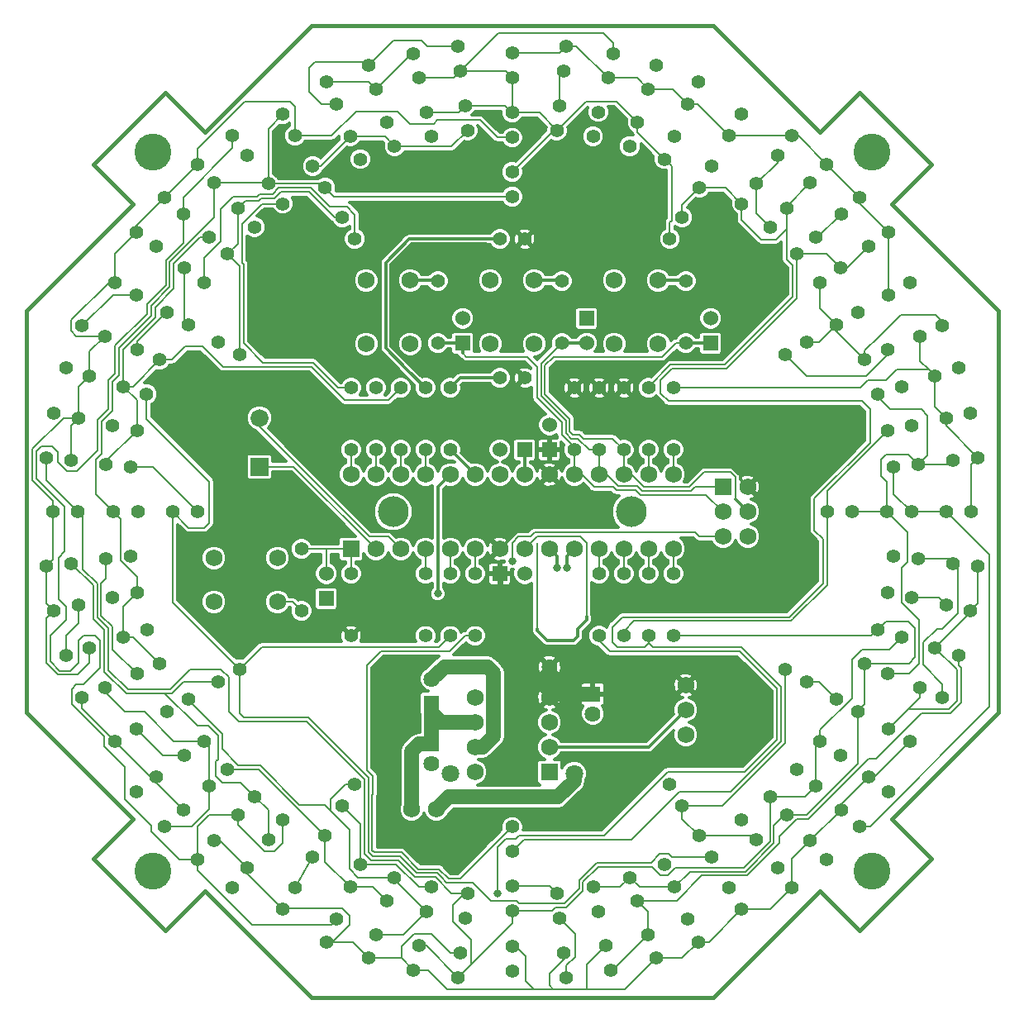
<source format=gtl>
G04 (created by PCBNEW-RS274X (2012-01-19 BZR 3256)-stable) date 4/30/2012 12:17:17 AM*
G01*
G70*
G90*
%MOIN*%
G04 Gerber Fmt 3.4, Leading zero omitted, Abs format*
%FSLAX34Y34*%
G04 APERTURE LIST*
%ADD10C,0.006000*%
%ADD11C,0.015000*%
%ADD12C,0.056000*%
%ADD13R,0.060000X0.060000*%
%ADD14C,0.060000*%
%ADD15C,0.064000*%
%ADD16R,0.064000X0.064000*%
%ADD17C,0.068000*%
%ADD18C,0.149000*%
%ADD19C,0.031500*%
%ADD20R,0.072000X0.072000*%
%ADD21C,0.072000*%
%ADD22C,0.071200*%
%ADD23C,0.124000*%
%ADD24R,0.068000X0.068000*%
%ADD25C,0.008000*%
%ADD26C,0.012000*%
%ADD27C,0.060000*%
%ADD28C,0.024000*%
G04 APERTURE END LIST*
G54D10*
G54D11*
X46000Y-56900D02*
X47600Y-55300D01*
X43100Y-54000D02*
X46000Y-56900D01*
X44700Y-52400D02*
X43100Y-54000D01*
X76900Y-54000D02*
X74000Y-56900D01*
X75300Y-52400D02*
X76900Y-54000D01*
X72400Y-55300D02*
X74000Y-56900D01*
X47600Y-24700D02*
X51900Y-20400D01*
X46000Y-23100D02*
X43100Y-26000D01*
X47600Y-24700D02*
X46000Y-23100D01*
X44700Y-27600D02*
X43100Y-26000D01*
X79600Y-48100D02*
X75300Y-52400D01*
X68100Y-59600D02*
X72400Y-55300D01*
X40400Y-48100D02*
X44700Y-52400D01*
X51900Y-59600D02*
X47600Y-55300D01*
X40400Y-31900D02*
X44700Y-27600D01*
X75300Y-27600D02*
X79600Y-31900D01*
X72400Y-24700D02*
X68100Y-20400D01*
X76900Y-26000D02*
X74000Y-23100D01*
X75300Y-27600D02*
X76900Y-26000D01*
X72400Y-24700D02*
X74000Y-23100D01*
X79600Y-31900D02*
X79600Y-48100D01*
X51900Y-20400D02*
X68100Y-20400D01*
X40400Y-48100D02*
X40400Y-31900D01*
X68100Y-59600D02*
X51900Y-59600D01*
G54D12*
X60000Y-26295D03*
X60000Y-27295D03*
X60000Y-21488D03*
X60000Y-22488D03*
X69256Y-23968D03*
X68756Y-24834D03*
X60000Y-23906D03*
X60000Y-24906D03*
X68047Y-26062D03*
X67547Y-26928D03*
X66852Y-28131D03*
X66352Y-28997D03*
X62187Y-21222D03*
X62083Y-22216D03*
X64068Y-21518D03*
X63860Y-22496D03*
X65797Y-22004D03*
X65487Y-22956D03*
X67495Y-22644D03*
X67089Y-23558D03*
X61906Y-23623D03*
X61802Y-24617D03*
X63469Y-23881D03*
X63261Y-24859D03*
X65056Y-24305D03*
X64746Y-25257D03*
X66537Y-24863D03*
X66131Y-25777D03*
X76032Y-30744D03*
X75166Y-31244D03*
X73938Y-31953D03*
X73072Y-32453D03*
X71869Y-33148D03*
X71003Y-33648D03*
X71283Y-24830D03*
X70695Y-25640D03*
X72686Y-25982D03*
X72016Y-26726D03*
X74018Y-27314D03*
X73274Y-27984D03*
X75170Y-28717D03*
X74360Y-29305D03*
X69840Y-26769D03*
X69252Y-27579D03*
X71064Y-27774D03*
X70394Y-28518D03*
X72226Y-28936D03*
X71482Y-29606D03*
X73231Y-30160D03*
X72421Y-30748D03*
X78512Y-40000D03*
X77512Y-40000D03*
X76094Y-40000D03*
X75094Y-40000D03*
X73705Y-40000D03*
X72705Y-40000D03*
X77356Y-32505D03*
X76442Y-32911D03*
X77996Y-34203D03*
X77044Y-34513D03*
X78482Y-36022D03*
X77504Y-36230D03*
X78778Y-37813D03*
X77784Y-37917D03*
X75137Y-33463D03*
X74223Y-33869D03*
X75695Y-34944D03*
X74743Y-35254D03*
X76119Y-36531D03*
X75141Y-36739D03*
X76377Y-38094D03*
X75383Y-38198D03*
X76032Y-49256D03*
X75166Y-48756D03*
X73938Y-48047D03*
X73072Y-47547D03*
X71869Y-46852D03*
X71003Y-46352D03*
X78778Y-42187D03*
X77784Y-42083D03*
X78482Y-43978D03*
X77504Y-43770D03*
X77996Y-45797D03*
X77044Y-45487D03*
X77356Y-47495D03*
X76442Y-47089D03*
X76377Y-41906D03*
X75383Y-41802D03*
X76119Y-43469D03*
X75141Y-43261D03*
X75695Y-45056D03*
X74743Y-44746D03*
X75137Y-46537D03*
X74223Y-46131D03*
X69256Y-56032D03*
X68756Y-55166D03*
X68047Y-53938D03*
X67547Y-53072D03*
X66852Y-51869D03*
X66352Y-51003D03*
X75170Y-51283D03*
X74360Y-50695D03*
X74018Y-52686D03*
X73274Y-52016D03*
X72686Y-54018D03*
X72016Y-53274D03*
X71283Y-55170D03*
X70695Y-54360D03*
X73231Y-49840D03*
X72421Y-49252D03*
X72226Y-51064D03*
X71482Y-50394D03*
X71064Y-52226D03*
X70394Y-51482D03*
X69840Y-53231D03*
X69252Y-52421D03*
X60000Y-58512D03*
X60000Y-57512D03*
X60000Y-56094D03*
X60000Y-55094D03*
X60000Y-53705D03*
X60000Y-52705D03*
X67495Y-57356D03*
X67089Y-56442D03*
X65797Y-57996D03*
X65487Y-57044D03*
X63978Y-58482D03*
X63770Y-57504D03*
X62187Y-58778D03*
X62083Y-57784D03*
X66537Y-55137D03*
X66131Y-54223D03*
X65056Y-55695D03*
X64746Y-54743D03*
X63469Y-56119D03*
X63261Y-55141D03*
X61906Y-56377D03*
X61802Y-55383D03*
X50744Y-56032D03*
X51244Y-55166D03*
X51953Y-53938D03*
X52453Y-53072D03*
X53148Y-51869D03*
X53648Y-51003D03*
X57813Y-58778D03*
X57917Y-57784D03*
X56022Y-58482D03*
X56230Y-57504D03*
X54203Y-57996D03*
X54513Y-57044D03*
X52505Y-57356D03*
X52911Y-56442D03*
X58094Y-56377D03*
X58198Y-55383D03*
X56531Y-56119D03*
X56739Y-55141D03*
X54944Y-55695D03*
X55254Y-54743D03*
X53463Y-55137D03*
X53869Y-54223D03*
X43968Y-49256D03*
X44834Y-48756D03*
X46062Y-48047D03*
X46928Y-47547D03*
X48131Y-46852D03*
X48997Y-46352D03*
X48717Y-55170D03*
X49305Y-54360D03*
X47314Y-54018D03*
X47984Y-53274D03*
X45982Y-52686D03*
X46726Y-52016D03*
X44830Y-51283D03*
X45640Y-50695D03*
X50160Y-53231D03*
X50748Y-52421D03*
X48936Y-52226D03*
X49606Y-51482D03*
X47774Y-51064D03*
X48518Y-50394D03*
X46769Y-49840D03*
X47579Y-49252D03*
X62000Y-33200D03*
X62000Y-30700D03*
X57500Y-35000D03*
X57500Y-37500D03*
X56500Y-35000D03*
X56500Y-37500D03*
X67000Y-33200D03*
X67000Y-30700D03*
X57000Y-33200D03*
X57000Y-30700D03*
X66500Y-45000D03*
X66500Y-42500D03*
X65500Y-35000D03*
X65500Y-37500D03*
X56500Y-42500D03*
X56500Y-45000D03*
X58500Y-45000D03*
X58500Y-42500D03*
X64500Y-45000D03*
X64500Y-42500D03*
X55500Y-35000D03*
X55500Y-37500D03*
X53500Y-35000D03*
X53500Y-37500D03*
X66500Y-35000D03*
X66500Y-37500D03*
X54500Y-35000D03*
X54500Y-37500D03*
X57500Y-45000D03*
X57500Y-42500D03*
X63500Y-45000D03*
X63500Y-42500D03*
X65500Y-45000D03*
X65500Y-42500D03*
X53500Y-45000D03*
X53500Y-42500D03*
X63500Y-35000D03*
X63500Y-37500D03*
X64500Y-35000D03*
X64500Y-37500D03*
X62500Y-35000D03*
X62500Y-37500D03*
X51500Y-41500D03*
X51500Y-44000D03*
G54D13*
X59500Y-42500D03*
G54D14*
X60500Y-42500D03*
G54D13*
X61500Y-37500D03*
G54D14*
X61500Y-36500D03*
G54D13*
X63000Y-32200D03*
G54D14*
X63000Y-33200D03*
G54D13*
X60500Y-37500D03*
G54D14*
X59500Y-37500D03*
G54D13*
X68000Y-33200D03*
G54D14*
X68000Y-32200D03*
G54D13*
X58000Y-33200D03*
G54D14*
X58000Y-32200D03*
G54D13*
X52500Y-43500D03*
G54D14*
X52500Y-42500D03*
G54D15*
X61500Y-46250D03*
G54D16*
X58500Y-46250D03*
G54D12*
X41488Y-40000D03*
X42488Y-40000D03*
X43906Y-40000D03*
X44906Y-40000D03*
X46295Y-40000D03*
X47295Y-40000D03*
X42644Y-47495D03*
X43558Y-47089D03*
X42005Y-45799D03*
X42957Y-45489D03*
X41518Y-43978D03*
X42496Y-43770D03*
X41222Y-42187D03*
X42216Y-42083D03*
X44863Y-46537D03*
X45777Y-46131D03*
X44306Y-45057D03*
X45258Y-44747D03*
X43881Y-43469D03*
X44859Y-43261D03*
X43623Y-41906D03*
X44617Y-41802D03*
X60500Y-34600D03*
X59500Y-34600D03*
X60500Y-29000D03*
X59500Y-29000D03*
X43968Y-30744D03*
X44834Y-31244D03*
X46062Y-31953D03*
X46928Y-32453D03*
X48131Y-33148D03*
X48997Y-33648D03*
X41222Y-37813D03*
X42216Y-37917D03*
X41518Y-36022D03*
X42496Y-36230D03*
X42004Y-34203D03*
X42956Y-34513D03*
X42644Y-32505D03*
X43558Y-32911D03*
X43623Y-38094D03*
X44617Y-38198D03*
X43881Y-36531D03*
X44859Y-36739D03*
X44305Y-34944D03*
X45257Y-35254D03*
X44863Y-33463D03*
X45777Y-33869D03*
X50744Y-23968D03*
X51244Y-24834D03*
X51953Y-26062D03*
X52453Y-26928D03*
X53148Y-28131D03*
X53648Y-28997D03*
X44830Y-28717D03*
X45640Y-29305D03*
X45982Y-27314D03*
X46726Y-27984D03*
X47314Y-25982D03*
X47984Y-26726D03*
X48717Y-24830D03*
X49305Y-25640D03*
X46769Y-30160D03*
X47579Y-30748D03*
X47774Y-28936D03*
X48518Y-29606D03*
X48936Y-27774D03*
X49606Y-28518D03*
X50160Y-26769D03*
X50748Y-27579D03*
X52503Y-22644D03*
X52909Y-23558D03*
X54203Y-22004D03*
X54513Y-22956D03*
X56022Y-21518D03*
X56230Y-22496D03*
X57813Y-21222D03*
X57917Y-22216D03*
X53463Y-24863D03*
X53869Y-25777D03*
X54944Y-24305D03*
X55254Y-25257D03*
X56531Y-23881D03*
X56739Y-24859D03*
X58094Y-23623D03*
X58198Y-24617D03*
G54D17*
X60886Y-33230D03*
X59114Y-33230D03*
X60886Y-30670D03*
X59114Y-30670D03*
X65886Y-33230D03*
X64114Y-33230D03*
X65886Y-30670D03*
X64114Y-30670D03*
X55886Y-33230D03*
X54114Y-33230D03*
X55886Y-30670D03*
X54114Y-30670D03*
X47970Y-43636D03*
X47970Y-41864D03*
X50530Y-43636D03*
X50530Y-41864D03*
X67000Y-49000D03*
X67000Y-48000D03*
X67000Y-47000D03*
G54D18*
X45500Y-25500D03*
X74500Y-25500D03*
X45500Y-54500D03*
X74500Y-54500D03*
G54D19*
X61803Y-42250D03*
X62197Y-42250D03*
G54D20*
X49800Y-38184D03*
G54D21*
X49800Y-36216D03*
G54D16*
X56750Y-47742D03*
G54D15*
X56750Y-46758D03*
G54D16*
X56750Y-49356D03*
G54D15*
X56750Y-50144D03*
G54D16*
X63250Y-47356D03*
G54D15*
X63250Y-48144D03*
G54D17*
X55950Y-52000D03*
X56950Y-52000D03*
G54D22*
X62500Y-50559D03*
X57500Y-50559D03*
G54D23*
X55201Y-40000D03*
X64799Y-40000D03*
G54D24*
X68500Y-39000D03*
G54D17*
X69500Y-39000D03*
X68500Y-40000D03*
X69500Y-40000D03*
X68500Y-41000D03*
X69500Y-41000D03*
X54500Y-41500D03*
X55500Y-41500D03*
X56500Y-41500D03*
X57500Y-41500D03*
X58500Y-41500D03*
X59500Y-41500D03*
X60500Y-41500D03*
X61500Y-41500D03*
X62500Y-41500D03*
X63500Y-41500D03*
X64500Y-41500D03*
X65500Y-41500D03*
X66500Y-41500D03*
G54D24*
X53500Y-41500D03*
G54D17*
X66500Y-38500D03*
X65500Y-38500D03*
X64500Y-38500D03*
X63500Y-38500D03*
X62500Y-38500D03*
X61500Y-38500D03*
X60500Y-38500D03*
X59500Y-38500D03*
X58500Y-38500D03*
X57500Y-38500D03*
X56500Y-38500D03*
X55500Y-38500D03*
X54500Y-38500D03*
X53500Y-38500D03*
G54D24*
X61500Y-50500D03*
G54D17*
X61500Y-49500D03*
X61500Y-48500D03*
X61500Y-47500D03*
X58500Y-47500D03*
X58500Y-48500D03*
X58500Y-49500D03*
X58500Y-50500D03*
G54D19*
X59409Y-55394D03*
X57000Y-43300D03*
X60000Y-42000D03*
G54D25*
X65232Y-39162D02*
X67218Y-39162D01*
X64265Y-38965D02*
X65035Y-38965D01*
G54D26*
X62000Y-33200D02*
X63000Y-33200D01*
G54D25*
X65035Y-38965D02*
X65232Y-39162D01*
X63800Y-38500D02*
X64265Y-38965D01*
X62162Y-36830D02*
X62382Y-37050D01*
X67218Y-39162D02*
X67380Y-39000D01*
X62162Y-36332D02*
X61162Y-35332D01*
X63500Y-38500D02*
X63800Y-38500D01*
X62162Y-36650D02*
X62162Y-36332D01*
X62162Y-36650D02*
X62162Y-36830D01*
X63500Y-37500D02*
X63500Y-38500D01*
X63100Y-37500D02*
X62650Y-37050D01*
X62382Y-37050D02*
X62650Y-37050D01*
X61162Y-35332D02*
X61162Y-34038D01*
X63500Y-37500D02*
X63100Y-37500D01*
X61162Y-34038D02*
X62000Y-33200D01*
X67380Y-39000D02*
X68500Y-39000D01*
X56500Y-37500D02*
X56500Y-38500D01*
G54D26*
X60500Y-38500D02*
X60500Y-37500D01*
G54D25*
X64201Y-23450D02*
X65056Y-24305D01*
X60000Y-23906D02*
X61091Y-23906D01*
X62539Y-57953D02*
X62539Y-57010D01*
X66500Y-45000D02*
X74489Y-45000D01*
X65056Y-24305D02*
X65056Y-24702D01*
X59728Y-22216D02*
X60000Y-22488D01*
X58094Y-23623D02*
X59717Y-23623D01*
X59433Y-20700D02*
X57917Y-22216D01*
X66352Y-28997D02*
X66352Y-28323D01*
X74223Y-46131D02*
X74223Y-47762D01*
X65140Y-55137D02*
X64746Y-54743D01*
X76251Y-45875D02*
X76251Y-44701D01*
X73938Y-50162D02*
X73938Y-48047D01*
X75975Y-44425D02*
X75064Y-44425D01*
X61678Y-24617D02*
X60000Y-26295D01*
X64068Y-21093D02*
X63675Y-20700D01*
X62975Y-23450D02*
X64201Y-23450D01*
X63675Y-20700D02*
X59433Y-20700D01*
X70556Y-53355D02*
X69399Y-54512D01*
X64068Y-21518D02*
X64068Y-21093D01*
X71064Y-52226D02*
X71874Y-52226D01*
X74223Y-47762D02*
X73938Y-48047D01*
X62187Y-58778D02*
X62187Y-58305D01*
X57917Y-22216D02*
X59728Y-22216D01*
X71874Y-52226D02*
X73938Y-50162D01*
X66352Y-28323D02*
X66425Y-28250D01*
X61091Y-23906D02*
X61802Y-24617D01*
X64348Y-55141D02*
X64746Y-54743D01*
X61802Y-24617D02*
X61808Y-24617D01*
X56230Y-22496D02*
X57637Y-22496D01*
X74223Y-46131D02*
X75995Y-46131D01*
X59717Y-23623D02*
X60000Y-23906D01*
X74489Y-45000D02*
X74743Y-44746D01*
X76251Y-44701D02*
X75975Y-44425D01*
X61802Y-24617D02*
X61678Y-24617D01*
X57836Y-23881D02*
X58094Y-23623D01*
X65056Y-24702D02*
X66131Y-25777D01*
X63261Y-55141D02*
X64348Y-55141D01*
X62187Y-58305D02*
X62539Y-57953D01*
X67162Y-54512D02*
X66537Y-55137D01*
X62539Y-57010D02*
X61906Y-56377D01*
X75995Y-46131D02*
X76251Y-45875D01*
X56531Y-23881D02*
X57836Y-23881D01*
X66425Y-26071D02*
X66131Y-25777D01*
X57637Y-22496D02*
X57917Y-22216D01*
X66425Y-28250D02*
X66425Y-26071D01*
X66537Y-55137D02*
X65140Y-55137D01*
X70556Y-52657D02*
X70556Y-53355D01*
X61808Y-24617D02*
X62975Y-23450D01*
X70987Y-52226D02*
X70556Y-52657D01*
X71064Y-52226D02*
X70987Y-52226D01*
X69399Y-54512D02*
X67162Y-54512D01*
X60000Y-23906D02*
X60000Y-22488D01*
X75064Y-44425D02*
X74743Y-44746D01*
X75170Y-31240D02*
X75166Y-31244D01*
X65027Y-22496D02*
X65487Y-22956D01*
X78482Y-44049D02*
X77044Y-45487D01*
X76442Y-32911D02*
X76442Y-33911D01*
X77044Y-34513D02*
X77044Y-35770D01*
X77600Y-47950D02*
X77925Y-47625D01*
X71534Y-24830D02*
X72686Y-25982D01*
X76442Y-33911D02*
X76806Y-34275D01*
X74018Y-27565D02*
X75170Y-28717D01*
X72686Y-25982D02*
X74018Y-27314D01*
X75500Y-34275D02*
X76806Y-34275D01*
X71534Y-24830D02*
X72686Y-25982D01*
X71283Y-24830D02*
X71534Y-24830D01*
X76442Y-47480D02*
X75972Y-47950D01*
X74050Y-35000D02*
X74350Y-34700D01*
X61921Y-21488D02*
X62187Y-21222D01*
X62187Y-21222D02*
X62586Y-21222D01*
X60000Y-21488D02*
X61921Y-21488D01*
X77504Y-36230D02*
X77504Y-36539D01*
X78778Y-42187D02*
X78778Y-43682D01*
X75972Y-47950D02*
X75166Y-48756D01*
X62586Y-21222D02*
X63860Y-22496D01*
X77175Y-47950D02*
X77600Y-47950D01*
X74018Y-27314D02*
X74018Y-27565D01*
X78512Y-40000D02*
X78512Y-38079D01*
X66500Y-35000D02*
X74050Y-35000D01*
X78512Y-38079D02*
X78778Y-37813D01*
X76806Y-34275D02*
X77044Y-34513D01*
X75170Y-28717D02*
X75170Y-31240D01*
X77175Y-47950D02*
X75972Y-47950D01*
X76442Y-47475D02*
X76442Y-47480D01*
X67089Y-23558D02*
X67480Y-23558D01*
X71279Y-24834D02*
X71283Y-24830D01*
X76442Y-47089D02*
X76442Y-47475D01*
X78778Y-43682D02*
X78482Y-43978D01*
X75075Y-34700D02*
X75500Y-34275D01*
X63860Y-22496D02*
X65027Y-22496D01*
X66487Y-22956D02*
X67089Y-23558D01*
X77504Y-36539D02*
X78778Y-37813D01*
X78482Y-43978D02*
X78482Y-44049D01*
X68756Y-24834D02*
X71279Y-24834D01*
X74350Y-34700D02*
X75075Y-34700D01*
X77044Y-35770D02*
X77504Y-36230D01*
X65487Y-22956D02*
X66487Y-22956D01*
X77925Y-47625D02*
X77925Y-46368D01*
X67480Y-23558D02*
X68756Y-24834D01*
X77925Y-46368D02*
X77044Y-45487D01*
X46188Y-30933D02*
X45438Y-31683D01*
X67547Y-53072D02*
X69681Y-53072D01*
X44703Y-45057D02*
X45777Y-46131D01*
X44306Y-43814D02*
X44859Y-43261D01*
X52820Y-27295D02*
X52453Y-26928D01*
X68575Y-34070D02*
X71320Y-31325D01*
X68601Y-26928D02*
X69252Y-27579D01*
X71064Y-28586D02*
X70625Y-29025D01*
X66852Y-51869D02*
X68462Y-51869D01*
X44859Y-43261D02*
X44859Y-42615D01*
X50160Y-26769D02*
X52294Y-26769D01*
X71320Y-31325D02*
X71320Y-30070D01*
X44213Y-40307D02*
X43906Y-40000D01*
X50160Y-26769D02*
X50160Y-24552D01*
X65500Y-35000D02*
X65500Y-34960D01*
X66390Y-34070D02*
X68575Y-34070D01*
X43200Y-39294D02*
X43906Y-40000D01*
X70625Y-29025D02*
X70050Y-29025D01*
X71320Y-30070D02*
X71064Y-29814D01*
X65500Y-34960D02*
X66390Y-34070D01*
X44143Y-34482D02*
X43875Y-34750D01*
X66852Y-52377D02*
X67547Y-53072D01*
X47984Y-28136D02*
X46188Y-29932D01*
X44143Y-33377D02*
X44143Y-34482D01*
X43450Y-37650D02*
X43200Y-37900D01*
X71064Y-27774D02*
X71064Y-27678D01*
X70050Y-29025D02*
X69252Y-28227D01*
X43450Y-36350D02*
X43450Y-37650D01*
X69681Y-53072D02*
X69840Y-53231D01*
X47984Y-26726D02*
X47984Y-28136D01*
X46188Y-29932D02*
X46188Y-30933D01*
X44213Y-41969D02*
X44213Y-40307D01*
X45438Y-31683D02*
X45438Y-32082D01*
X66852Y-51869D02*
X66852Y-52377D01*
X50117Y-26726D02*
X50160Y-26769D01*
X71064Y-27678D02*
X72016Y-26726D01*
X44859Y-42615D02*
X44213Y-41969D01*
X50160Y-24552D02*
X50744Y-23968D01*
X47984Y-26726D02*
X50117Y-26726D01*
X43200Y-37900D02*
X43200Y-39294D01*
X69252Y-28227D02*
X69252Y-27579D01*
X66852Y-28131D02*
X66852Y-27623D01*
X66852Y-27623D02*
X67547Y-26928D01*
X71064Y-27678D02*
X72016Y-26726D01*
X68462Y-51869D02*
X71003Y-49328D01*
X44306Y-45057D02*
X44703Y-45057D01*
X60000Y-27295D02*
X52820Y-27295D01*
X71064Y-29814D02*
X71064Y-28586D01*
X45438Y-32082D02*
X44143Y-33377D01*
X43875Y-35925D02*
X43450Y-36350D01*
X67547Y-26928D02*
X68601Y-26928D01*
X71064Y-27774D02*
X71064Y-28586D01*
X71003Y-49328D02*
X71003Y-46352D01*
X43875Y-34750D02*
X43875Y-35925D01*
X44306Y-45057D02*
X44306Y-43814D01*
X52294Y-26769D02*
X52453Y-26928D01*
X57618Y-55847D02*
X57618Y-56536D01*
X70695Y-25640D02*
X70695Y-25914D01*
X57549Y-55383D02*
X58198Y-55383D01*
X56725Y-54735D02*
X56065Y-54735D01*
X54311Y-54061D02*
X54031Y-53781D01*
X56065Y-54735D02*
X55391Y-54061D01*
X45600Y-31750D02*
X46350Y-31000D01*
X54031Y-51199D02*
X54055Y-51175D01*
X47512Y-33337D02*
X48325Y-34150D01*
X54031Y-53781D02*
X54031Y-51199D01*
X62165Y-55965D02*
X62854Y-55276D01*
X44702Y-34944D02*
X45777Y-33869D01*
X56725Y-54735D02*
X56901Y-54735D01*
X46281Y-33869D02*
X46813Y-33337D01*
X73700Y-47525D02*
X73700Y-45950D01*
X45600Y-32150D02*
X45600Y-31750D01*
X55391Y-54061D02*
X54311Y-54061D01*
X51260Y-48462D02*
X51710Y-48462D01*
X53366Y-50118D02*
X52520Y-49272D01*
X48252Y-46352D02*
X48575Y-46675D01*
X48250Y-46352D02*
X47019Y-46352D01*
X52520Y-49272D02*
X52028Y-48780D01*
X54055Y-50807D02*
X54055Y-51175D01*
X48962Y-48462D02*
X49393Y-48462D01*
X42675Y-42312D02*
X42675Y-40187D01*
X43712Y-46382D02*
X43712Y-44707D01*
X69840Y-26769D02*
X69840Y-27964D01*
X58346Y-58245D02*
X57813Y-58778D01*
X44305Y-33445D02*
X45600Y-32150D01*
X53819Y-50571D02*
X54055Y-50807D01*
X63484Y-54311D02*
X65630Y-54311D01*
X44493Y-47163D02*
X43712Y-46382D01*
X43262Y-44257D02*
X43262Y-42899D01*
X46208Y-47163D02*
X44493Y-47163D01*
X48325Y-34150D02*
X51900Y-34150D01*
X48250Y-46352D02*
X48252Y-46352D01*
X42675Y-40187D02*
X42488Y-40000D01*
X51710Y-48462D02*
X52028Y-48780D01*
X43712Y-44707D02*
X43262Y-44257D01*
X58082Y-55383D02*
X57618Y-55847D01*
X66811Y-54350D02*
X66575Y-54350D01*
X41222Y-38734D02*
X42488Y-40000D01*
X51900Y-34150D02*
X53250Y-35500D01*
X53819Y-50571D02*
X53366Y-50118D01*
X47019Y-46352D02*
X46208Y-47163D01*
X70394Y-51482D02*
X71808Y-51482D01*
X46813Y-33337D02*
X47512Y-33337D01*
X45777Y-33869D02*
X46281Y-33869D01*
X56901Y-54735D02*
X57549Y-55383D01*
X51260Y-48462D02*
X49393Y-48462D01*
X58198Y-55383D02*
X58082Y-55383D01*
X70394Y-53091D02*
X70394Y-53287D01*
X48575Y-46675D02*
X48575Y-48075D01*
X43262Y-42899D02*
X42675Y-42312D01*
X44859Y-36739D02*
X44859Y-35498D01*
X46350Y-30000D02*
X47414Y-28936D01*
X70394Y-51482D02*
X70394Y-53091D01*
X75201Y-45550D02*
X75695Y-45056D01*
X66575Y-54350D02*
X66279Y-54646D01*
X56539Y-57504D02*
X57813Y-58778D01*
X61603Y-56094D02*
X61732Y-55965D01*
X46350Y-31000D02*
X46350Y-30000D01*
X66279Y-54646D02*
X65965Y-54646D01*
X56230Y-57504D02*
X56539Y-57504D01*
X48575Y-48075D02*
X48962Y-48462D01*
X70394Y-53287D02*
X69331Y-54350D01*
X60000Y-56094D02*
X61603Y-56094D01*
X47414Y-28936D02*
X47774Y-28936D01*
X62854Y-54941D02*
X63484Y-54311D01*
X62854Y-55276D02*
X62854Y-54941D01*
X44859Y-35498D02*
X44305Y-34944D01*
X72226Y-49447D02*
X72421Y-49252D01*
X70695Y-25914D02*
X69840Y-26769D01*
X41222Y-37813D02*
X41222Y-38734D01*
X72421Y-48804D02*
X73700Y-47525D01*
X58346Y-57264D02*
X58346Y-58245D01*
X43623Y-37975D02*
X44859Y-36739D01*
X72226Y-51064D02*
X72226Y-49447D01*
X73700Y-45950D02*
X74100Y-45550D01*
X65630Y-54311D02*
X65669Y-54350D01*
X71808Y-51482D02*
X72226Y-51064D01*
X55000Y-35500D02*
X53250Y-35500D01*
X44305Y-34944D02*
X44305Y-33445D01*
X44305Y-34944D02*
X44702Y-34944D01*
X61732Y-55965D02*
X62165Y-55965D01*
X55500Y-35000D02*
X55000Y-35500D01*
X60000Y-56591D02*
X58346Y-58245D01*
X57618Y-56536D02*
X58346Y-57264D01*
X65965Y-54646D02*
X65669Y-54350D01*
X74100Y-45550D02*
X75201Y-45550D01*
X69331Y-54350D02*
X66811Y-54350D01*
X72421Y-49252D02*
X72421Y-48804D01*
X60000Y-56094D02*
X60000Y-56591D01*
X69840Y-27964D02*
X70394Y-28518D01*
X43623Y-38094D02*
X43623Y-37975D01*
X42956Y-34513D02*
X42956Y-33513D01*
X43968Y-30744D02*
X43968Y-29579D01*
X42475Y-32911D02*
X42411Y-32911D01*
X56825Y-24350D02*
X55875Y-24350D01*
X41675Y-46575D02*
X42475Y-46575D01*
X49200Y-23475D02*
X51050Y-23475D01*
X41488Y-40000D02*
X41488Y-41921D01*
X42957Y-46087D02*
X42957Y-46093D01*
X44830Y-28717D02*
X44830Y-28466D01*
X41488Y-39563D02*
X41488Y-40000D01*
X42956Y-33513D02*
X43558Y-32911D01*
X47089Y-52686D02*
X47774Y-52001D01*
X61906Y-23623D02*
X61906Y-22393D01*
X42475Y-46575D02*
X42957Y-46093D01*
X43558Y-47258D02*
X44375Y-48075D01*
X43558Y-47089D02*
X43558Y-47258D01*
X55875Y-24350D02*
X55375Y-23850D01*
X41895Y-36230D02*
X40650Y-37475D01*
X47314Y-25982D02*
X47314Y-25361D01*
X41222Y-43682D02*
X41518Y-43978D01*
X51050Y-23475D02*
X51244Y-23669D01*
X44830Y-28466D02*
X45982Y-27314D01*
X42216Y-37917D02*
X42216Y-36510D01*
X40650Y-37475D02*
X40650Y-38725D01*
X45175Y-48075D02*
X46352Y-49252D01*
X59406Y-24906D02*
X58700Y-24200D01*
X47774Y-52001D02*
X47774Y-51064D01*
X43968Y-29579D02*
X44830Y-28717D01*
X41200Y-44300D02*
X41200Y-46100D01*
X41518Y-43978D02*
X41518Y-43982D01*
X42496Y-36230D02*
X42496Y-34973D01*
X47314Y-25361D02*
X49200Y-23475D01*
X58700Y-24200D02*
X56975Y-24200D01*
X60000Y-24906D02*
X59406Y-24906D01*
X45982Y-27314D02*
X47314Y-25982D01*
X44375Y-48075D02*
X45175Y-48075D01*
X51244Y-23669D02*
X51244Y-24834D01*
X47774Y-49447D02*
X47579Y-49252D01*
X42200Y-32275D02*
X43731Y-30744D01*
X43558Y-32911D02*
X42475Y-32911D01*
X42496Y-34973D02*
X42956Y-34513D01*
X61906Y-22393D02*
X62083Y-22216D01*
X52716Y-24834D02*
X51244Y-24834D01*
X46352Y-49252D02*
X47579Y-49252D01*
X56975Y-24200D02*
X56825Y-24350D01*
X41488Y-41921D02*
X41222Y-42187D01*
X53700Y-23850D02*
X52716Y-24834D01*
X42411Y-32911D02*
X42200Y-32700D01*
X42957Y-45993D02*
X42957Y-45489D01*
X47774Y-51064D02*
X47774Y-49447D01*
X43731Y-30744D02*
X43968Y-30744D01*
X41200Y-46100D02*
X41675Y-46575D01*
X42200Y-32700D02*
X42200Y-32275D01*
X42496Y-36230D02*
X41895Y-36230D01*
X42216Y-36510D02*
X42496Y-36230D01*
X45982Y-52686D02*
X47089Y-52686D01*
X40650Y-38725D02*
X41488Y-39563D01*
X41518Y-43982D02*
X41200Y-44300D01*
X42957Y-46087D02*
X42957Y-45993D01*
X55375Y-23850D02*
X53700Y-23850D01*
X41222Y-42187D02*
X41222Y-43682D01*
X72226Y-28936D02*
X72322Y-28936D01*
X49159Y-30017D02*
X49159Y-33206D01*
X49098Y-28383D02*
X49098Y-29956D01*
X52980Y-35000D02*
X53500Y-35000D01*
X52050Y-21850D02*
X54049Y-21850D01*
X50000Y-53700D02*
X48936Y-52636D01*
X49500Y-56650D02*
X52703Y-56650D01*
X47314Y-54464D02*
X49500Y-56650D01*
X51968Y-33988D02*
X52980Y-35000D01*
X48936Y-52226D02*
X47779Y-52226D01*
X54049Y-21850D02*
X54203Y-22004D01*
X47779Y-52226D02*
X47314Y-52691D01*
X49159Y-33206D02*
X49941Y-33988D01*
X74223Y-33869D02*
X74223Y-33502D01*
X46726Y-27984D02*
X46726Y-27324D01*
X47314Y-54018D02*
X47314Y-54464D01*
X56572Y-21222D02*
X56350Y-21000D01*
X41993Y-44025D02*
X41993Y-44357D01*
X42225Y-47150D02*
X42225Y-47743D01*
X43525Y-49043D02*
X43525Y-49450D01*
X43188Y-45000D02*
X43388Y-45200D01*
X46026Y-30865D02*
X45276Y-31615D01*
X42400Y-46975D02*
X42225Y-47150D01*
X42700Y-45000D02*
X43188Y-45000D01*
X45276Y-31615D02*
X45276Y-32014D01*
X55207Y-21000D02*
X54203Y-22004D01*
X43981Y-33309D02*
X43981Y-34415D01*
X72322Y-28936D02*
X73274Y-27984D01*
X51800Y-23050D02*
X51800Y-22100D01*
X71869Y-33148D02*
X72377Y-33148D01*
X52909Y-23558D02*
X52308Y-23558D01*
X50400Y-53700D02*
X50000Y-53700D01*
X51800Y-22100D02*
X52050Y-21850D01*
X50748Y-53352D02*
X50400Y-53700D01*
X43288Y-36283D02*
X43288Y-37400D01*
X43713Y-35858D02*
X43288Y-36283D01*
X56425Y-25275D02*
X57540Y-25275D01*
X43981Y-34415D02*
X43713Y-34683D01*
X72421Y-30748D02*
X72421Y-31802D01*
X57540Y-25275D02*
X58198Y-24617D01*
X48717Y-25333D02*
X48717Y-24830D01*
X77356Y-32505D02*
X77356Y-32331D01*
X53463Y-24863D02*
X54860Y-24863D01*
X48936Y-52636D02*
X48936Y-52226D01*
X72377Y-33148D02*
X73072Y-32453D01*
X46726Y-29164D02*
X46026Y-29864D01*
X51953Y-26062D02*
X52264Y-26062D01*
X54860Y-24863D02*
X55254Y-25257D01*
X74223Y-33502D02*
X74798Y-32927D01*
X46726Y-27324D02*
X48717Y-25333D01*
X52264Y-26062D02*
X53463Y-24863D01*
X47314Y-52691D02*
X47314Y-54018D01*
X56350Y-21000D02*
X55207Y-21000D01*
X56407Y-25257D02*
X56425Y-25275D01*
X57813Y-21222D02*
X56572Y-21222D01*
X55254Y-25257D02*
X56407Y-25257D01*
X50748Y-52421D02*
X50748Y-53352D01*
X43713Y-34683D02*
X43713Y-35858D01*
X41993Y-44025D02*
X41993Y-44043D01*
X41950Y-41600D02*
X41700Y-41850D01*
X40812Y-37544D02*
X40812Y-38657D01*
X77356Y-32331D02*
X77088Y-32063D01*
X45276Y-32014D02*
X43981Y-33309D01*
X43388Y-46287D02*
X42700Y-46975D01*
X73072Y-32718D02*
X74223Y-33869D01*
X73072Y-32453D02*
X73072Y-32718D01*
X52308Y-23558D02*
X51800Y-23050D01*
X41993Y-43818D02*
X41993Y-44025D01*
X41440Y-37365D02*
X40991Y-37365D01*
X50748Y-27579D02*
X49902Y-27579D01*
X41700Y-41850D02*
X41700Y-43525D01*
X42050Y-38375D02*
X41675Y-38000D01*
X74798Y-32927D02*
X75662Y-32063D01*
X40812Y-38657D02*
X41950Y-39795D01*
X49902Y-27579D02*
X49098Y-28383D01*
X77088Y-32063D02*
X75662Y-32063D01*
X41362Y-46032D02*
X41743Y-46413D01*
X41743Y-46413D02*
X42187Y-46413D01*
X42225Y-47743D02*
X43525Y-49043D01*
X41675Y-37600D02*
X41440Y-37365D01*
X44375Y-50300D02*
X44375Y-51600D01*
X42425Y-38375D02*
X42050Y-38375D01*
X42700Y-46975D02*
X42400Y-46975D01*
X41993Y-44357D02*
X41362Y-44988D01*
X43388Y-46225D02*
X43388Y-46287D01*
X42500Y-46100D02*
X42500Y-45200D01*
X42500Y-45200D02*
X42700Y-45000D01*
X45450Y-52675D02*
X45450Y-52900D01*
X41362Y-44988D02*
X41362Y-46032D01*
X43388Y-45200D02*
X43388Y-46225D01*
X45450Y-52900D02*
X46568Y-54018D01*
X42187Y-46413D02*
X42500Y-46100D01*
X43525Y-49450D02*
X44375Y-50300D01*
X44375Y-51600D02*
X45450Y-52675D01*
X43288Y-37400D02*
X43288Y-37512D01*
X41700Y-43525D02*
X41993Y-43818D01*
X41950Y-39795D02*
X41950Y-41600D01*
X46568Y-54018D02*
X47314Y-54018D01*
X40991Y-37365D02*
X40812Y-37544D01*
X41675Y-38000D02*
X41675Y-37600D01*
X46726Y-27984D02*
X46726Y-29164D01*
X49098Y-29956D02*
X49159Y-30017D01*
X49941Y-33988D02*
X51968Y-33988D01*
X72421Y-31802D02*
X73072Y-32453D01*
X52703Y-56650D02*
X52911Y-56442D01*
X46026Y-29864D02*
X46026Y-30865D01*
X43288Y-37512D02*
X42425Y-38375D01*
X56750Y-57025D02*
X56025Y-57025D01*
X60130Y-57512D02*
X60551Y-57933D01*
X60551Y-57933D02*
X60551Y-58937D01*
X65797Y-57996D02*
X66855Y-57996D01*
X58091Y-59232D02*
X58091Y-59250D01*
X63490Y-57784D02*
X63770Y-57504D01*
X60000Y-57512D02*
X60130Y-57512D01*
X74360Y-50695D02*
X74593Y-50695D01*
X73274Y-51781D02*
X74360Y-50695D01*
X64543Y-59250D02*
X65797Y-57996D01*
X60864Y-59250D02*
X59565Y-59250D01*
X71283Y-55170D02*
X71283Y-54007D01*
X61850Y-59250D02*
X63000Y-59250D01*
X58109Y-59250D02*
X58091Y-59232D01*
X52675Y-56000D02*
X53150Y-56000D01*
X61496Y-58642D02*
X61496Y-59096D01*
X63000Y-59250D02*
X63000Y-58274D01*
X57375Y-59250D02*
X58091Y-59250D01*
X70421Y-56032D02*
X71283Y-55170D01*
X55536Y-57514D02*
X55536Y-57996D01*
X73274Y-52016D02*
X73274Y-51781D01*
X66855Y-57996D02*
X67495Y-57356D01*
X45640Y-50930D02*
X46726Y-52016D01*
X47984Y-53274D02*
X48219Y-53274D01*
X62083Y-58055D02*
X61496Y-58642D01*
X57509Y-57784D02*
X56750Y-57025D01*
X42644Y-47495D02*
X42644Y-47932D01*
X53450Y-56300D02*
X53450Y-56650D01*
X71283Y-54007D02*
X72016Y-53274D01*
X59565Y-59250D02*
X58109Y-59250D01*
X53150Y-56000D02*
X53450Y-56300D01*
X49305Y-54593D02*
X50744Y-56032D01*
X63000Y-58274D02*
X63490Y-57784D01*
X61650Y-59250D02*
X61850Y-59250D01*
X53450Y-56650D02*
X52744Y-57356D01*
X49305Y-54360D02*
X49305Y-54593D01*
X45640Y-50695D02*
X45407Y-50695D01*
X56607Y-58482D02*
X57375Y-59250D01*
X52744Y-57356D02*
X52505Y-57356D01*
X72016Y-53274D02*
X73274Y-52016D01*
X50776Y-56000D02*
X50744Y-56032D01*
X42644Y-47932D02*
X43968Y-49256D01*
X54203Y-57996D02*
X55536Y-57996D01*
X45407Y-50695D02*
X43968Y-49256D01*
X62083Y-57784D02*
X62083Y-58055D01*
X52505Y-57356D02*
X53563Y-57356D01*
X69256Y-56032D02*
X70421Y-56032D01*
X63000Y-59250D02*
X64543Y-59250D01*
X61496Y-59096D02*
X61650Y-59250D01*
X61850Y-59250D02*
X60864Y-59250D01*
X48219Y-53274D02*
X49305Y-54360D01*
X52675Y-56000D02*
X50776Y-56000D01*
X55536Y-57996D02*
X56022Y-58482D01*
X45640Y-50695D02*
X45640Y-50930D01*
X74593Y-50695D02*
X76032Y-49256D01*
X56022Y-58482D02*
X56607Y-58482D01*
X57917Y-57784D02*
X57509Y-57784D01*
X67932Y-57356D02*
X69256Y-56032D01*
X60551Y-58937D02*
X60864Y-59250D01*
X53563Y-57356D02*
X54203Y-57996D01*
X67495Y-57356D02*
X67932Y-57356D01*
X56025Y-57025D02*
X55536Y-57514D01*
X49899Y-45450D02*
X48997Y-46352D01*
X48898Y-27300D02*
X49587Y-27300D01*
X46027Y-31953D02*
X46062Y-31953D01*
X45257Y-36257D02*
X47783Y-38783D01*
X47783Y-38783D02*
X47783Y-39374D01*
X79250Y-42625D02*
X79250Y-47875D01*
X75383Y-38198D02*
X75383Y-39289D01*
X50000Y-27185D02*
X49815Y-27185D01*
X46300Y-40000D02*
X46950Y-40650D01*
X77512Y-40000D02*
X76094Y-40000D01*
X48250Y-27800D02*
X48250Y-29100D01*
X57500Y-45000D02*
X57200Y-45300D01*
X51872Y-26931D02*
X52638Y-27697D01*
X53648Y-28997D02*
X53648Y-28018D01*
X56022Y-21518D02*
X55951Y-21518D01*
X53648Y-28018D02*
X53327Y-27697D01*
X49700Y-27300D02*
X49587Y-27300D01*
X79250Y-42625D02*
X79250Y-41738D01*
X52638Y-27697D02*
X53327Y-27697D01*
X56375Y-54573D02*
X56969Y-54573D01*
X46295Y-40000D02*
X46300Y-40000D01*
X50335Y-27185D02*
X50589Y-26931D01*
X50000Y-27185D02*
X50335Y-27185D01*
X47579Y-29771D02*
X47579Y-30748D01*
X54201Y-22644D02*
X54513Y-22956D01*
X57050Y-45450D02*
X49899Y-45450D01*
X54217Y-51251D02*
X54193Y-51275D01*
X47783Y-40446D02*
X47783Y-39374D01*
X44863Y-33463D02*
X44863Y-33117D01*
X63416Y-54149D02*
X65615Y-54149D01*
X55951Y-21518D02*
X54513Y-22956D01*
X56969Y-54573D02*
X57133Y-54737D01*
X46295Y-43650D02*
X48997Y-46352D01*
X46950Y-40650D02*
X47579Y-40650D01*
X51535Y-48300D02*
X51784Y-48300D01*
X49815Y-27185D02*
X49700Y-27300D01*
X57100Y-45400D02*
X57050Y-45450D01*
X48898Y-27300D02*
X48750Y-27300D01*
X61567Y-55785D02*
X61981Y-55785D01*
X60273Y-55785D02*
X60177Y-55689D01*
X75383Y-39289D02*
X76094Y-40000D01*
X49175Y-48300D02*
X49825Y-48300D01*
X56133Y-54573D02*
X56375Y-54573D01*
X61981Y-55785D02*
X62116Y-55785D01*
X79250Y-47875D02*
X74439Y-52686D01*
X55459Y-53899D02*
X56133Y-54573D01*
X68047Y-53938D02*
X66813Y-53938D01*
X77937Y-40425D02*
X77512Y-40000D01*
X66309Y-53809D02*
X66438Y-53938D01*
X61567Y-55785D02*
X60273Y-55785D01*
X48997Y-46352D02*
X48997Y-48122D01*
X49825Y-48300D02*
X51535Y-48300D01*
X54217Y-51000D02*
X54217Y-50739D01*
X48750Y-27300D02*
X48250Y-27800D01*
X54379Y-53899D02*
X55459Y-53899D01*
X54193Y-51275D02*
X54193Y-53713D01*
X54193Y-53713D02*
X54379Y-53899D01*
X48997Y-48122D02*
X49175Y-48300D01*
X47579Y-40650D02*
X47783Y-40446D01*
X66438Y-53938D02*
X66813Y-53938D01*
X58435Y-54990D02*
X58406Y-54961D01*
X60177Y-55689D02*
X59564Y-55689D01*
X54217Y-51000D02*
X54217Y-51251D01*
X50589Y-26931D02*
X51872Y-26931D01*
X59134Y-55689D02*
X58435Y-54990D01*
X62692Y-54873D02*
X63416Y-54149D01*
X65615Y-54149D02*
X65955Y-53809D01*
X51784Y-48300D02*
X53972Y-50488D01*
X74439Y-52686D02*
X74018Y-52686D01*
X62116Y-55785D02*
X62692Y-55209D01*
X53972Y-50488D02*
X53972Y-50494D01*
X46295Y-40000D02*
X46295Y-43650D01*
X57200Y-45300D02*
X57100Y-45400D01*
X44863Y-33117D02*
X46027Y-31953D01*
X65955Y-53809D02*
X66309Y-53809D01*
X62692Y-55209D02*
X62692Y-54873D01*
X59564Y-55689D02*
X59134Y-55689D01*
X45257Y-35254D02*
X45257Y-36257D01*
X57357Y-54961D02*
X57133Y-54737D01*
X48250Y-29100D02*
X47579Y-29771D01*
X52503Y-22644D02*
X54201Y-22644D01*
X54217Y-50739D02*
X53972Y-50494D01*
X58406Y-54961D02*
X57357Y-54961D01*
X79250Y-41738D02*
X77937Y-40425D01*
X56201Y-54411D02*
X57037Y-54411D01*
X57908Y-54799D02*
X59319Y-53388D01*
X57425Y-54799D02*
X57908Y-54799D01*
X54379Y-51300D02*
X54379Y-51376D01*
X59319Y-53388D02*
X59319Y-53387D01*
X54355Y-53645D02*
X54447Y-53737D01*
X57037Y-54411D02*
X57425Y-54799D01*
X55527Y-53737D02*
X56201Y-54411D01*
X54447Y-53737D02*
X55527Y-53737D01*
X75137Y-33663D02*
X74275Y-34525D01*
X75137Y-46537D02*
X76001Y-46537D01*
X75925Y-42025D02*
X75925Y-40831D01*
X71880Y-34525D02*
X71003Y-33648D01*
X76413Y-44363D02*
X75700Y-43650D01*
X54134Y-46200D02*
X54134Y-50426D01*
X76413Y-46125D02*
X76413Y-44363D01*
X59319Y-53387D02*
X59318Y-53387D01*
X75250Y-35875D02*
X76500Y-35875D01*
X54379Y-51122D02*
X54379Y-51300D01*
X76750Y-36125D02*
X76750Y-37721D01*
X52453Y-54127D02*
X53463Y-55137D01*
X54379Y-50671D02*
X54379Y-51122D01*
X74875Y-38575D02*
X74875Y-37900D01*
X53463Y-55137D02*
X54386Y-55137D01*
X54386Y-55137D02*
X54944Y-55695D01*
X57488Y-45612D02*
X56614Y-45612D01*
X74875Y-37900D02*
X75075Y-37700D01*
X74743Y-35254D02*
X74743Y-35368D01*
X75094Y-40000D02*
X73705Y-40000D01*
X75925Y-40831D02*
X75094Y-40000D01*
X75094Y-38794D02*
X74875Y-38575D01*
X56614Y-45612D02*
X54722Y-45612D01*
X45918Y-49840D02*
X44834Y-48756D01*
X54355Y-51400D02*
X54355Y-53645D01*
X58500Y-45000D02*
X58100Y-45000D01*
X75075Y-37700D02*
X75983Y-37700D01*
X54722Y-45612D02*
X54134Y-46200D01*
X77607Y-38094D02*
X77784Y-37917D01*
X75700Y-42250D02*
X75925Y-42025D01*
X54379Y-51376D02*
X54355Y-51400D01*
X76377Y-38094D02*
X77607Y-38094D01*
X75983Y-37700D02*
X76377Y-38094D01*
X76750Y-37721D02*
X76377Y-38094D01*
X76001Y-46537D02*
X76413Y-46125D01*
X74743Y-35368D02*
X75250Y-35875D01*
X48518Y-50394D02*
X49775Y-50394D01*
X75094Y-40000D02*
X75094Y-38794D01*
X58100Y-45000D02*
X57488Y-45612D01*
X74275Y-34525D02*
X71880Y-34525D01*
X49775Y-50394D02*
X52453Y-53072D01*
X54134Y-50426D02*
X54379Y-50671D01*
X71869Y-46852D02*
X72377Y-46852D01*
X52453Y-53072D02*
X52453Y-54127D01*
X46769Y-49840D02*
X45918Y-49840D01*
X75700Y-43650D02*
X75700Y-42250D01*
X72377Y-46852D02*
X73072Y-47547D01*
X59318Y-53387D02*
X60000Y-52705D01*
X75137Y-33463D02*
X75137Y-33663D01*
X76500Y-35875D02*
X76750Y-36125D01*
X60273Y-53054D02*
X60138Y-53189D01*
X55323Y-54223D02*
X56241Y-55141D01*
X48050Y-50075D02*
X48050Y-50675D01*
X69388Y-50484D02*
X70679Y-49193D01*
X46275Y-47325D02*
X45846Y-47325D01*
X53869Y-54223D02*
X55323Y-54223D01*
X67134Y-50484D02*
X67126Y-50492D01*
X63500Y-45000D02*
X63500Y-45193D01*
X63937Y-45630D02*
X65846Y-45630D01*
X59409Y-53527D02*
X59409Y-55394D01*
X69175Y-45630D02*
X67175Y-45630D01*
X70679Y-47134D02*
X69175Y-45630D01*
X70679Y-49193D02*
X70679Y-47134D01*
X77356Y-46956D02*
X76575Y-46175D01*
X77350Y-44725D02*
X77975Y-44100D01*
X67134Y-50484D02*
X69388Y-50484D01*
X63500Y-45193D02*
X63937Y-45630D01*
X63705Y-53054D02*
X60273Y-53054D01*
X65846Y-45630D02*
X67175Y-45630D01*
X60138Y-53189D02*
X59747Y-53189D01*
X59747Y-53189D02*
X59409Y-53527D01*
X51953Y-53938D02*
X51244Y-55166D01*
X47304Y-48642D02*
X47737Y-48642D01*
X53869Y-54223D02*
X53869Y-52590D01*
X50160Y-52036D02*
X49606Y-51482D01*
X48131Y-46852D02*
X46748Y-46852D01*
X45987Y-47325D02*
X47304Y-48642D01*
X50160Y-53231D02*
X50160Y-52036D01*
X76575Y-45275D02*
X77125Y-44725D01*
X77356Y-47495D02*
X77356Y-46956D01*
X67126Y-50492D02*
X66267Y-50492D01*
X45846Y-47325D02*
X45987Y-47325D01*
X43550Y-46450D02*
X43550Y-44775D01*
X46748Y-46852D02*
X46275Y-47325D01*
X44425Y-47325D02*
X43550Y-46450D01*
X56241Y-55141D02*
X56739Y-55141D01*
X43100Y-44325D02*
X43100Y-42967D01*
X77975Y-44100D02*
X77975Y-42274D01*
X44617Y-38198D02*
X45493Y-38198D01*
X45846Y-47325D02*
X44625Y-47325D01*
X48300Y-50925D02*
X49049Y-50925D01*
X45493Y-38198D02*
X47295Y-40000D01*
X63705Y-53054D02*
X66267Y-50492D01*
X44625Y-47325D02*
X44425Y-47325D01*
X43550Y-44775D02*
X43100Y-44325D01*
X76575Y-46175D02*
X76575Y-45275D01*
X43100Y-42967D02*
X42216Y-42083D01*
X49049Y-50925D02*
X49606Y-51482D01*
X53869Y-52590D02*
X53148Y-51869D01*
X77607Y-41906D02*
X77784Y-42083D01*
X48050Y-50675D02*
X48300Y-50925D01*
X77975Y-42274D02*
X77784Y-42083D01*
X48131Y-49994D02*
X48050Y-50075D01*
X77125Y-44725D02*
X77350Y-44725D01*
X47737Y-48642D02*
X48131Y-49036D01*
X48131Y-49036D02*
X48131Y-49994D01*
X76377Y-41906D02*
X77607Y-41906D01*
X50658Y-27093D02*
X50709Y-27093D01*
X72705Y-39175D02*
X75141Y-36739D01*
X77996Y-45797D02*
X77996Y-46204D01*
X70772Y-53370D02*
X70772Y-53248D01*
X48997Y-33648D02*
X48997Y-30085D01*
X69468Y-54674D02*
X67649Y-54674D01*
X49252Y-27462D02*
X49767Y-27462D01*
X70772Y-53248D02*
X70772Y-53092D01*
X64049Y-58482D02*
X65487Y-57044D01*
X77675Y-48112D02*
X76513Y-48112D01*
X78091Y-46299D02*
X78091Y-47696D01*
X71476Y-52388D02*
X71942Y-52388D01*
X70772Y-53370D02*
X69468Y-54674D01*
X48940Y-27774D02*
X49252Y-27462D01*
X74664Y-49961D02*
X74369Y-49961D01*
X67649Y-54674D02*
X66628Y-55695D01*
X72705Y-40000D02*
X72705Y-39175D01*
X66628Y-55695D02*
X65056Y-55695D01*
X50404Y-27347D02*
X50658Y-27093D01*
X64500Y-44831D02*
X64922Y-44409D01*
X74369Y-49961D02*
X72047Y-52283D01*
X76513Y-48112D02*
X74664Y-49961D01*
X71942Y-52388D02*
X72047Y-52283D01*
X48936Y-27774D02*
X48940Y-27774D01*
X77203Y-43469D02*
X77504Y-43770D01*
X77996Y-46204D02*
X78091Y-46299D01*
X42496Y-43770D02*
X42496Y-44504D01*
X51804Y-27093D02*
X52842Y-28131D01*
X49767Y-27462D02*
X49882Y-27347D01*
X42005Y-45799D02*
X42005Y-44995D01*
X42005Y-44995D02*
X42496Y-44504D01*
X49882Y-27347D02*
X50404Y-27347D01*
X63978Y-58482D02*
X64049Y-58482D01*
X65487Y-57044D02*
X65487Y-56126D01*
X72705Y-42945D02*
X72705Y-40000D01*
X48997Y-30085D02*
X48518Y-29606D01*
X48936Y-27774D02*
X48936Y-29188D01*
X65487Y-56126D02*
X65056Y-55695D01*
X78091Y-47696D02*
X77675Y-48112D01*
X71319Y-44331D02*
X72705Y-42945D01*
X50709Y-27093D02*
X51804Y-27093D01*
X76119Y-43469D02*
X77203Y-43469D01*
X71241Y-44409D02*
X71319Y-44331D01*
X64500Y-45000D02*
X64500Y-44831D01*
X52842Y-28131D02*
X53148Y-28131D01*
X64922Y-44409D02*
X71241Y-44409D01*
X70772Y-53092D02*
X71476Y-52388D01*
X48936Y-29188D02*
X48518Y-29606D01*
X71482Y-29606D02*
X71482Y-31392D01*
X71173Y-44247D02*
X64453Y-44247D01*
X69243Y-45468D02*
X70841Y-47066D01*
X55254Y-54743D02*
X53779Y-54743D01*
X60000Y-55094D02*
X61513Y-55094D01*
X64035Y-45275D02*
X64228Y-45468D01*
X68801Y-51300D02*
X66731Y-51300D01*
X70841Y-49260D02*
X68801Y-51300D01*
X70841Y-47066D02*
X70841Y-49260D01*
X73231Y-30160D02*
X73505Y-30160D01*
X72677Y-29606D02*
X73231Y-30160D01*
X43623Y-42701D02*
X43424Y-42900D01*
X43424Y-42900D02*
X43424Y-44189D01*
X43874Y-45548D02*
X44863Y-46537D01*
X74438Y-35875D02*
X74438Y-37213D01*
X65984Y-35217D02*
X66298Y-35531D01*
X61513Y-55094D02*
X61802Y-55383D01*
X72185Y-39466D02*
X72185Y-40744D01*
X53445Y-52815D02*
X52746Y-52116D01*
X65665Y-45468D02*
X67300Y-45468D01*
X65500Y-45000D02*
X65500Y-45303D01*
X53268Y-51003D02*
X53648Y-51003D01*
X43623Y-41906D02*
X43623Y-42701D01*
X72185Y-40744D02*
X72543Y-41102D01*
X71482Y-29606D02*
X72677Y-29606D01*
X52746Y-52116D02*
X52677Y-52047D01*
X43424Y-44189D02*
X43874Y-44639D01*
X64035Y-44665D02*
X64035Y-45275D01*
X74438Y-37213D02*
X72185Y-39466D01*
X52677Y-52047D02*
X52677Y-51594D01*
X52677Y-51594D02*
X53268Y-51003D01*
X65335Y-45468D02*
X65500Y-45303D01*
X46769Y-30160D02*
X46769Y-32294D01*
X66457Y-34232D02*
X65984Y-34705D01*
X65984Y-34705D02*
X65984Y-35217D01*
X55606Y-57044D02*
X56531Y-56119D01*
X66731Y-51300D02*
X64815Y-53216D01*
X48293Y-49573D02*
X48293Y-48968D01*
X52441Y-51811D02*
X51422Y-51811D01*
X55254Y-54743D02*
X55254Y-54842D01*
X73505Y-30160D02*
X74360Y-29305D01*
X64453Y-44247D02*
X64035Y-44665D01*
X67300Y-45468D02*
X69243Y-45468D01*
X72543Y-41102D02*
X72543Y-42877D01*
X64228Y-45468D02*
X65335Y-45468D01*
X48952Y-50232D02*
X48293Y-49573D01*
X68642Y-34232D02*
X66457Y-34232D01*
X46928Y-47603D02*
X46928Y-47547D01*
X52746Y-52116D02*
X52441Y-51811D01*
X60489Y-53216D02*
X60000Y-53705D01*
X64815Y-53216D02*
X60489Y-53216D01*
X49843Y-50232D02*
X48952Y-50232D01*
X71482Y-31392D02*
X68642Y-34232D01*
X66298Y-35531D02*
X74094Y-35531D01*
X65500Y-45303D02*
X65665Y-45468D01*
X72543Y-42877D02*
X71173Y-44247D01*
X46769Y-32294D02*
X46928Y-32453D01*
X74094Y-35531D02*
X74438Y-35875D01*
X51422Y-51811D02*
X49843Y-50232D01*
X53445Y-54409D02*
X53445Y-52815D01*
X55254Y-54842D02*
X56531Y-56119D01*
X48293Y-48968D02*
X46928Y-47603D01*
X43874Y-44639D02*
X43874Y-45548D01*
X53779Y-54743D02*
X53445Y-54409D01*
X54513Y-57044D02*
X55606Y-57044D01*
X44834Y-31244D02*
X43905Y-31244D01*
X43905Y-31244D02*
X42644Y-32505D01*
X66500Y-41500D02*
X66500Y-42500D01*
X66500Y-37500D02*
X66500Y-38500D01*
X64500Y-41500D02*
X64500Y-42500D01*
X65500Y-41500D02*
X65500Y-42500D01*
X65500Y-37500D02*
X65500Y-38500D01*
X55500Y-37500D02*
X55500Y-38500D01*
X54500Y-37500D02*
X54500Y-38500D01*
X53500Y-37500D02*
X53500Y-38500D01*
X56500Y-41500D02*
X56500Y-42500D01*
X57500Y-41500D02*
X57500Y-42500D01*
X58500Y-41500D02*
X58500Y-42500D01*
X63500Y-41500D02*
X63500Y-42500D01*
G54D26*
X61417Y-45197D02*
X62480Y-45197D01*
G54D25*
X60500Y-41500D02*
X60950Y-41050D01*
X63000Y-41250D02*
X63000Y-44213D01*
X62750Y-41000D02*
X63000Y-41250D01*
G54D26*
X61000Y-44780D02*
X61417Y-45197D01*
X63000Y-44362D02*
X62638Y-44724D01*
G54D25*
X61000Y-41000D02*
X62750Y-41000D01*
G54D26*
X63000Y-44213D02*
X63000Y-44362D01*
G54D25*
X61000Y-44724D02*
X61000Y-41250D01*
G54D26*
X62638Y-44724D02*
X62638Y-45039D01*
X62480Y-45197D02*
X62638Y-45039D01*
G54D25*
X60950Y-41050D02*
X61000Y-41000D01*
G54D26*
X61000Y-44724D02*
X61000Y-44780D01*
X57000Y-33200D02*
X58000Y-33200D01*
G54D25*
X62000Y-36700D02*
X62000Y-36400D01*
X64197Y-39127D02*
X64967Y-39127D01*
G54D26*
X58000Y-33200D02*
X58000Y-33600D01*
G54D25*
X62000Y-36898D02*
X62500Y-37398D01*
X62500Y-37500D02*
X62500Y-38500D01*
X62500Y-37398D02*
X62500Y-37500D01*
X58150Y-33750D02*
X58000Y-33600D01*
X62000Y-36400D02*
X61000Y-35400D01*
X60600Y-33750D02*
X58150Y-33750D01*
X64967Y-39127D02*
X65164Y-39324D01*
X67824Y-39324D02*
X68500Y-40000D01*
X64070Y-39000D02*
X64197Y-39127D01*
X61000Y-35400D02*
X61000Y-34150D01*
X62000Y-36700D02*
X62000Y-36898D01*
X62500Y-38500D02*
X62800Y-38500D01*
X62800Y-38500D02*
X63300Y-39000D01*
X58000Y-33600D02*
X58000Y-33200D01*
X61000Y-34150D02*
X60600Y-33750D01*
X65164Y-39324D02*
X67824Y-39324D01*
X63300Y-39000D02*
X64070Y-39000D01*
X51184Y-38184D02*
X54500Y-41500D01*
X49800Y-38184D02*
X51184Y-38184D01*
X54230Y-41000D02*
X55000Y-41000D01*
X49800Y-36570D02*
X54230Y-41000D01*
X55000Y-41000D02*
X55500Y-41500D01*
X49800Y-36216D02*
X49800Y-36570D01*
G54D26*
X58500Y-38500D02*
X57500Y-37500D01*
G54D25*
X62324Y-36762D02*
X62450Y-36888D01*
G54D26*
X67000Y-33200D02*
X68000Y-33200D01*
G54D25*
X61324Y-35264D02*
X62324Y-36264D01*
X67750Y-38400D02*
X68800Y-38400D01*
G54D26*
X69000Y-39500D02*
X69500Y-40000D01*
G54D25*
X64500Y-38500D02*
X64800Y-38500D01*
X64800Y-38500D02*
X65300Y-39000D01*
X62718Y-36888D02*
X62880Y-37050D01*
X64050Y-37050D02*
X64500Y-37500D01*
X62880Y-37050D02*
X64050Y-37050D01*
X67000Y-33200D02*
X66600Y-33200D01*
X67150Y-39000D02*
X67750Y-38400D01*
X65300Y-39000D02*
X67150Y-39000D01*
X69000Y-38600D02*
X69000Y-39500D01*
X62324Y-36264D02*
X62324Y-36762D01*
X61324Y-34106D02*
X61324Y-35264D01*
X64500Y-37500D02*
X64500Y-38500D01*
X61680Y-33750D02*
X61324Y-34106D01*
X68800Y-38400D02*
X69000Y-38600D01*
X66050Y-33750D02*
X61680Y-33750D01*
X69000Y-39500D02*
X69500Y-40000D01*
X62450Y-36888D02*
X62718Y-36888D01*
X66600Y-33200D02*
X66050Y-33750D01*
G54D27*
X58500Y-49500D02*
X58800Y-49500D01*
X58500Y-46250D02*
X57258Y-46250D01*
X57258Y-46250D02*
X56750Y-46758D01*
X59250Y-46500D02*
X59000Y-46250D01*
X58800Y-49500D02*
X59250Y-49050D01*
X59000Y-46250D02*
X58500Y-46250D01*
X59250Y-49050D02*
X59250Y-46500D01*
X58500Y-48500D02*
X57150Y-48500D01*
X57150Y-48500D02*
X56750Y-48100D01*
X56244Y-49356D02*
X56750Y-49356D01*
G54D26*
X57000Y-41900D02*
X57000Y-43200D01*
X57500Y-38500D02*
X57000Y-39000D01*
X57000Y-39000D02*
X57000Y-41900D01*
X57000Y-43200D02*
X57000Y-43300D01*
G54D27*
X55950Y-52000D02*
X55950Y-49650D01*
X56750Y-48100D02*
X56750Y-49356D01*
X56750Y-47742D02*
X56750Y-48100D01*
X55950Y-49650D02*
X56244Y-49356D01*
X57450Y-51500D02*
X56950Y-52000D01*
X61850Y-51500D02*
X57450Y-51500D01*
X62500Y-50850D02*
X61850Y-51500D01*
X62500Y-50559D02*
X62500Y-50850D01*
G54D28*
X61500Y-46250D02*
X59500Y-44250D01*
G54D26*
X53950Y-44550D02*
X53500Y-45000D01*
X60500Y-36400D02*
X60300Y-36400D01*
X55102Y-30034D02*
X55102Y-33316D01*
X58950Y-29202D02*
X55934Y-29202D01*
X62953Y-45552D02*
X62953Y-44803D01*
X68876Y-38218D02*
X69200Y-38542D01*
X70000Y-39500D02*
X69500Y-39000D01*
X68150Y-41550D02*
X69750Y-41550D01*
X59500Y-42500D02*
X59100Y-42500D01*
G54D27*
X61500Y-46250D02*
X61500Y-47500D01*
G54D26*
X63250Y-47356D02*
X64856Y-47356D01*
G54D25*
X70000Y-39500D02*
X69500Y-39000D01*
G54D26*
X61500Y-37500D02*
X61050Y-37500D01*
G54D28*
X59500Y-44250D02*
X59500Y-42500D01*
G54D26*
X68876Y-37550D02*
X68876Y-37276D01*
X65400Y-35900D02*
X64500Y-35000D01*
X68876Y-37950D02*
X68876Y-38218D01*
X60500Y-39500D02*
X60500Y-40500D01*
X57250Y-35600D02*
X59500Y-35600D01*
X60500Y-40500D02*
X59500Y-41500D01*
X64961Y-43000D02*
X66700Y-43000D01*
X56286Y-34500D02*
X56650Y-34500D01*
X69200Y-38542D02*
X69200Y-38700D01*
X56650Y-34500D02*
X57000Y-34850D01*
X63500Y-35000D02*
X63900Y-35400D01*
G54D27*
X61500Y-47500D02*
X61644Y-47356D01*
G54D26*
X59700Y-35400D02*
X59500Y-35600D01*
X63250Y-47356D02*
X63250Y-45849D01*
X64764Y-42992D02*
X64961Y-42992D01*
X60300Y-36400D02*
X59500Y-35600D01*
X66700Y-43000D02*
X68150Y-41550D01*
X55934Y-29202D02*
X55102Y-30034D01*
X57000Y-34850D02*
X57000Y-35350D01*
X55950Y-44550D02*
X59200Y-44550D01*
X69200Y-38700D02*
X69500Y-39000D01*
X60000Y-29500D02*
X60500Y-29000D01*
X60975Y-37425D02*
X60975Y-36875D01*
X70000Y-41300D02*
X70000Y-39500D01*
X61050Y-37500D02*
X60975Y-37425D01*
X57000Y-35350D02*
X57250Y-35600D01*
X64961Y-42992D02*
X64961Y-43000D01*
X63250Y-45849D02*
X62953Y-45552D01*
X62953Y-44803D02*
X64764Y-42992D01*
X60975Y-36875D02*
X60500Y-36400D01*
X59000Y-42400D02*
X59000Y-42000D01*
X68876Y-37276D02*
X67500Y-35900D01*
X64856Y-47356D02*
X65500Y-48000D01*
X67500Y-35900D02*
X65400Y-35900D01*
X61500Y-38500D02*
X60500Y-39500D01*
G54D25*
X69750Y-41550D02*
X70000Y-41300D01*
G54D26*
X61050Y-37500D02*
X61000Y-37550D01*
X61000Y-38000D02*
X61500Y-38500D01*
X59248Y-29500D02*
X58950Y-29202D01*
X60500Y-34600D02*
X59700Y-35400D01*
X59100Y-42500D02*
X59000Y-42400D01*
X55950Y-44550D02*
X53950Y-44550D01*
X63900Y-35400D02*
X64100Y-35400D01*
X69750Y-41550D02*
X70000Y-41300D01*
X64100Y-35400D02*
X64500Y-35000D01*
X59550Y-29500D02*
X60000Y-29500D01*
X62500Y-35000D02*
X62850Y-35350D01*
X59000Y-42000D02*
X59500Y-41500D01*
X59550Y-29500D02*
X59248Y-29500D01*
X55102Y-33316D02*
X56286Y-34500D01*
X63150Y-35350D02*
X63500Y-35000D01*
X61000Y-37550D02*
X61000Y-38000D01*
X68876Y-37550D02*
X68876Y-37950D01*
X59200Y-44550D02*
X59500Y-44250D01*
G54D27*
X61644Y-47356D02*
X63250Y-47356D01*
G54D26*
X62850Y-35350D02*
X63150Y-35350D01*
X61803Y-41803D02*
X61500Y-41500D01*
X61803Y-42250D02*
X61803Y-41803D01*
X62197Y-42250D02*
X62197Y-41803D01*
X62197Y-41803D02*
X62500Y-41500D01*
G54D25*
X51500Y-41500D02*
X52500Y-41500D01*
X67388Y-40838D02*
X67550Y-41000D01*
X52500Y-41500D02*
X52500Y-42500D01*
X60912Y-40838D02*
X67388Y-40838D01*
X60000Y-42000D02*
X60000Y-41258D01*
X60254Y-41004D02*
X60746Y-41004D01*
X60004Y-41254D02*
X60254Y-41004D01*
X53500Y-41500D02*
X52500Y-41500D01*
X53500Y-42500D02*
X53500Y-41500D01*
X60746Y-41004D02*
X60912Y-40838D01*
X60000Y-41258D02*
X60004Y-41254D01*
X68500Y-41000D02*
X67550Y-41000D01*
G54D26*
X65500Y-49500D02*
X64250Y-49500D01*
X65500Y-49500D02*
X64250Y-49500D01*
X67000Y-48000D02*
X65500Y-49500D01*
X64250Y-49500D02*
X61500Y-49500D01*
X56970Y-30670D02*
X57000Y-30700D01*
X55886Y-30670D02*
X56970Y-30670D01*
X60886Y-30670D02*
X61970Y-30670D01*
X61970Y-30670D02*
X62000Y-30700D01*
X57900Y-34600D02*
X57500Y-35000D01*
X59500Y-34600D02*
X57900Y-34600D01*
X65886Y-30670D02*
X66970Y-30670D01*
X66970Y-30670D02*
X67000Y-30700D01*
G54D25*
X50530Y-43636D02*
X51136Y-43636D01*
X51136Y-43636D02*
X51500Y-44000D01*
G54D26*
X54900Y-29950D02*
X55850Y-29000D01*
X55850Y-29000D02*
X59500Y-29000D01*
X55750Y-34250D02*
X54900Y-33400D01*
X56500Y-35000D02*
X55750Y-34250D01*
X54900Y-33400D02*
X54900Y-29950D01*
G54D10*
G36*
X74218Y-37121D02*
X72029Y-39310D01*
X71982Y-39382D01*
X71964Y-39466D01*
X71965Y-39470D01*
X71965Y-40739D01*
X71964Y-40744D01*
X71982Y-40828D01*
X72029Y-40900D01*
X72323Y-41193D01*
X72323Y-42785D01*
X71081Y-44027D01*
X70020Y-44027D01*
X70020Y-41104D01*
X70020Y-40897D01*
X69941Y-40706D01*
X69795Y-40559D01*
X69651Y-40499D01*
X69794Y-40441D01*
X69941Y-40295D01*
X70020Y-40104D01*
X70020Y-39897D01*
X70013Y-39880D01*
X70013Y-39081D01*
X70005Y-38878D01*
X69943Y-38728D01*
X69863Y-38694D01*
X69557Y-39000D01*
X69863Y-39306D01*
X69943Y-39272D01*
X70013Y-39081D01*
X70013Y-39880D01*
X69941Y-39706D01*
X69795Y-39559D01*
X69643Y-39496D01*
X69772Y-39443D01*
X69806Y-39363D01*
X69542Y-39099D01*
X69500Y-39057D01*
X69443Y-39000D01*
X69500Y-38943D01*
X69542Y-38901D01*
X69806Y-38637D01*
X69772Y-38557D01*
X69581Y-38487D01*
X69378Y-38495D01*
X69228Y-38557D01*
X69218Y-38576D01*
X69214Y-38572D01*
X69203Y-38516D01*
X69202Y-38515D01*
X69156Y-38444D01*
X69153Y-38442D01*
X68956Y-38244D01*
X68884Y-38197D01*
X68800Y-38179D01*
X68795Y-38180D01*
X67750Y-38180D01*
X67665Y-38197D01*
X67636Y-38215D01*
X67594Y-38244D01*
X67592Y-38246D01*
X67058Y-38780D01*
X66947Y-38780D01*
X67020Y-38604D01*
X67020Y-38397D01*
X66941Y-38206D01*
X66795Y-38059D01*
X66720Y-38027D01*
X66720Y-37906D01*
X66760Y-37890D01*
X66890Y-37761D01*
X66960Y-37592D01*
X66960Y-37409D01*
X66890Y-37240D01*
X66761Y-37110D01*
X66592Y-37040D01*
X66409Y-37040D01*
X66240Y-37110D01*
X66110Y-37239D01*
X66040Y-37408D01*
X66040Y-37591D01*
X66110Y-37760D01*
X66239Y-37890D01*
X66280Y-37906D01*
X66280Y-38028D01*
X66206Y-38059D01*
X66059Y-38205D01*
X65999Y-38348D01*
X65941Y-38206D01*
X65795Y-38059D01*
X65720Y-38027D01*
X65720Y-37906D01*
X65760Y-37890D01*
X65890Y-37761D01*
X65960Y-37592D01*
X65960Y-37409D01*
X65890Y-37240D01*
X65761Y-37110D01*
X65592Y-37040D01*
X65409Y-37040D01*
X65240Y-37110D01*
X65110Y-37239D01*
X65040Y-37408D01*
X65040Y-37591D01*
X65110Y-37760D01*
X65239Y-37890D01*
X65280Y-37906D01*
X65280Y-38028D01*
X65206Y-38059D01*
X65059Y-38205D01*
X64999Y-38348D01*
X64941Y-38206D01*
X64795Y-38059D01*
X64720Y-38027D01*
X64720Y-37906D01*
X64760Y-37890D01*
X64890Y-37761D01*
X64960Y-37592D01*
X64960Y-37409D01*
X64955Y-37396D01*
X64955Y-35069D01*
X64946Y-34889D01*
X64894Y-34763D01*
X64820Y-34736D01*
X64764Y-34792D01*
X64764Y-34680D01*
X64737Y-34606D01*
X64569Y-34545D01*
X64389Y-34554D01*
X64263Y-34606D01*
X64236Y-34680D01*
X64500Y-34943D01*
X64764Y-34680D01*
X64764Y-34792D01*
X64557Y-35000D01*
X64820Y-35264D01*
X64894Y-35237D01*
X64955Y-35069D01*
X64955Y-37396D01*
X64890Y-37240D01*
X64764Y-37113D01*
X64764Y-35320D01*
X64500Y-35057D01*
X64443Y-35113D01*
X64443Y-35000D01*
X64180Y-34736D01*
X64106Y-34763D01*
X64045Y-34931D01*
X64054Y-35111D01*
X64106Y-35237D01*
X64180Y-35264D01*
X64443Y-35000D01*
X64443Y-35113D01*
X64236Y-35320D01*
X64263Y-35394D01*
X64431Y-35455D01*
X64611Y-35446D01*
X64737Y-35394D01*
X64764Y-35320D01*
X64764Y-37113D01*
X64761Y-37110D01*
X64592Y-37040D01*
X64409Y-37040D01*
X64368Y-37056D01*
X64206Y-36894D01*
X64134Y-36847D01*
X64050Y-36829D01*
X64045Y-36830D01*
X63955Y-36830D01*
X63955Y-35069D01*
X63946Y-34889D01*
X63894Y-34763D01*
X63820Y-34736D01*
X63764Y-34792D01*
X63764Y-34680D01*
X63737Y-34606D01*
X63569Y-34545D01*
X63389Y-34554D01*
X63263Y-34606D01*
X63236Y-34680D01*
X63500Y-34943D01*
X63764Y-34680D01*
X63764Y-34792D01*
X63557Y-35000D01*
X63820Y-35264D01*
X63894Y-35237D01*
X63955Y-35069D01*
X63955Y-36830D01*
X63764Y-36830D01*
X63764Y-35320D01*
X63500Y-35057D01*
X63443Y-35113D01*
X63443Y-35000D01*
X63180Y-34736D01*
X63106Y-34763D01*
X63045Y-34931D01*
X63054Y-35111D01*
X63106Y-35237D01*
X63180Y-35264D01*
X63443Y-35000D01*
X63443Y-35113D01*
X63236Y-35320D01*
X63263Y-35394D01*
X63431Y-35455D01*
X63611Y-35446D01*
X63737Y-35394D01*
X63764Y-35320D01*
X63764Y-36830D01*
X62971Y-36830D01*
X62955Y-36813D01*
X62955Y-35069D01*
X62946Y-34889D01*
X62894Y-34763D01*
X62820Y-34736D01*
X62764Y-34792D01*
X62764Y-34680D01*
X62737Y-34606D01*
X62569Y-34545D01*
X62389Y-34554D01*
X62263Y-34606D01*
X62236Y-34680D01*
X62500Y-34943D01*
X62764Y-34680D01*
X62764Y-34792D01*
X62557Y-35000D01*
X62820Y-35264D01*
X62894Y-35237D01*
X62955Y-35069D01*
X62955Y-36813D01*
X62874Y-36732D01*
X62802Y-36685D01*
X62764Y-36676D01*
X62764Y-35320D01*
X62500Y-35057D01*
X62443Y-35113D01*
X62443Y-35000D01*
X62180Y-34736D01*
X62106Y-34763D01*
X62045Y-34931D01*
X62054Y-35111D01*
X62106Y-35237D01*
X62180Y-35264D01*
X62443Y-35000D01*
X62443Y-35113D01*
X62236Y-35320D01*
X62263Y-35394D01*
X62431Y-35455D01*
X62611Y-35446D01*
X62737Y-35394D01*
X62764Y-35320D01*
X62764Y-36676D01*
X62718Y-36667D01*
X62713Y-36668D01*
X62544Y-36668D01*
X62544Y-36264D01*
X62527Y-36180D01*
X62480Y-36108D01*
X62477Y-36106D01*
X61544Y-35172D01*
X61544Y-34197D01*
X61771Y-33970D01*
X66045Y-33970D01*
X66050Y-33971D01*
X66050Y-33970D01*
X66134Y-33953D01*
X66206Y-33906D01*
X66630Y-33480D01*
X66739Y-33590D01*
X66908Y-33660D01*
X67091Y-33660D01*
X67260Y-33590D01*
X67390Y-33461D01*
X67398Y-33440D01*
X67520Y-33440D01*
X67520Y-33536D01*
X67547Y-33602D01*
X67598Y-33653D01*
X67664Y-33680D01*
X67736Y-33680D01*
X68336Y-33680D01*
X68402Y-33653D01*
X68453Y-33602D01*
X68480Y-33536D01*
X68480Y-33464D01*
X68480Y-32864D01*
X68480Y-32296D01*
X68480Y-32105D01*
X68407Y-31929D01*
X68272Y-31793D01*
X68096Y-31720D01*
X67905Y-31720D01*
X67729Y-31793D01*
X67593Y-31928D01*
X67520Y-32104D01*
X67520Y-32295D01*
X67593Y-32471D01*
X67728Y-32607D01*
X67904Y-32680D01*
X68095Y-32680D01*
X68271Y-32607D01*
X68407Y-32472D01*
X68480Y-32296D01*
X68480Y-32864D01*
X68453Y-32798D01*
X68402Y-32747D01*
X68336Y-32720D01*
X68264Y-32720D01*
X67664Y-32720D01*
X67598Y-32747D01*
X67547Y-32798D01*
X67520Y-32864D01*
X67520Y-32936D01*
X67520Y-32960D01*
X67460Y-32960D01*
X67460Y-30792D01*
X67460Y-30609D01*
X67390Y-30440D01*
X67261Y-30310D01*
X67092Y-30240D01*
X66909Y-30240D01*
X66740Y-30310D01*
X66619Y-30430D01*
X66349Y-30430D01*
X66327Y-30376D01*
X66181Y-30229D01*
X65990Y-30150D01*
X65783Y-30150D01*
X65592Y-30229D01*
X65445Y-30375D01*
X65366Y-30566D01*
X65366Y-30773D01*
X65445Y-30964D01*
X65591Y-31111D01*
X65782Y-31190D01*
X65989Y-31190D01*
X66180Y-31111D01*
X66327Y-30965D01*
X66349Y-30910D01*
X66589Y-30910D01*
X66610Y-30960D01*
X66739Y-31090D01*
X66908Y-31160D01*
X67091Y-31160D01*
X67260Y-31090D01*
X67390Y-30961D01*
X67460Y-30792D01*
X67460Y-32960D01*
X67398Y-32960D01*
X67390Y-32940D01*
X67261Y-32810D01*
X67092Y-32740D01*
X66909Y-32740D01*
X66740Y-32810D01*
X66610Y-32939D01*
X66592Y-32981D01*
X66582Y-32983D01*
X66516Y-32997D01*
X66444Y-33044D01*
X66442Y-33046D01*
X66393Y-33095D01*
X66327Y-32936D01*
X66181Y-32789D01*
X65990Y-32710D01*
X65783Y-32710D01*
X65592Y-32789D01*
X65445Y-32935D01*
X65366Y-33126D01*
X65366Y-33333D01*
X65445Y-33524D01*
X65450Y-33530D01*
X64549Y-33530D01*
X64555Y-33525D01*
X64634Y-33334D01*
X64634Y-33127D01*
X64634Y-30774D01*
X64634Y-30567D01*
X64555Y-30376D01*
X64409Y-30229D01*
X64218Y-30150D01*
X64011Y-30150D01*
X63820Y-30229D01*
X63721Y-30327D01*
X63721Y-24951D01*
X63721Y-24768D01*
X63651Y-24599D01*
X63522Y-24469D01*
X63353Y-24399D01*
X63170Y-24399D01*
X63001Y-24469D01*
X62871Y-24598D01*
X62801Y-24767D01*
X62801Y-24950D01*
X62871Y-25119D01*
X63000Y-25249D01*
X63169Y-25319D01*
X63352Y-25319D01*
X63521Y-25249D01*
X63651Y-25120D01*
X63721Y-24951D01*
X63721Y-30327D01*
X63673Y-30375D01*
X63594Y-30566D01*
X63594Y-30773D01*
X63673Y-30964D01*
X63819Y-31111D01*
X64010Y-31190D01*
X64217Y-31190D01*
X64408Y-31111D01*
X64555Y-30965D01*
X64634Y-30774D01*
X64634Y-33127D01*
X64555Y-32936D01*
X64409Y-32789D01*
X64218Y-32710D01*
X64011Y-32710D01*
X63820Y-32789D01*
X63673Y-32935D01*
X63594Y-33126D01*
X63594Y-33333D01*
X63673Y-33524D01*
X63678Y-33530D01*
X63348Y-33530D01*
X63407Y-33472D01*
X63480Y-33296D01*
X63480Y-33105D01*
X63480Y-32536D01*
X63480Y-32464D01*
X63480Y-31864D01*
X63453Y-31798D01*
X63402Y-31747D01*
X63336Y-31720D01*
X63264Y-31720D01*
X62664Y-31720D01*
X62598Y-31747D01*
X62547Y-31798D01*
X62520Y-31864D01*
X62520Y-31936D01*
X62520Y-32536D01*
X62547Y-32602D01*
X62598Y-32653D01*
X62664Y-32680D01*
X62736Y-32680D01*
X63336Y-32680D01*
X63402Y-32653D01*
X63453Y-32602D01*
X63480Y-32536D01*
X63480Y-33105D01*
X63407Y-32929D01*
X63272Y-32793D01*
X63096Y-32720D01*
X62905Y-32720D01*
X62729Y-32793D01*
X62593Y-32928D01*
X62579Y-32960D01*
X62460Y-32960D01*
X62460Y-30792D01*
X62460Y-30609D01*
X62390Y-30440D01*
X62261Y-30310D01*
X62092Y-30240D01*
X61909Y-30240D01*
X61740Y-30310D01*
X61619Y-30430D01*
X61349Y-30430D01*
X61327Y-30376D01*
X61181Y-30229D01*
X60990Y-30150D01*
X60955Y-30150D01*
X60955Y-29069D01*
X60946Y-28889D01*
X60894Y-28763D01*
X60820Y-28736D01*
X60764Y-28792D01*
X60764Y-28680D01*
X60737Y-28606D01*
X60569Y-28545D01*
X60389Y-28554D01*
X60263Y-28606D01*
X60236Y-28680D01*
X60500Y-28943D01*
X60764Y-28680D01*
X60764Y-28792D01*
X60557Y-29000D01*
X60820Y-29264D01*
X60894Y-29237D01*
X60955Y-29069D01*
X60955Y-30150D01*
X60783Y-30150D01*
X60764Y-30157D01*
X60764Y-29320D01*
X60500Y-29057D01*
X60443Y-29113D01*
X60443Y-29000D01*
X60180Y-28736D01*
X60106Y-28763D01*
X60045Y-28931D01*
X60054Y-29111D01*
X60106Y-29237D01*
X60180Y-29264D01*
X60443Y-29000D01*
X60443Y-29113D01*
X60236Y-29320D01*
X60263Y-29394D01*
X60431Y-29455D01*
X60611Y-29446D01*
X60737Y-29394D01*
X60764Y-29320D01*
X60764Y-30157D01*
X60592Y-30229D01*
X60445Y-30375D01*
X60366Y-30566D01*
X60366Y-30773D01*
X60445Y-30964D01*
X60591Y-31111D01*
X60782Y-31190D01*
X60989Y-31190D01*
X61180Y-31111D01*
X61327Y-30965D01*
X61349Y-30910D01*
X61589Y-30910D01*
X61610Y-30960D01*
X61739Y-31090D01*
X61908Y-31160D01*
X62091Y-31160D01*
X62260Y-31090D01*
X62390Y-30961D01*
X62460Y-30792D01*
X62460Y-32960D01*
X62398Y-32960D01*
X62390Y-32940D01*
X62261Y-32810D01*
X62092Y-32740D01*
X61909Y-32740D01*
X61740Y-32810D01*
X61610Y-32939D01*
X61540Y-33108D01*
X61540Y-33291D01*
X61556Y-33331D01*
X61024Y-33863D01*
X60911Y-33750D01*
X60989Y-33750D01*
X61180Y-33671D01*
X61327Y-33525D01*
X61406Y-33334D01*
X61406Y-33127D01*
X61327Y-32936D01*
X61181Y-32789D01*
X60990Y-32710D01*
X60783Y-32710D01*
X60592Y-32789D01*
X60445Y-32935D01*
X60366Y-33126D01*
X60366Y-33333D01*
X60445Y-33524D01*
X60450Y-33530D01*
X59960Y-33530D01*
X59960Y-29092D01*
X59960Y-28909D01*
X59890Y-28740D01*
X59761Y-28610D01*
X59592Y-28540D01*
X59409Y-28540D01*
X59240Y-28610D01*
X59110Y-28739D01*
X59101Y-28760D01*
X55850Y-28760D01*
X55758Y-28778D01*
X55680Y-28830D01*
X55678Y-28832D01*
X54730Y-29780D01*
X54678Y-29858D01*
X54660Y-29950D01*
X54660Y-33400D01*
X54678Y-33492D01*
X54730Y-33570D01*
X55580Y-34420D01*
X56048Y-34887D01*
X56040Y-34908D01*
X56040Y-35091D01*
X56110Y-35260D01*
X56239Y-35390D01*
X56408Y-35460D01*
X56591Y-35460D01*
X56760Y-35390D01*
X56890Y-35261D01*
X56960Y-35092D01*
X56960Y-34909D01*
X56890Y-34740D01*
X56761Y-34610D01*
X56592Y-34540D01*
X56409Y-34540D01*
X56406Y-34541D01*
X56406Y-33334D01*
X56406Y-33127D01*
X56327Y-32936D01*
X56181Y-32789D01*
X55990Y-32710D01*
X55783Y-32710D01*
X55592Y-32789D01*
X55445Y-32935D01*
X55366Y-33126D01*
X55366Y-33333D01*
X55445Y-33524D01*
X55591Y-33671D01*
X55782Y-33750D01*
X55989Y-33750D01*
X56180Y-33671D01*
X56327Y-33525D01*
X56406Y-33334D01*
X56406Y-34541D01*
X56388Y-34548D01*
X55920Y-34080D01*
X55140Y-33300D01*
X55140Y-30049D01*
X55949Y-29240D01*
X59101Y-29240D01*
X59110Y-29260D01*
X59239Y-29390D01*
X59408Y-29460D01*
X59591Y-29460D01*
X59760Y-29390D01*
X59890Y-29261D01*
X59960Y-29092D01*
X59960Y-33530D01*
X59549Y-33530D01*
X59555Y-33525D01*
X59634Y-33334D01*
X59634Y-33127D01*
X59634Y-30774D01*
X59634Y-30567D01*
X59555Y-30376D01*
X59409Y-30229D01*
X59218Y-30150D01*
X59011Y-30150D01*
X58820Y-30229D01*
X58673Y-30375D01*
X58594Y-30566D01*
X58594Y-30773D01*
X58673Y-30964D01*
X58819Y-31111D01*
X59010Y-31190D01*
X59217Y-31190D01*
X59408Y-31111D01*
X59555Y-30965D01*
X59634Y-30774D01*
X59634Y-33127D01*
X59555Y-32936D01*
X59409Y-32789D01*
X59218Y-32710D01*
X59011Y-32710D01*
X58820Y-32789D01*
X58673Y-32935D01*
X58594Y-33126D01*
X58594Y-33333D01*
X58673Y-33524D01*
X58678Y-33530D01*
X58480Y-33530D01*
X58480Y-33464D01*
X58480Y-32864D01*
X58480Y-32296D01*
X58480Y-32105D01*
X58407Y-31929D01*
X58272Y-31793D01*
X58096Y-31720D01*
X57905Y-31720D01*
X57729Y-31793D01*
X57593Y-31928D01*
X57520Y-32104D01*
X57520Y-32295D01*
X57593Y-32471D01*
X57728Y-32607D01*
X57904Y-32680D01*
X58095Y-32680D01*
X58271Y-32607D01*
X58407Y-32472D01*
X58480Y-32296D01*
X58480Y-32864D01*
X58453Y-32798D01*
X58402Y-32747D01*
X58336Y-32720D01*
X58264Y-32720D01*
X57664Y-32720D01*
X57598Y-32747D01*
X57547Y-32798D01*
X57520Y-32864D01*
X57520Y-32936D01*
X57520Y-32960D01*
X57460Y-32960D01*
X57460Y-30792D01*
X57460Y-30609D01*
X57390Y-30440D01*
X57261Y-30310D01*
X57092Y-30240D01*
X56909Y-30240D01*
X56740Y-30310D01*
X56619Y-30430D01*
X56349Y-30430D01*
X56327Y-30376D01*
X56181Y-30229D01*
X55990Y-30150D01*
X55783Y-30150D01*
X55592Y-30229D01*
X55445Y-30375D01*
X55366Y-30566D01*
X55366Y-30773D01*
X55445Y-30964D01*
X55591Y-31111D01*
X55782Y-31190D01*
X55989Y-31190D01*
X56180Y-31111D01*
X56327Y-30965D01*
X56349Y-30910D01*
X56589Y-30910D01*
X56610Y-30960D01*
X56739Y-31090D01*
X56908Y-31160D01*
X57091Y-31160D01*
X57260Y-31090D01*
X57390Y-30961D01*
X57460Y-30792D01*
X57460Y-32960D01*
X57398Y-32960D01*
X57390Y-32940D01*
X57261Y-32810D01*
X57092Y-32740D01*
X56909Y-32740D01*
X56740Y-32810D01*
X56610Y-32939D01*
X56540Y-33108D01*
X56540Y-33291D01*
X56610Y-33460D01*
X56739Y-33590D01*
X56908Y-33660D01*
X57091Y-33660D01*
X57260Y-33590D01*
X57390Y-33461D01*
X57398Y-33440D01*
X57520Y-33440D01*
X57520Y-33536D01*
X57547Y-33602D01*
X57598Y-33653D01*
X57664Y-33680D01*
X57736Y-33680D01*
X57775Y-33680D01*
X57778Y-33692D01*
X57830Y-33770D01*
X57908Y-33822D01*
X57911Y-33822D01*
X57992Y-33903D01*
X57994Y-33906D01*
X58066Y-33953D01*
X58150Y-33971D01*
X58150Y-33970D01*
X58154Y-33970D01*
X60508Y-33970D01*
X60748Y-34210D01*
X60741Y-34217D01*
X60737Y-34206D01*
X60569Y-34145D01*
X60389Y-34154D01*
X60263Y-34206D01*
X60236Y-34280D01*
X60458Y-34501D01*
X60500Y-34543D01*
X60557Y-34600D01*
X60500Y-34657D01*
X60443Y-34713D01*
X60443Y-34600D01*
X60180Y-34336D01*
X60106Y-34363D01*
X60045Y-34531D01*
X60054Y-34711D01*
X60106Y-34837D01*
X60180Y-34864D01*
X60443Y-34600D01*
X60443Y-34713D01*
X60236Y-34920D01*
X60263Y-34994D01*
X60431Y-35055D01*
X60611Y-35046D01*
X60737Y-34994D01*
X60741Y-34982D01*
X60760Y-35001D01*
X60764Y-34997D01*
X60780Y-34981D01*
X60780Y-35395D01*
X60779Y-35400D01*
X60797Y-35484D01*
X60844Y-35556D01*
X61336Y-36048D01*
X61229Y-36093D01*
X61093Y-36228D01*
X61020Y-36404D01*
X61020Y-36595D01*
X61093Y-36771D01*
X61228Y-36907D01*
X61404Y-36980D01*
X61595Y-36980D01*
X61771Y-36907D01*
X61779Y-36898D01*
X61797Y-36982D01*
X61821Y-37020D01*
X61764Y-37020D01*
X61585Y-37020D01*
X61540Y-37065D01*
X61540Y-37460D01*
X61935Y-37460D01*
X61980Y-37415D01*
X61980Y-37189D01*
X62086Y-37295D01*
X62040Y-37408D01*
X62040Y-37591D01*
X62110Y-37760D01*
X62239Y-37890D01*
X62280Y-37906D01*
X62280Y-38028D01*
X62206Y-38059D01*
X62059Y-38205D01*
X61996Y-38356D01*
X61980Y-38317D01*
X61980Y-37836D01*
X61980Y-37585D01*
X61935Y-37540D01*
X61540Y-37540D01*
X61540Y-37935D01*
X61585Y-37980D01*
X61764Y-37980D01*
X61836Y-37980D01*
X61902Y-37953D01*
X61953Y-37902D01*
X61980Y-37836D01*
X61980Y-38317D01*
X61943Y-38228D01*
X61863Y-38194D01*
X61806Y-38251D01*
X61806Y-38137D01*
X61772Y-38057D01*
X61581Y-37987D01*
X61460Y-37991D01*
X61460Y-37935D01*
X61460Y-37540D01*
X61460Y-37460D01*
X61460Y-37065D01*
X61415Y-37020D01*
X61236Y-37020D01*
X61164Y-37020D01*
X61098Y-37047D01*
X61047Y-37098D01*
X61020Y-37164D01*
X61020Y-37415D01*
X61065Y-37460D01*
X61460Y-37460D01*
X61460Y-37540D01*
X61065Y-37540D01*
X61020Y-37585D01*
X61020Y-37836D01*
X61047Y-37902D01*
X61098Y-37953D01*
X61164Y-37980D01*
X61236Y-37980D01*
X61415Y-37980D01*
X61460Y-37935D01*
X61460Y-37991D01*
X61378Y-37995D01*
X61228Y-38057D01*
X61194Y-38137D01*
X61500Y-38443D01*
X61806Y-38137D01*
X61806Y-38251D01*
X61557Y-38500D01*
X61863Y-38806D01*
X61943Y-38772D01*
X61993Y-38634D01*
X62059Y-38794D01*
X62205Y-38941D01*
X62396Y-39020D01*
X62603Y-39020D01*
X62794Y-38941D01*
X62861Y-38873D01*
X63142Y-39153D01*
X63144Y-39156D01*
X63216Y-39203D01*
X63300Y-39221D01*
X63300Y-39220D01*
X63304Y-39220D01*
X63978Y-39220D01*
X64039Y-39280D01*
X64041Y-39283D01*
X64083Y-39311D01*
X64112Y-39330D01*
X64113Y-39330D01*
X64197Y-39347D01*
X64322Y-39347D01*
X64122Y-39547D01*
X64000Y-39840D01*
X64000Y-40158D01*
X64121Y-40452D01*
X64287Y-40618D01*
X61806Y-40618D01*
X61806Y-38863D01*
X61500Y-38557D01*
X61443Y-38614D01*
X61443Y-38500D01*
X61137Y-38194D01*
X61057Y-38228D01*
X61006Y-38365D01*
X60941Y-38206D01*
X60795Y-38059D01*
X60740Y-38036D01*
X60740Y-37980D01*
X60836Y-37980D01*
X60902Y-37953D01*
X60953Y-37902D01*
X60980Y-37836D01*
X60980Y-37764D01*
X60980Y-37164D01*
X60953Y-37098D01*
X60902Y-37047D01*
X60836Y-37020D01*
X60764Y-37020D01*
X60164Y-37020D01*
X60098Y-37047D01*
X60047Y-37098D01*
X60020Y-37164D01*
X60020Y-37236D01*
X60020Y-37836D01*
X60047Y-37902D01*
X60098Y-37953D01*
X60164Y-37980D01*
X60236Y-37980D01*
X60260Y-37980D01*
X60260Y-38036D01*
X60206Y-38059D01*
X60059Y-38205D01*
X59999Y-38348D01*
X59941Y-38206D01*
X59795Y-38059D01*
X59604Y-37980D01*
X59595Y-37980D01*
X59771Y-37907D01*
X59907Y-37772D01*
X59980Y-37596D01*
X59980Y-37405D01*
X59960Y-37356D01*
X59960Y-34692D01*
X59960Y-34509D01*
X59890Y-34340D01*
X59761Y-34210D01*
X59592Y-34140D01*
X59409Y-34140D01*
X59240Y-34210D01*
X59110Y-34339D01*
X59101Y-34360D01*
X57900Y-34360D01*
X57808Y-34378D01*
X57730Y-34430D01*
X57728Y-34432D01*
X57612Y-34548D01*
X57592Y-34540D01*
X57409Y-34540D01*
X57240Y-34610D01*
X57110Y-34739D01*
X57040Y-34908D01*
X57040Y-35091D01*
X57110Y-35260D01*
X57239Y-35390D01*
X57408Y-35460D01*
X57591Y-35460D01*
X57760Y-35390D01*
X57890Y-35261D01*
X57960Y-35092D01*
X57960Y-34909D01*
X57951Y-34887D01*
X57999Y-34840D01*
X59101Y-34840D01*
X59110Y-34860D01*
X59239Y-34990D01*
X59408Y-35060D01*
X59591Y-35060D01*
X59760Y-34990D01*
X59890Y-34861D01*
X59960Y-34692D01*
X59960Y-37356D01*
X59907Y-37229D01*
X59772Y-37093D01*
X59596Y-37020D01*
X59405Y-37020D01*
X59229Y-37093D01*
X59093Y-37228D01*
X59020Y-37404D01*
X59020Y-37595D01*
X59093Y-37771D01*
X59228Y-37907D01*
X59404Y-37980D01*
X59397Y-37980D01*
X59206Y-38059D01*
X59059Y-38205D01*
X58999Y-38348D01*
X58941Y-38206D01*
X58795Y-38059D01*
X58604Y-37980D01*
X58397Y-37980D01*
X58342Y-38002D01*
X57951Y-37611D01*
X57960Y-37592D01*
X57960Y-37409D01*
X57890Y-37240D01*
X57761Y-37110D01*
X57592Y-37040D01*
X57409Y-37040D01*
X57240Y-37110D01*
X57110Y-37239D01*
X57040Y-37408D01*
X57040Y-37591D01*
X57110Y-37760D01*
X57239Y-37890D01*
X57408Y-37960D01*
X57591Y-37960D01*
X57611Y-37951D01*
X57665Y-38005D01*
X57604Y-37980D01*
X57397Y-37980D01*
X57206Y-38059D01*
X57059Y-38205D01*
X56999Y-38348D01*
X56941Y-38206D01*
X56795Y-38059D01*
X56720Y-38027D01*
X56720Y-37906D01*
X56760Y-37890D01*
X56890Y-37761D01*
X56960Y-37592D01*
X56960Y-37409D01*
X56890Y-37240D01*
X56761Y-37110D01*
X56592Y-37040D01*
X56409Y-37040D01*
X56240Y-37110D01*
X56110Y-37239D01*
X56040Y-37408D01*
X56040Y-37591D01*
X56110Y-37760D01*
X56239Y-37890D01*
X56280Y-37906D01*
X56280Y-38028D01*
X56206Y-38059D01*
X56059Y-38205D01*
X55999Y-38348D01*
X55941Y-38206D01*
X55795Y-38059D01*
X55720Y-38027D01*
X55720Y-37906D01*
X55760Y-37890D01*
X55890Y-37761D01*
X55960Y-37592D01*
X55960Y-37409D01*
X55890Y-37240D01*
X55761Y-37110D01*
X55592Y-37040D01*
X55409Y-37040D01*
X55240Y-37110D01*
X55110Y-37239D01*
X55040Y-37408D01*
X55040Y-37591D01*
X55110Y-37760D01*
X55239Y-37890D01*
X55280Y-37906D01*
X55280Y-38028D01*
X55206Y-38059D01*
X55059Y-38205D01*
X54999Y-38348D01*
X54941Y-38206D01*
X54795Y-38059D01*
X54720Y-38027D01*
X54720Y-37906D01*
X54760Y-37890D01*
X54890Y-37761D01*
X54960Y-37592D01*
X54960Y-37409D01*
X54890Y-37240D01*
X54761Y-37110D01*
X54592Y-37040D01*
X54409Y-37040D01*
X54240Y-37110D01*
X54110Y-37239D01*
X54040Y-37408D01*
X54040Y-37591D01*
X54110Y-37760D01*
X54239Y-37890D01*
X54280Y-37906D01*
X54280Y-38028D01*
X54206Y-38059D01*
X54059Y-38205D01*
X53999Y-38348D01*
X53941Y-38206D01*
X53795Y-38059D01*
X53720Y-38027D01*
X53720Y-37906D01*
X53760Y-37890D01*
X53890Y-37761D01*
X53960Y-37592D01*
X53960Y-37409D01*
X53890Y-37240D01*
X53761Y-37110D01*
X53592Y-37040D01*
X53409Y-37040D01*
X53240Y-37110D01*
X53110Y-37239D01*
X53040Y-37408D01*
X53040Y-37591D01*
X53110Y-37760D01*
X53239Y-37890D01*
X53280Y-37906D01*
X53280Y-38028D01*
X53206Y-38059D01*
X53059Y-38205D01*
X52980Y-38396D01*
X52980Y-38603D01*
X53059Y-38794D01*
X53205Y-38941D01*
X53396Y-39020D01*
X53603Y-39020D01*
X53794Y-38941D01*
X53941Y-38795D01*
X54000Y-38651D01*
X54059Y-38794D01*
X54205Y-38941D01*
X54396Y-39020D01*
X54603Y-39020D01*
X54794Y-38941D01*
X54941Y-38795D01*
X55000Y-38651D01*
X55059Y-38794D01*
X55205Y-38941D01*
X55396Y-39020D01*
X55603Y-39020D01*
X55794Y-38941D01*
X55941Y-38795D01*
X56000Y-38651D01*
X56059Y-38794D01*
X56205Y-38941D01*
X56396Y-39020D01*
X56603Y-39020D01*
X56769Y-38951D01*
X56760Y-39000D01*
X56760Y-41044D01*
X56604Y-40980D01*
X56397Y-40980D01*
X56206Y-41059D01*
X56059Y-41205D01*
X55999Y-41348D01*
X55941Y-41206D01*
X55795Y-41059D01*
X55604Y-40980D01*
X55397Y-40980D01*
X55322Y-41010D01*
X55156Y-40844D01*
X55087Y-40799D01*
X55359Y-40799D01*
X55653Y-40678D01*
X55878Y-40453D01*
X56000Y-40160D01*
X56000Y-39842D01*
X55879Y-39548D01*
X55654Y-39323D01*
X55361Y-39201D01*
X55043Y-39201D01*
X54749Y-39322D01*
X54524Y-39547D01*
X54402Y-39840D01*
X54402Y-40158D01*
X54523Y-40452D01*
X54748Y-40677D01*
X54995Y-40779D01*
X54995Y-40780D01*
X54321Y-40780D01*
X50160Y-36618D01*
X50257Y-36522D01*
X50340Y-36324D01*
X50340Y-36109D01*
X50258Y-35910D01*
X50106Y-35759D01*
X49908Y-35676D01*
X49693Y-35676D01*
X49494Y-35758D01*
X49343Y-35910D01*
X49260Y-36108D01*
X49260Y-36323D01*
X49342Y-36522D01*
X49494Y-36673D01*
X49661Y-36743D01*
X50882Y-37964D01*
X50340Y-37964D01*
X50340Y-37788D01*
X50313Y-37722D01*
X50262Y-37671D01*
X50196Y-37644D01*
X50124Y-37644D01*
X49404Y-37644D01*
X49338Y-37671D01*
X49287Y-37722D01*
X49260Y-37788D01*
X49260Y-37860D01*
X49260Y-38580D01*
X49287Y-38646D01*
X49338Y-38697D01*
X49404Y-38724D01*
X49476Y-38724D01*
X50196Y-38724D01*
X50262Y-38697D01*
X50313Y-38646D01*
X50340Y-38580D01*
X50340Y-38508D01*
X50340Y-38404D01*
X51092Y-38404D01*
X53668Y-40980D01*
X53124Y-40980D01*
X53058Y-41007D01*
X53007Y-41058D01*
X52980Y-41124D01*
X52980Y-41196D01*
X52980Y-41280D01*
X52500Y-41280D01*
X51906Y-41280D01*
X51890Y-41240D01*
X51761Y-41110D01*
X51592Y-41040D01*
X51409Y-41040D01*
X51240Y-41110D01*
X51110Y-41239D01*
X51040Y-41408D01*
X51040Y-41591D01*
X51110Y-41760D01*
X51239Y-41890D01*
X51408Y-41960D01*
X51591Y-41960D01*
X51760Y-41890D01*
X51890Y-41761D01*
X51906Y-41720D01*
X52280Y-41720D01*
X52280Y-42071D01*
X52229Y-42093D01*
X52093Y-42228D01*
X52020Y-42404D01*
X52020Y-42595D01*
X52093Y-42771D01*
X52228Y-42907D01*
X52404Y-42980D01*
X52595Y-42980D01*
X52771Y-42907D01*
X52907Y-42772D01*
X52980Y-42596D01*
X52980Y-42405D01*
X52907Y-42229D01*
X52772Y-42093D01*
X52720Y-42071D01*
X52720Y-41720D01*
X52980Y-41720D01*
X52980Y-41876D01*
X53007Y-41942D01*
X53058Y-41993D01*
X53124Y-42020D01*
X53196Y-42020D01*
X53280Y-42020D01*
X53280Y-42093D01*
X53240Y-42110D01*
X53110Y-42239D01*
X53040Y-42408D01*
X53040Y-42591D01*
X53110Y-42760D01*
X53239Y-42890D01*
X53408Y-42960D01*
X53591Y-42960D01*
X53760Y-42890D01*
X53890Y-42761D01*
X53960Y-42592D01*
X53960Y-42409D01*
X53890Y-42240D01*
X53761Y-42110D01*
X53720Y-42093D01*
X53720Y-42020D01*
X53876Y-42020D01*
X53942Y-41993D01*
X53993Y-41942D01*
X54020Y-41876D01*
X54020Y-41804D01*
X54020Y-41699D01*
X54059Y-41794D01*
X54205Y-41941D01*
X54396Y-42020D01*
X54603Y-42020D01*
X54794Y-41941D01*
X54941Y-41795D01*
X55000Y-41651D01*
X55059Y-41794D01*
X55205Y-41941D01*
X55396Y-42020D01*
X55603Y-42020D01*
X55794Y-41941D01*
X55941Y-41795D01*
X56000Y-41651D01*
X56059Y-41794D01*
X56205Y-41941D01*
X56280Y-41972D01*
X56280Y-42093D01*
X56240Y-42110D01*
X56110Y-42239D01*
X56040Y-42408D01*
X56040Y-42591D01*
X56110Y-42760D01*
X56239Y-42890D01*
X56408Y-42960D01*
X56591Y-42960D01*
X56760Y-42890D01*
X56760Y-43065D01*
X56715Y-43110D01*
X56664Y-43233D01*
X56664Y-43367D01*
X56715Y-43490D01*
X56810Y-43585D01*
X56933Y-43636D01*
X57067Y-43636D01*
X57190Y-43585D01*
X57285Y-43490D01*
X57336Y-43367D01*
X57336Y-43233D01*
X57285Y-43110D01*
X57240Y-43065D01*
X57240Y-42890D01*
X57408Y-42960D01*
X57591Y-42960D01*
X57760Y-42890D01*
X57890Y-42761D01*
X57960Y-42592D01*
X57960Y-42409D01*
X57890Y-42240D01*
X57761Y-42110D01*
X57720Y-42093D01*
X57720Y-41971D01*
X57794Y-41941D01*
X57941Y-41795D01*
X58000Y-41651D01*
X58059Y-41794D01*
X58205Y-41941D01*
X58280Y-41972D01*
X58280Y-42093D01*
X58240Y-42110D01*
X58110Y-42239D01*
X58040Y-42408D01*
X58040Y-42591D01*
X58110Y-42760D01*
X58239Y-42890D01*
X58408Y-42960D01*
X58591Y-42960D01*
X58760Y-42890D01*
X58890Y-42761D01*
X58960Y-42592D01*
X58960Y-42409D01*
X58890Y-42240D01*
X58761Y-42110D01*
X58720Y-42093D01*
X58720Y-41971D01*
X58794Y-41941D01*
X58941Y-41795D01*
X59003Y-41643D01*
X59057Y-41772D01*
X59137Y-41806D01*
X59443Y-41500D01*
X59137Y-41194D01*
X59057Y-41228D01*
X59006Y-41365D01*
X58941Y-41206D01*
X58795Y-41059D01*
X58604Y-40980D01*
X58397Y-40980D01*
X58206Y-41059D01*
X58059Y-41205D01*
X57999Y-41348D01*
X57941Y-41206D01*
X57795Y-41059D01*
X57604Y-40980D01*
X57397Y-40980D01*
X57240Y-41044D01*
X57240Y-39100D01*
X57342Y-38997D01*
X57396Y-39020D01*
X57603Y-39020D01*
X57794Y-38941D01*
X57941Y-38795D01*
X58000Y-38651D01*
X58059Y-38794D01*
X58205Y-38941D01*
X58396Y-39020D01*
X58603Y-39020D01*
X58794Y-38941D01*
X58941Y-38795D01*
X59000Y-38651D01*
X59059Y-38794D01*
X59205Y-38941D01*
X59396Y-39020D01*
X59603Y-39020D01*
X59794Y-38941D01*
X59941Y-38795D01*
X60000Y-38651D01*
X60059Y-38794D01*
X60205Y-38941D01*
X60396Y-39020D01*
X60603Y-39020D01*
X60794Y-38941D01*
X60941Y-38795D01*
X61003Y-38643D01*
X61057Y-38772D01*
X61137Y-38806D01*
X61443Y-38500D01*
X61443Y-38614D01*
X61194Y-38863D01*
X61228Y-38943D01*
X61419Y-39013D01*
X61622Y-39005D01*
X61772Y-38943D01*
X61806Y-38863D01*
X61806Y-40618D01*
X60912Y-40618D01*
X60911Y-40618D01*
X60894Y-40621D01*
X60828Y-40635D01*
X60756Y-40682D01*
X60754Y-40684D01*
X60654Y-40784D01*
X60254Y-40784D01*
X60169Y-40801D01*
X60140Y-40819D01*
X60098Y-40848D01*
X60096Y-40850D01*
X59848Y-41098D01*
X59846Y-41098D01*
X59803Y-41055D01*
X59780Y-41077D01*
X59772Y-41057D01*
X59581Y-40987D01*
X59378Y-40995D01*
X59228Y-41057D01*
X59194Y-41137D01*
X59458Y-41401D01*
X59500Y-41443D01*
X59557Y-41500D01*
X59500Y-41557D01*
X59458Y-41599D01*
X59194Y-41863D01*
X59228Y-41943D01*
X59419Y-42013D01*
X59622Y-42005D01*
X59664Y-41987D01*
X59664Y-42020D01*
X59585Y-42020D01*
X59540Y-42065D01*
X59540Y-42460D01*
X59935Y-42460D01*
X59980Y-42415D01*
X59980Y-42336D01*
X60048Y-42336D01*
X60020Y-42404D01*
X60020Y-42595D01*
X60093Y-42771D01*
X60228Y-42907D01*
X60404Y-42980D01*
X60595Y-42980D01*
X60771Y-42907D01*
X60780Y-42898D01*
X60780Y-44629D01*
X60778Y-44632D01*
X60760Y-44724D01*
X60760Y-44780D01*
X60778Y-44872D01*
X60830Y-44950D01*
X61245Y-45364D01*
X61247Y-45367D01*
X61325Y-45419D01*
X61416Y-45437D01*
X61416Y-45436D01*
X61417Y-45437D01*
X62480Y-45437D01*
X62572Y-45419D01*
X62650Y-45367D01*
X62805Y-45210D01*
X62807Y-45209D01*
X62808Y-45209D01*
X62860Y-45131D01*
X62878Y-45039D01*
X62878Y-44823D01*
X63167Y-44533D01*
X63169Y-44532D01*
X63170Y-44532D01*
X63221Y-44455D01*
X63222Y-44454D01*
X63236Y-44381D01*
X63240Y-44363D01*
X63239Y-44362D01*
X63240Y-44362D01*
X63240Y-44213D01*
X63222Y-44121D01*
X63220Y-44118D01*
X63220Y-42870D01*
X63239Y-42890D01*
X63408Y-42960D01*
X63591Y-42960D01*
X63760Y-42890D01*
X63890Y-42761D01*
X63960Y-42592D01*
X63960Y-42409D01*
X63890Y-42240D01*
X63761Y-42110D01*
X63720Y-42093D01*
X63720Y-41971D01*
X63794Y-41941D01*
X63941Y-41795D01*
X64000Y-41651D01*
X64059Y-41794D01*
X64205Y-41941D01*
X64280Y-41972D01*
X64280Y-42093D01*
X64240Y-42110D01*
X64110Y-42239D01*
X64040Y-42408D01*
X64040Y-42591D01*
X64110Y-42760D01*
X64239Y-42890D01*
X64408Y-42960D01*
X64591Y-42960D01*
X64760Y-42890D01*
X64890Y-42761D01*
X64960Y-42592D01*
X64960Y-42409D01*
X64890Y-42240D01*
X64761Y-42110D01*
X64720Y-42093D01*
X64720Y-41971D01*
X64794Y-41941D01*
X64941Y-41795D01*
X65000Y-41651D01*
X65059Y-41794D01*
X65205Y-41941D01*
X65280Y-41972D01*
X65280Y-42093D01*
X65240Y-42110D01*
X65110Y-42239D01*
X65040Y-42408D01*
X65040Y-42591D01*
X65110Y-42760D01*
X65239Y-42890D01*
X65408Y-42960D01*
X65591Y-42960D01*
X65760Y-42890D01*
X65890Y-42761D01*
X65960Y-42592D01*
X65960Y-42409D01*
X65890Y-42240D01*
X65761Y-42110D01*
X65720Y-42093D01*
X65720Y-41971D01*
X65794Y-41941D01*
X65941Y-41795D01*
X66000Y-41651D01*
X66059Y-41794D01*
X66205Y-41941D01*
X66280Y-41972D01*
X66280Y-42093D01*
X66240Y-42110D01*
X66110Y-42239D01*
X66040Y-42408D01*
X66040Y-42591D01*
X66110Y-42760D01*
X66239Y-42890D01*
X66408Y-42960D01*
X66591Y-42960D01*
X66760Y-42890D01*
X66890Y-42761D01*
X66960Y-42592D01*
X66960Y-42409D01*
X66890Y-42240D01*
X66761Y-42110D01*
X66720Y-42093D01*
X66720Y-41971D01*
X66794Y-41941D01*
X66941Y-41795D01*
X67020Y-41604D01*
X67020Y-41397D01*
X66941Y-41206D01*
X66795Y-41059D01*
X66792Y-41058D01*
X67296Y-41058D01*
X67392Y-41153D01*
X67394Y-41156D01*
X67466Y-41203D01*
X67550Y-41221D01*
X67550Y-41220D01*
X67554Y-41220D01*
X68028Y-41220D01*
X68059Y-41294D01*
X68205Y-41441D01*
X68396Y-41520D01*
X68603Y-41520D01*
X68794Y-41441D01*
X68941Y-41295D01*
X69000Y-41151D01*
X69059Y-41294D01*
X69205Y-41441D01*
X69396Y-41520D01*
X69603Y-41520D01*
X69794Y-41441D01*
X69941Y-41295D01*
X70020Y-41104D01*
X70020Y-44027D01*
X64457Y-44027D01*
X64453Y-44026D01*
X64369Y-44044D01*
X64297Y-44091D01*
X64295Y-44093D01*
X63879Y-44509D01*
X63832Y-44581D01*
X63814Y-44663D01*
X63761Y-44610D01*
X63592Y-44540D01*
X63409Y-44540D01*
X63240Y-44610D01*
X63110Y-44739D01*
X63040Y-44908D01*
X63040Y-45091D01*
X63110Y-45260D01*
X63239Y-45390D01*
X63408Y-45460D01*
X63455Y-45460D01*
X63781Y-45786D01*
X63853Y-45833D01*
X63937Y-45851D01*
X63937Y-45850D01*
X63941Y-45850D01*
X65846Y-45850D01*
X67175Y-45850D01*
X69083Y-45850D01*
X70459Y-47225D01*
X70459Y-49101D01*
X69296Y-50264D01*
X67134Y-50264D01*
X67094Y-50272D01*
X66267Y-50272D01*
X66183Y-50289D01*
X66111Y-50336D01*
X66109Y-50338D01*
X63613Y-52834D01*
X60444Y-52834D01*
X60460Y-52797D01*
X60460Y-52614D01*
X60390Y-52445D01*
X60261Y-52315D01*
X60092Y-52245D01*
X59909Y-52245D01*
X59740Y-52315D01*
X59610Y-52444D01*
X59540Y-52613D01*
X59540Y-52796D01*
X59556Y-52836D01*
X59162Y-53231D01*
X59156Y-53239D01*
X57816Y-54579D01*
X57516Y-54579D01*
X57193Y-54255D01*
X57121Y-54208D01*
X57037Y-54190D01*
X57032Y-54191D01*
X56292Y-54191D01*
X55683Y-53581D01*
X55611Y-53534D01*
X55527Y-53516D01*
X55522Y-53517D01*
X54575Y-53517D01*
X54575Y-51470D01*
X54581Y-51461D01*
X54582Y-51460D01*
X54595Y-51394D01*
X54599Y-51377D01*
X54598Y-51376D01*
X54599Y-51376D01*
X54599Y-51300D01*
X54599Y-51122D01*
X54599Y-50671D01*
X54582Y-50587D01*
X54535Y-50515D01*
X54532Y-50513D01*
X54354Y-50334D01*
X54354Y-46291D01*
X54813Y-45832D01*
X56614Y-45832D01*
X57036Y-45832D01*
X56996Y-45859D01*
X56918Y-45911D01*
X56513Y-46315D01*
X56468Y-46335D01*
X56327Y-46475D01*
X56251Y-46659D01*
X56251Y-46857D01*
X56327Y-47040D01*
X56467Y-47181D01*
X56614Y-47242D01*
X56394Y-47242D01*
X56328Y-47269D01*
X56277Y-47320D01*
X56250Y-47386D01*
X56250Y-47458D01*
X56250Y-48098D01*
X56270Y-48146D01*
X56270Y-48876D01*
X56244Y-48876D01*
X56060Y-48913D01*
X55904Y-49017D01*
X55611Y-49311D01*
X55507Y-49466D01*
X55470Y-49650D01*
X55470Y-51799D01*
X55430Y-51896D01*
X55430Y-52103D01*
X55509Y-52294D01*
X55655Y-52441D01*
X55846Y-52520D01*
X56053Y-52520D01*
X56244Y-52441D01*
X56391Y-52295D01*
X56450Y-52151D01*
X56509Y-52294D01*
X56655Y-52441D01*
X56846Y-52520D01*
X57053Y-52520D01*
X57244Y-52441D01*
X57391Y-52295D01*
X57431Y-52196D01*
X57648Y-51980D01*
X61850Y-51980D01*
X61850Y-51979D01*
X62033Y-51943D01*
X62034Y-51943D01*
X62189Y-51839D01*
X62839Y-51190D01*
X62839Y-51189D01*
X62891Y-51111D01*
X62943Y-51034D01*
X62943Y-51033D01*
X62979Y-50850D01*
X62980Y-50850D01*
X62980Y-50800D01*
X63036Y-50666D01*
X63036Y-50453D01*
X62955Y-50256D01*
X62804Y-50105D01*
X62607Y-50023D01*
X62394Y-50023D01*
X62197Y-50104D01*
X62046Y-50255D01*
X62020Y-50317D01*
X62020Y-50124D01*
X61993Y-50058D01*
X61942Y-50007D01*
X61876Y-49980D01*
X61804Y-49980D01*
X61699Y-49980D01*
X61794Y-49941D01*
X61941Y-49795D01*
X61963Y-49740D01*
X64250Y-49740D01*
X65500Y-49740D01*
X65592Y-49722D01*
X65670Y-49670D01*
X66505Y-48833D01*
X66480Y-48896D01*
X66480Y-49103D01*
X66559Y-49294D01*
X66705Y-49441D01*
X66896Y-49520D01*
X67103Y-49520D01*
X67294Y-49441D01*
X67441Y-49295D01*
X67520Y-49104D01*
X67520Y-48897D01*
X67441Y-48706D01*
X67295Y-48559D01*
X67151Y-48499D01*
X67294Y-48441D01*
X67441Y-48295D01*
X67520Y-48104D01*
X67520Y-47897D01*
X67513Y-47880D01*
X67513Y-47081D01*
X67505Y-46878D01*
X67443Y-46728D01*
X67363Y-46694D01*
X67306Y-46751D01*
X67306Y-46637D01*
X67272Y-46557D01*
X67081Y-46487D01*
X66878Y-46495D01*
X66728Y-46557D01*
X66694Y-46637D01*
X67000Y-46943D01*
X67306Y-46637D01*
X67306Y-46751D01*
X67057Y-47000D01*
X67363Y-47306D01*
X67443Y-47272D01*
X67513Y-47081D01*
X67513Y-47880D01*
X67441Y-47706D01*
X67295Y-47559D01*
X67143Y-47496D01*
X67272Y-47443D01*
X67306Y-47363D01*
X67000Y-47057D01*
X66943Y-47114D01*
X66943Y-47000D01*
X66637Y-46694D01*
X66557Y-46728D01*
X66487Y-46919D01*
X66495Y-47122D01*
X66557Y-47272D01*
X66637Y-47306D01*
X66943Y-47000D01*
X66943Y-47114D01*
X66694Y-47363D01*
X66728Y-47443D01*
X66865Y-47493D01*
X66706Y-47559D01*
X66559Y-47705D01*
X66480Y-47896D01*
X66480Y-48103D01*
X66502Y-48158D01*
X65400Y-49260D01*
X64250Y-49260D01*
X63750Y-49260D01*
X63750Y-47712D01*
X63750Y-47441D01*
X63750Y-47271D01*
X63750Y-47000D01*
X63723Y-46934D01*
X63672Y-46883D01*
X63606Y-46856D01*
X63534Y-46856D01*
X63335Y-46856D01*
X63290Y-46901D01*
X63290Y-47316D01*
X63705Y-47316D01*
X63750Y-47271D01*
X63750Y-47441D01*
X63705Y-47396D01*
X63350Y-47396D01*
X63290Y-47396D01*
X63210Y-47396D01*
X63210Y-47316D01*
X63210Y-46901D01*
X63165Y-46856D01*
X62966Y-46856D01*
X62894Y-46856D01*
X62828Y-46883D01*
X62777Y-46934D01*
X62750Y-47000D01*
X62750Y-47271D01*
X62795Y-47316D01*
X63210Y-47316D01*
X63210Y-47396D01*
X63150Y-47396D01*
X62795Y-47396D01*
X62750Y-47441D01*
X62750Y-47712D01*
X62777Y-47778D01*
X62828Y-47829D01*
X62850Y-47838D01*
X62827Y-47861D01*
X62751Y-48045D01*
X62751Y-48243D01*
X62827Y-48426D01*
X62967Y-48567D01*
X63151Y-48643D01*
X63349Y-48643D01*
X63532Y-48567D01*
X63673Y-48427D01*
X63749Y-48243D01*
X63749Y-48045D01*
X63673Y-47862D01*
X63649Y-47838D01*
X63672Y-47829D01*
X63723Y-47778D01*
X63750Y-47712D01*
X63750Y-49260D01*
X61963Y-49260D01*
X61941Y-49206D01*
X61795Y-49059D01*
X61651Y-48999D01*
X61794Y-48941D01*
X61941Y-48795D01*
X62020Y-48604D01*
X62020Y-48397D01*
X62013Y-48380D01*
X62013Y-47581D01*
X62005Y-47378D01*
X61994Y-47351D01*
X61994Y-46328D01*
X61986Y-46133D01*
X61926Y-45989D01*
X61849Y-45958D01*
X61792Y-46015D01*
X61792Y-45901D01*
X61761Y-45824D01*
X61578Y-45756D01*
X61383Y-45764D01*
X61239Y-45824D01*
X61208Y-45901D01*
X61500Y-46193D01*
X61792Y-45901D01*
X61792Y-46015D01*
X61557Y-46250D01*
X61849Y-46542D01*
X61926Y-46511D01*
X61994Y-46328D01*
X61994Y-47351D01*
X61943Y-47228D01*
X61863Y-47194D01*
X61806Y-47251D01*
X61806Y-47137D01*
X61792Y-47104D01*
X61792Y-46599D01*
X61500Y-46307D01*
X61443Y-46364D01*
X61443Y-46250D01*
X61151Y-45958D01*
X61074Y-45989D01*
X61006Y-46172D01*
X61014Y-46367D01*
X61074Y-46511D01*
X61151Y-46542D01*
X61443Y-46250D01*
X61443Y-46364D01*
X61208Y-46599D01*
X61239Y-46676D01*
X61422Y-46744D01*
X61617Y-46736D01*
X61761Y-46676D01*
X61792Y-46599D01*
X61792Y-47104D01*
X61772Y-47057D01*
X61581Y-46987D01*
X61378Y-46995D01*
X61228Y-47057D01*
X61194Y-47137D01*
X61500Y-47443D01*
X61806Y-47137D01*
X61806Y-47251D01*
X61557Y-47500D01*
X61863Y-47806D01*
X61943Y-47772D01*
X62013Y-47581D01*
X62013Y-48380D01*
X61941Y-48206D01*
X61795Y-48059D01*
X61643Y-47996D01*
X61772Y-47943D01*
X61806Y-47863D01*
X61500Y-47557D01*
X61443Y-47614D01*
X61443Y-47500D01*
X61137Y-47194D01*
X61057Y-47228D01*
X60987Y-47419D01*
X60995Y-47622D01*
X61057Y-47772D01*
X61137Y-47806D01*
X61443Y-47500D01*
X61443Y-47614D01*
X61194Y-47863D01*
X61228Y-47943D01*
X61365Y-47993D01*
X61206Y-48059D01*
X61059Y-48205D01*
X60980Y-48396D01*
X60980Y-48603D01*
X61059Y-48794D01*
X61205Y-48941D01*
X61348Y-49000D01*
X61206Y-49059D01*
X61059Y-49205D01*
X60980Y-49396D01*
X60980Y-49603D01*
X61059Y-49794D01*
X61205Y-49941D01*
X61299Y-49980D01*
X61124Y-49980D01*
X61058Y-50007D01*
X61007Y-50058D01*
X60980Y-50124D01*
X60980Y-50196D01*
X60980Y-50876D01*
X61007Y-50942D01*
X61058Y-50993D01*
X61124Y-51020D01*
X59980Y-51020D01*
X59980Y-42836D01*
X59980Y-42764D01*
X59980Y-42585D01*
X59935Y-42540D01*
X59540Y-42540D01*
X59540Y-42935D01*
X59585Y-42980D01*
X59836Y-42980D01*
X59902Y-42953D01*
X59953Y-42902D01*
X59980Y-42836D01*
X59980Y-51020D01*
X58603Y-51020D01*
X58794Y-50941D01*
X58941Y-50795D01*
X59020Y-50604D01*
X59020Y-50397D01*
X58941Y-50206D01*
X58795Y-50059D01*
X58651Y-49999D01*
X58699Y-49980D01*
X58800Y-49980D01*
X58800Y-49979D01*
X58983Y-49943D01*
X58984Y-49943D01*
X59139Y-49839D01*
X59589Y-49390D01*
X59589Y-49389D01*
X59641Y-49311D01*
X59693Y-49234D01*
X59693Y-49233D01*
X59729Y-49050D01*
X59730Y-49050D01*
X59730Y-46500D01*
X59693Y-46316D01*
X59589Y-46161D01*
X59589Y-46160D01*
X59460Y-46031D01*
X59460Y-42935D01*
X59460Y-42540D01*
X59460Y-42460D01*
X59460Y-42065D01*
X59415Y-42020D01*
X59164Y-42020D01*
X59098Y-42047D01*
X59047Y-42098D01*
X59020Y-42164D01*
X59020Y-42236D01*
X59020Y-42415D01*
X59065Y-42460D01*
X59460Y-42460D01*
X59460Y-42540D01*
X59065Y-42540D01*
X59020Y-42585D01*
X59020Y-42764D01*
X59020Y-42836D01*
X59047Y-42902D01*
X59098Y-42953D01*
X59164Y-42980D01*
X59415Y-42980D01*
X59460Y-42935D01*
X59460Y-46031D01*
X59339Y-45911D01*
X59184Y-45807D01*
X59000Y-45770D01*
X58904Y-45770D01*
X58856Y-45750D01*
X58784Y-45750D01*
X58144Y-45750D01*
X58095Y-45770D01*
X57640Y-45770D01*
X57644Y-45768D01*
X58130Y-45280D01*
X58239Y-45390D01*
X58408Y-45460D01*
X58591Y-45460D01*
X58760Y-45390D01*
X58890Y-45261D01*
X58960Y-45092D01*
X58960Y-44909D01*
X58890Y-44740D01*
X58761Y-44610D01*
X58592Y-44540D01*
X58409Y-44540D01*
X58240Y-44610D01*
X58110Y-44739D01*
X58092Y-44781D01*
X58016Y-44797D01*
X57944Y-44844D01*
X57942Y-44846D01*
X57936Y-44852D01*
X57890Y-44740D01*
X57761Y-44610D01*
X57592Y-44540D01*
X57409Y-44540D01*
X57240Y-44610D01*
X57110Y-44739D01*
X57040Y-44908D01*
X57040Y-45091D01*
X57056Y-45131D01*
X57044Y-45144D01*
X57042Y-45146D01*
X56958Y-45230D01*
X56902Y-45230D01*
X56960Y-45092D01*
X56960Y-44909D01*
X56890Y-44740D01*
X56761Y-44610D01*
X56592Y-44540D01*
X56409Y-44540D01*
X56240Y-44610D01*
X56110Y-44739D01*
X56040Y-44908D01*
X56040Y-45091D01*
X56097Y-45230D01*
X53896Y-45230D01*
X53955Y-45069D01*
X53946Y-44889D01*
X53894Y-44763D01*
X53820Y-44736D01*
X53764Y-44792D01*
X53764Y-44680D01*
X53737Y-44606D01*
X53569Y-44545D01*
X53389Y-44554D01*
X53263Y-44606D01*
X53236Y-44680D01*
X53500Y-44943D01*
X53764Y-44680D01*
X53764Y-44792D01*
X53557Y-45000D01*
X53500Y-45057D01*
X53443Y-45000D01*
X53401Y-44958D01*
X53180Y-44736D01*
X53106Y-44763D01*
X53045Y-44931D01*
X53054Y-45111D01*
X53103Y-45230D01*
X52980Y-45230D01*
X52980Y-43836D01*
X52980Y-43764D01*
X52980Y-43164D01*
X52953Y-43098D01*
X52902Y-43047D01*
X52836Y-43020D01*
X52764Y-43020D01*
X52164Y-43020D01*
X52098Y-43047D01*
X52047Y-43098D01*
X52020Y-43164D01*
X52020Y-43236D01*
X52020Y-43836D01*
X52047Y-43902D01*
X52098Y-43953D01*
X52164Y-43980D01*
X52236Y-43980D01*
X52836Y-43980D01*
X52902Y-43953D01*
X52953Y-43902D01*
X52980Y-43836D01*
X52980Y-45230D01*
X51960Y-45230D01*
X51960Y-44092D01*
X51960Y-43909D01*
X51890Y-43740D01*
X51761Y-43610D01*
X51592Y-43540D01*
X51409Y-43540D01*
X51368Y-43556D01*
X51292Y-43480D01*
X51220Y-43433D01*
X51136Y-43415D01*
X51131Y-43416D01*
X51050Y-43416D01*
X51050Y-41968D01*
X51050Y-41761D01*
X50971Y-41570D01*
X50825Y-41423D01*
X50634Y-41344D01*
X50427Y-41344D01*
X50236Y-41423D01*
X50089Y-41569D01*
X50010Y-41760D01*
X50010Y-41967D01*
X50089Y-42158D01*
X50235Y-42305D01*
X50426Y-42384D01*
X50633Y-42384D01*
X50824Y-42305D01*
X50971Y-42159D01*
X51050Y-41968D01*
X51050Y-43416D01*
X51001Y-43416D01*
X50971Y-43342D01*
X50825Y-43195D01*
X50634Y-43116D01*
X50427Y-43116D01*
X50236Y-43195D01*
X50089Y-43341D01*
X50010Y-43532D01*
X50010Y-43739D01*
X50089Y-43930D01*
X50235Y-44077D01*
X50426Y-44156D01*
X50633Y-44156D01*
X50824Y-44077D01*
X50971Y-43931D01*
X51002Y-43856D01*
X51044Y-43856D01*
X51056Y-43868D01*
X51040Y-43908D01*
X51040Y-44091D01*
X51110Y-44260D01*
X51239Y-44390D01*
X51408Y-44460D01*
X51591Y-44460D01*
X51760Y-44390D01*
X51890Y-44261D01*
X51960Y-44092D01*
X51960Y-45230D01*
X49899Y-45230D01*
X49814Y-45247D01*
X49785Y-45265D01*
X49743Y-45294D01*
X49741Y-45296D01*
X49128Y-45908D01*
X49089Y-45892D01*
X48906Y-45892D01*
X48865Y-45908D01*
X48490Y-45533D01*
X48490Y-43740D01*
X48490Y-43533D01*
X48490Y-41968D01*
X48490Y-41761D01*
X48411Y-41570D01*
X48265Y-41423D01*
X48074Y-41344D01*
X47867Y-41344D01*
X47676Y-41423D01*
X47529Y-41569D01*
X47450Y-41760D01*
X47450Y-41967D01*
X47529Y-42158D01*
X47675Y-42305D01*
X47866Y-42384D01*
X48073Y-42384D01*
X48264Y-42305D01*
X48411Y-42159D01*
X48490Y-41968D01*
X48490Y-43533D01*
X48411Y-43342D01*
X48265Y-43195D01*
X48074Y-43116D01*
X47867Y-43116D01*
X47676Y-43195D01*
X47529Y-43341D01*
X47450Y-43532D01*
X47450Y-43739D01*
X47529Y-43930D01*
X47675Y-44077D01*
X47866Y-44156D01*
X48073Y-44156D01*
X48264Y-44077D01*
X48411Y-43931D01*
X48490Y-43740D01*
X48490Y-45533D01*
X46515Y-43558D01*
X46515Y-40526D01*
X46792Y-40803D01*
X46794Y-40806D01*
X46866Y-40853D01*
X46950Y-40870D01*
X47574Y-40870D01*
X47579Y-40871D01*
X47579Y-40870D01*
X47663Y-40853D01*
X47735Y-40806D01*
X47936Y-40603D01*
X47938Y-40602D01*
X47939Y-40602D01*
X47986Y-40530D01*
X48003Y-40446D01*
X48003Y-39374D01*
X48003Y-38783D01*
X47986Y-38699D01*
X47939Y-38627D01*
X47936Y-38625D01*
X45477Y-36165D01*
X45477Y-35660D01*
X45517Y-35644D01*
X45647Y-35515D01*
X45717Y-35346D01*
X45717Y-35163D01*
X45647Y-34994D01*
X45518Y-34864D01*
X45349Y-34794D01*
X45166Y-34794D01*
X45162Y-34795D01*
X45644Y-34312D01*
X45685Y-34329D01*
X45868Y-34329D01*
X46037Y-34259D01*
X46167Y-34130D01*
X46183Y-34089D01*
X46276Y-34089D01*
X46281Y-34090D01*
X46281Y-34089D01*
X46365Y-34072D01*
X46437Y-34025D01*
X46904Y-33557D01*
X47420Y-33557D01*
X48167Y-34303D01*
X48169Y-34306D01*
X48240Y-34352D01*
X48241Y-34353D01*
X48307Y-34366D01*
X48324Y-34370D01*
X48324Y-34369D01*
X48325Y-34370D01*
X51808Y-34370D01*
X53092Y-35653D01*
X53094Y-35656D01*
X53166Y-35703D01*
X53250Y-35720D01*
X54995Y-35720D01*
X55000Y-35721D01*
X55000Y-35720D01*
X55084Y-35703D01*
X55156Y-35656D01*
X55368Y-35443D01*
X55408Y-35460D01*
X55591Y-35460D01*
X55760Y-35390D01*
X55890Y-35261D01*
X55960Y-35092D01*
X55960Y-34909D01*
X55890Y-34740D01*
X55761Y-34610D01*
X55592Y-34540D01*
X55409Y-34540D01*
X55240Y-34610D01*
X55110Y-34739D01*
X55040Y-34908D01*
X55040Y-35091D01*
X55056Y-35131D01*
X54908Y-35280D01*
X54870Y-35280D01*
X54890Y-35261D01*
X54960Y-35092D01*
X54960Y-34909D01*
X54890Y-34740D01*
X54761Y-34610D01*
X54634Y-34557D01*
X54634Y-33334D01*
X54634Y-33127D01*
X54634Y-30774D01*
X54634Y-30567D01*
X54555Y-30376D01*
X54409Y-30229D01*
X54218Y-30150D01*
X54011Y-30150D01*
X53820Y-30229D01*
X53673Y-30375D01*
X53594Y-30566D01*
X53594Y-30773D01*
X53673Y-30964D01*
X53819Y-31111D01*
X54010Y-31190D01*
X54217Y-31190D01*
X54408Y-31111D01*
X54555Y-30965D01*
X54634Y-30774D01*
X54634Y-33127D01*
X54555Y-32936D01*
X54409Y-32789D01*
X54218Y-32710D01*
X54011Y-32710D01*
X53820Y-32789D01*
X53673Y-32935D01*
X53594Y-33126D01*
X53594Y-33333D01*
X53673Y-33524D01*
X53819Y-33671D01*
X54010Y-33750D01*
X54217Y-33750D01*
X54408Y-33671D01*
X54555Y-33525D01*
X54634Y-33334D01*
X54634Y-34557D01*
X54592Y-34540D01*
X54409Y-34540D01*
X54240Y-34610D01*
X54110Y-34739D01*
X54040Y-34908D01*
X54040Y-35091D01*
X54110Y-35260D01*
X54129Y-35280D01*
X53870Y-35280D01*
X53890Y-35261D01*
X53960Y-35092D01*
X53960Y-34909D01*
X53890Y-34740D01*
X53761Y-34610D01*
X53592Y-34540D01*
X53409Y-34540D01*
X53240Y-34610D01*
X53110Y-34739D01*
X53093Y-34780D01*
X53071Y-34780D01*
X52124Y-33832D01*
X52052Y-33785D01*
X51968Y-33767D01*
X51963Y-33768D01*
X50032Y-33768D01*
X49379Y-33114D01*
X49379Y-30017D01*
X49362Y-29933D01*
X49318Y-29867D01*
X49318Y-29865D01*
X49318Y-28880D01*
X49345Y-28908D01*
X49514Y-28978D01*
X49697Y-28978D01*
X49866Y-28908D01*
X49996Y-28779D01*
X50066Y-28610D01*
X50066Y-28427D01*
X49996Y-28258D01*
X49867Y-28128D01*
X49724Y-28068D01*
X49994Y-27799D01*
X50341Y-27799D01*
X50358Y-27839D01*
X50487Y-27969D01*
X50656Y-28039D01*
X50839Y-28039D01*
X51008Y-27969D01*
X51138Y-27840D01*
X51208Y-27671D01*
X51208Y-27488D01*
X51138Y-27319D01*
X51132Y-27313D01*
X51712Y-27313D01*
X52684Y-28284D01*
X52686Y-28287D01*
X52725Y-28312D01*
X52758Y-28391D01*
X52887Y-28521D01*
X53056Y-28591D01*
X53239Y-28591D01*
X53408Y-28521D01*
X53428Y-28501D01*
X53428Y-28590D01*
X53388Y-28607D01*
X53258Y-28736D01*
X53188Y-28905D01*
X53188Y-29088D01*
X53258Y-29257D01*
X53387Y-29387D01*
X53556Y-29457D01*
X53739Y-29457D01*
X53908Y-29387D01*
X54038Y-29258D01*
X54108Y-29089D01*
X54108Y-28906D01*
X54038Y-28737D01*
X53909Y-28607D01*
X53868Y-28590D01*
X53868Y-28018D01*
X53867Y-28017D01*
X53868Y-28017D01*
X53864Y-28000D01*
X53851Y-27934D01*
X53850Y-27933D01*
X53804Y-27862D01*
X53801Y-27860D01*
X53483Y-27541D01*
X53443Y-27515D01*
X59593Y-27515D01*
X59610Y-27555D01*
X59739Y-27685D01*
X59908Y-27755D01*
X60091Y-27755D01*
X60260Y-27685D01*
X60390Y-27556D01*
X60460Y-27387D01*
X60460Y-27204D01*
X60390Y-27035D01*
X60261Y-26905D01*
X60092Y-26835D01*
X59909Y-26835D01*
X59740Y-26905D01*
X59610Y-27034D01*
X59593Y-27075D01*
X54329Y-27075D01*
X54329Y-25869D01*
X54329Y-25686D01*
X54259Y-25517D01*
X54130Y-25387D01*
X53961Y-25317D01*
X53778Y-25317D01*
X53609Y-25387D01*
X53479Y-25516D01*
X53409Y-25685D01*
X53409Y-25868D01*
X53479Y-26037D01*
X53608Y-26167D01*
X53777Y-26237D01*
X53960Y-26237D01*
X54129Y-26167D01*
X54259Y-26038D01*
X54329Y-25869D01*
X54329Y-27075D01*
X52912Y-27075D01*
X52896Y-27059D01*
X52913Y-27020D01*
X52913Y-26837D01*
X52843Y-26668D01*
X52714Y-26538D01*
X52545Y-26468D01*
X52362Y-26468D01*
X52193Y-26538D01*
X52181Y-26549D01*
X50566Y-26549D01*
X50550Y-26509D01*
X50421Y-26379D01*
X50380Y-26362D01*
X50380Y-24643D01*
X50612Y-24411D01*
X50652Y-24428D01*
X50835Y-24428D01*
X51004Y-24358D01*
X51024Y-24338D01*
X51024Y-24427D01*
X50984Y-24444D01*
X50854Y-24573D01*
X50784Y-24742D01*
X50784Y-24925D01*
X50854Y-25094D01*
X50983Y-25224D01*
X51152Y-25294D01*
X51335Y-25294D01*
X51504Y-25224D01*
X51634Y-25095D01*
X51650Y-25054D01*
X52711Y-25054D01*
X52716Y-25055D01*
X52716Y-25054D01*
X52800Y-25037D01*
X52872Y-24990D01*
X53003Y-24858D01*
X53003Y-24954D01*
X53019Y-24994D01*
X52277Y-25736D01*
X52214Y-25672D01*
X52045Y-25602D01*
X51862Y-25602D01*
X51693Y-25672D01*
X51563Y-25801D01*
X51493Y-25970D01*
X51493Y-26153D01*
X51563Y-26322D01*
X51692Y-26452D01*
X51861Y-26522D01*
X52044Y-26522D01*
X52213Y-26452D01*
X52343Y-26323D01*
X52374Y-26247D01*
X52420Y-26218D01*
X53330Y-25306D01*
X53371Y-25323D01*
X53554Y-25323D01*
X53723Y-25253D01*
X53853Y-25124D01*
X53869Y-25083D01*
X54768Y-25083D01*
X54810Y-25125D01*
X54794Y-25165D01*
X54794Y-25348D01*
X54864Y-25517D01*
X54993Y-25647D01*
X55162Y-25717D01*
X55345Y-25717D01*
X55514Y-25647D01*
X55644Y-25518D01*
X55660Y-25477D01*
X56339Y-25477D01*
X56341Y-25478D01*
X56425Y-25495D01*
X57535Y-25495D01*
X57540Y-25496D01*
X57540Y-25495D01*
X57624Y-25478D01*
X57696Y-25431D01*
X58066Y-25060D01*
X58106Y-25077D01*
X58289Y-25077D01*
X58458Y-25007D01*
X58588Y-24878D01*
X58658Y-24709D01*
X58658Y-24526D01*
X58618Y-24430D01*
X59248Y-25059D01*
X59250Y-25062D01*
X59322Y-25109D01*
X59406Y-25126D01*
X59593Y-25126D01*
X59610Y-25166D01*
X59739Y-25296D01*
X59908Y-25366D01*
X60091Y-25366D01*
X60260Y-25296D01*
X60390Y-25167D01*
X60460Y-24998D01*
X60460Y-24815D01*
X60390Y-24646D01*
X60261Y-24516D01*
X60092Y-24446D01*
X59909Y-24446D01*
X59740Y-24516D01*
X59610Y-24645D01*
X59593Y-24686D01*
X59497Y-24686D01*
X58856Y-24044D01*
X58784Y-23997D01*
X58700Y-23979D01*
X58695Y-23980D01*
X58387Y-23980D01*
X58484Y-23884D01*
X58500Y-23843D01*
X59540Y-23843D01*
X59540Y-23997D01*
X59610Y-24166D01*
X59739Y-24296D01*
X59908Y-24366D01*
X60091Y-24366D01*
X60260Y-24296D01*
X60390Y-24167D01*
X60406Y-24126D01*
X60999Y-24126D01*
X61358Y-24484D01*
X61342Y-24525D01*
X61342Y-24641D01*
X60131Y-25851D01*
X60092Y-25835D01*
X59909Y-25835D01*
X59740Y-25905D01*
X59610Y-26034D01*
X59540Y-26203D01*
X59540Y-26386D01*
X59610Y-26555D01*
X59739Y-26685D01*
X59908Y-26755D01*
X60091Y-26755D01*
X60260Y-26685D01*
X60390Y-26556D01*
X60460Y-26387D01*
X60460Y-26204D01*
X60443Y-26163D01*
X61582Y-25024D01*
X61710Y-25077D01*
X61893Y-25077D01*
X62062Y-25007D01*
X62192Y-24878D01*
X62262Y-24709D01*
X62262Y-24526D01*
X62246Y-24489D01*
X63052Y-23683D01*
X63009Y-23789D01*
X63009Y-23972D01*
X63079Y-24141D01*
X63208Y-24271D01*
X63377Y-24341D01*
X63560Y-24341D01*
X63729Y-24271D01*
X63859Y-24142D01*
X63929Y-23973D01*
X63929Y-23790D01*
X63879Y-23670D01*
X64109Y-23670D01*
X64612Y-24172D01*
X64596Y-24213D01*
X64596Y-24396D01*
X64666Y-24565D01*
X64795Y-24695D01*
X64837Y-24712D01*
X64853Y-24786D01*
X64868Y-24809D01*
X64838Y-24797D01*
X64655Y-24797D01*
X64486Y-24867D01*
X64356Y-24996D01*
X64286Y-25165D01*
X64286Y-25348D01*
X64356Y-25517D01*
X64485Y-25647D01*
X64654Y-25717D01*
X64837Y-25717D01*
X65006Y-25647D01*
X65136Y-25518D01*
X65206Y-25349D01*
X65206Y-25166D01*
X65204Y-25162D01*
X65687Y-25644D01*
X65671Y-25685D01*
X65671Y-25868D01*
X65741Y-26037D01*
X65870Y-26167D01*
X66039Y-26237D01*
X66205Y-26237D01*
X66205Y-28158D01*
X66196Y-28167D01*
X66149Y-28239D01*
X66131Y-28323D01*
X66132Y-28327D01*
X66132Y-28590D01*
X66092Y-28607D01*
X65962Y-28736D01*
X65892Y-28905D01*
X65892Y-29088D01*
X65962Y-29257D01*
X66091Y-29387D01*
X66260Y-29457D01*
X66443Y-29457D01*
X66612Y-29387D01*
X66742Y-29258D01*
X66812Y-29089D01*
X66812Y-28906D01*
X66742Y-28737D01*
X66613Y-28607D01*
X66572Y-28590D01*
X66572Y-28501D01*
X66591Y-28521D01*
X66760Y-28591D01*
X66943Y-28591D01*
X67112Y-28521D01*
X67242Y-28392D01*
X67312Y-28223D01*
X67312Y-28040D01*
X67242Y-27871D01*
X67113Y-27741D01*
X67072Y-27724D01*
X67072Y-27714D01*
X67414Y-27371D01*
X67455Y-27388D01*
X67638Y-27388D01*
X67807Y-27318D01*
X67937Y-27189D01*
X67953Y-27148D01*
X68509Y-27148D01*
X68808Y-27447D01*
X68792Y-27487D01*
X68792Y-27670D01*
X68862Y-27839D01*
X68991Y-27969D01*
X69032Y-27985D01*
X69032Y-28222D01*
X69031Y-28227D01*
X69049Y-28311D01*
X69096Y-28383D01*
X69892Y-29178D01*
X69894Y-29181D01*
X69936Y-29209D01*
X69965Y-29228D01*
X69966Y-29228D01*
X70050Y-29245D01*
X70620Y-29245D01*
X70625Y-29246D01*
X70625Y-29245D01*
X70709Y-29228D01*
X70781Y-29181D01*
X70844Y-29117D01*
X70844Y-29809D01*
X70843Y-29814D01*
X70861Y-29898D01*
X70908Y-29970D01*
X71100Y-30162D01*
X71100Y-31233D01*
X68483Y-33850D01*
X66390Y-33850D01*
X66306Y-33867D01*
X66234Y-33914D01*
X66232Y-33916D01*
X65603Y-34544D01*
X65592Y-34540D01*
X65409Y-34540D01*
X65240Y-34610D01*
X65110Y-34739D01*
X65040Y-34908D01*
X65040Y-35091D01*
X65110Y-35260D01*
X65239Y-35390D01*
X65408Y-35460D01*
X65591Y-35460D01*
X65760Y-35390D01*
X65808Y-35342D01*
X65828Y-35373D01*
X66142Y-35687D01*
X66214Y-35734D01*
X66298Y-35752D01*
X66298Y-35751D01*
X66302Y-35751D01*
X74002Y-35751D01*
X74218Y-35966D01*
X74218Y-37121D01*
X74218Y-37121D01*
G37*
G54D26*
X74218Y-37121D02*
X72029Y-39310D01*
X71982Y-39382D01*
X71964Y-39466D01*
X71965Y-39470D01*
X71965Y-40739D01*
X71964Y-40744D01*
X71982Y-40828D01*
X72029Y-40900D01*
X72323Y-41193D01*
X72323Y-42785D01*
X71081Y-44027D01*
X70020Y-44027D01*
X70020Y-41104D01*
X70020Y-40897D01*
X69941Y-40706D01*
X69795Y-40559D01*
X69651Y-40499D01*
X69794Y-40441D01*
X69941Y-40295D01*
X70020Y-40104D01*
X70020Y-39897D01*
X70013Y-39880D01*
X70013Y-39081D01*
X70005Y-38878D01*
X69943Y-38728D01*
X69863Y-38694D01*
X69557Y-39000D01*
X69863Y-39306D01*
X69943Y-39272D01*
X70013Y-39081D01*
X70013Y-39880D01*
X69941Y-39706D01*
X69795Y-39559D01*
X69643Y-39496D01*
X69772Y-39443D01*
X69806Y-39363D01*
X69542Y-39099D01*
X69500Y-39057D01*
X69443Y-39000D01*
X69500Y-38943D01*
X69542Y-38901D01*
X69806Y-38637D01*
X69772Y-38557D01*
X69581Y-38487D01*
X69378Y-38495D01*
X69228Y-38557D01*
X69218Y-38576D01*
X69214Y-38572D01*
X69203Y-38516D01*
X69202Y-38515D01*
X69156Y-38444D01*
X69153Y-38442D01*
X68956Y-38244D01*
X68884Y-38197D01*
X68800Y-38179D01*
X68795Y-38180D01*
X67750Y-38180D01*
X67665Y-38197D01*
X67636Y-38215D01*
X67594Y-38244D01*
X67592Y-38246D01*
X67058Y-38780D01*
X66947Y-38780D01*
X67020Y-38604D01*
X67020Y-38397D01*
X66941Y-38206D01*
X66795Y-38059D01*
X66720Y-38027D01*
X66720Y-37906D01*
X66760Y-37890D01*
X66890Y-37761D01*
X66960Y-37592D01*
X66960Y-37409D01*
X66890Y-37240D01*
X66761Y-37110D01*
X66592Y-37040D01*
X66409Y-37040D01*
X66240Y-37110D01*
X66110Y-37239D01*
X66040Y-37408D01*
X66040Y-37591D01*
X66110Y-37760D01*
X66239Y-37890D01*
X66280Y-37906D01*
X66280Y-38028D01*
X66206Y-38059D01*
X66059Y-38205D01*
X65999Y-38348D01*
X65941Y-38206D01*
X65795Y-38059D01*
X65720Y-38027D01*
X65720Y-37906D01*
X65760Y-37890D01*
X65890Y-37761D01*
X65960Y-37592D01*
X65960Y-37409D01*
X65890Y-37240D01*
X65761Y-37110D01*
X65592Y-37040D01*
X65409Y-37040D01*
X65240Y-37110D01*
X65110Y-37239D01*
X65040Y-37408D01*
X65040Y-37591D01*
X65110Y-37760D01*
X65239Y-37890D01*
X65280Y-37906D01*
X65280Y-38028D01*
X65206Y-38059D01*
X65059Y-38205D01*
X64999Y-38348D01*
X64941Y-38206D01*
X64795Y-38059D01*
X64720Y-38027D01*
X64720Y-37906D01*
X64760Y-37890D01*
X64890Y-37761D01*
X64960Y-37592D01*
X64960Y-37409D01*
X64955Y-37396D01*
X64955Y-35069D01*
X64946Y-34889D01*
X64894Y-34763D01*
X64820Y-34736D01*
X64764Y-34792D01*
X64764Y-34680D01*
X64737Y-34606D01*
X64569Y-34545D01*
X64389Y-34554D01*
X64263Y-34606D01*
X64236Y-34680D01*
X64500Y-34943D01*
X64764Y-34680D01*
X64764Y-34792D01*
X64557Y-35000D01*
X64820Y-35264D01*
X64894Y-35237D01*
X64955Y-35069D01*
X64955Y-37396D01*
X64890Y-37240D01*
X64764Y-37113D01*
X64764Y-35320D01*
X64500Y-35057D01*
X64443Y-35113D01*
X64443Y-35000D01*
X64180Y-34736D01*
X64106Y-34763D01*
X64045Y-34931D01*
X64054Y-35111D01*
X64106Y-35237D01*
X64180Y-35264D01*
X64443Y-35000D01*
X64443Y-35113D01*
X64236Y-35320D01*
X64263Y-35394D01*
X64431Y-35455D01*
X64611Y-35446D01*
X64737Y-35394D01*
X64764Y-35320D01*
X64764Y-37113D01*
X64761Y-37110D01*
X64592Y-37040D01*
X64409Y-37040D01*
X64368Y-37056D01*
X64206Y-36894D01*
X64134Y-36847D01*
X64050Y-36829D01*
X64045Y-36830D01*
X63955Y-36830D01*
X63955Y-35069D01*
X63946Y-34889D01*
X63894Y-34763D01*
X63820Y-34736D01*
X63764Y-34792D01*
X63764Y-34680D01*
X63737Y-34606D01*
X63569Y-34545D01*
X63389Y-34554D01*
X63263Y-34606D01*
X63236Y-34680D01*
X63500Y-34943D01*
X63764Y-34680D01*
X63764Y-34792D01*
X63557Y-35000D01*
X63820Y-35264D01*
X63894Y-35237D01*
X63955Y-35069D01*
X63955Y-36830D01*
X63764Y-36830D01*
X63764Y-35320D01*
X63500Y-35057D01*
X63443Y-35113D01*
X63443Y-35000D01*
X63180Y-34736D01*
X63106Y-34763D01*
X63045Y-34931D01*
X63054Y-35111D01*
X63106Y-35237D01*
X63180Y-35264D01*
X63443Y-35000D01*
X63443Y-35113D01*
X63236Y-35320D01*
X63263Y-35394D01*
X63431Y-35455D01*
X63611Y-35446D01*
X63737Y-35394D01*
X63764Y-35320D01*
X63764Y-36830D01*
X62971Y-36830D01*
X62955Y-36813D01*
X62955Y-35069D01*
X62946Y-34889D01*
X62894Y-34763D01*
X62820Y-34736D01*
X62764Y-34792D01*
X62764Y-34680D01*
X62737Y-34606D01*
X62569Y-34545D01*
X62389Y-34554D01*
X62263Y-34606D01*
X62236Y-34680D01*
X62500Y-34943D01*
X62764Y-34680D01*
X62764Y-34792D01*
X62557Y-35000D01*
X62820Y-35264D01*
X62894Y-35237D01*
X62955Y-35069D01*
X62955Y-36813D01*
X62874Y-36732D01*
X62802Y-36685D01*
X62764Y-36676D01*
X62764Y-35320D01*
X62500Y-35057D01*
X62443Y-35113D01*
X62443Y-35000D01*
X62180Y-34736D01*
X62106Y-34763D01*
X62045Y-34931D01*
X62054Y-35111D01*
X62106Y-35237D01*
X62180Y-35264D01*
X62443Y-35000D01*
X62443Y-35113D01*
X62236Y-35320D01*
X62263Y-35394D01*
X62431Y-35455D01*
X62611Y-35446D01*
X62737Y-35394D01*
X62764Y-35320D01*
X62764Y-36676D01*
X62718Y-36667D01*
X62713Y-36668D01*
X62544Y-36668D01*
X62544Y-36264D01*
X62527Y-36180D01*
X62480Y-36108D01*
X62477Y-36106D01*
X61544Y-35172D01*
X61544Y-34197D01*
X61771Y-33970D01*
X66045Y-33970D01*
X66050Y-33971D01*
X66050Y-33970D01*
X66134Y-33953D01*
X66206Y-33906D01*
X66630Y-33480D01*
X66739Y-33590D01*
X66908Y-33660D01*
X67091Y-33660D01*
X67260Y-33590D01*
X67390Y-33461D01*
X67398Y-33440D01*
X67520Y-33440D01*
X67520Y-33536D01*
X67547Y-33602D01*
X67598Y-33653D01*
X67664Y-33680D01*
X67736Y-33680D01*
X68336Y-33680D01*
X68402Y-33653D01*
X68453Y-33602D01*
X68480Y-33536D01*
X68480Y-33464D01*
X68480Y-32864D01*
X68480Y-32296D01*
X68480Y-32105D01*
X68407Y-31929D01*
X68272Y-31793D01*
X68096Y-31720D01*
X67905Y-31720D01*
X67729Y-31793D01*
X67593Y-31928D01*
X67520Y-32104D01*
X67520Y-32295D01*
X67593Y-32471D01*
X67728Y-32607D01*
X67904Y-32680D01*
X68095Y-32680D01*
X68271Y-32607D01*
X68407Y-32472D01*
X68480Y-32296D01*
X68480Y-32864D01*
X68453Y-32798D01*
X68402Y-32747D01*
X68336Y-32720D01*
X68264Y-32720D01*
X67664Y-32720D01*
X67598Y-32747D01*
X67547Y-32798D01*
X67520Y-32864D01*
X67520Y-32936D01*
X67520Y-32960D01*
X67460Y-32960D01*
X67460Y-30792D01*
X67460Y-30609D01*
X67390Y-30440D01*
X67261Y-30310D01*
X67092Y-30240D01*
X66909Y-30240D01*
X66740Y-30310D01*
X66619Y-30430D01*
X66349Y-30430D01*
X66327Y-30376D01*
X66181Y-30229D01*
X65990Y-30150D01*
X65783Y-30150D01*
X65592Y-30229D01*
X65445Y-30375D01*
X65366Y-30566D01*
X65366Y-30773D01*
X65445Y-30964D01*
X65591Y-31111D01*
X65782Y-31190D01*
X65989Y-31190D01*
X66180Y-31111D01*
X66327Y-30965D01*
X66349Y-30910D01*
X66589Y-30910D01*
X66610Y-30960D01*
X66739Y-31090D01*
X66908Y-31160D01*
X67091Y-31160D01*
X67260Y-31090D01*
X67390Y-30961D01*
X67460Y-30792D01*
X67460Y-32960D01*
X67398Y-32960D01*
X67390Y-32940D01*
X67261Y-32810D01*
X67092Y-32740D01*
X66909Y-32740D01*
X66740Y-32810D01*
X66610Y-32939D01*
X66592Y-32981D01*
X66582Y-32983D01*
X66516Y-32997D01*
X66444Y-33044D01*
X66442Y-33046D01*
X66393Y-33095D01*
X66327Y-32936D01*
X66181Y-32789D01*
X65990Y-32710D01*
X65783Y-32710D01*
X65592Y-32789D01*
X65445Y-32935D01*
X65366Y-33126D01*
X65366Y-33333D01*
X65445Y-33524D01*
X65450Y-33530D01*
X64549Y-33530D01*
X64555Y-33525D01*
X64634Y-33334D01*
X64634Y-33127D01*
X64634Y-30774D01*
X64634Y-30567D01*
X64555Y-30376D01*
X64409Y-30229D01*
X64218Y-30150D01*
X64011Y-30150D01*
X63820Y-30229D01*
X63721Y-30327D01*
X63721Y-24951D01*
X63721Y-24768D01*
X63651Y-24599D01*
X63522Y-24469D01*
X63353Y-24399D01*
X63170Y-24399D01*
X63001Y-24469D01*
X62871Y-24598D01*
X62801Y-24767D01*
X62801Y-24950D01*
X62871Y-25119D01*
X63000Y-25249D01*
X63169Y-25319D01*
X63352Y-25319D01*
X63521Y-25249D01*
X63651Y-25120D01*
X63721Y-24951D01*
X63721Y-30327D01*
X63673Y-30375D01*
X63594Y-30566D01*
X63594Y-30773D01*
X63673Y-30964D01*
X63819Y-31111D01*
X64010Y-31190D01*
X64217Y-31190D01*
X64408Y-31111D01*
X64555Y-30965D01*
X64634Y-30774D01*
X64634Y-33127D01*
X64555Y-32936D01*
X64409Y-32789D01*
X64218Y-32710D01*
X64011Y-32710D01*
X63820Y-32789D01*
X63673Y-32935D01*
X63594Y-33126D01*
X63594Y-33333D01*
X63673Y-33524D01*
X63678Y-33530D01*
X63348Y-33530D01*
X63407Y-33472D01*
X63480Y-33296D01*
X63480Y-33105D01*
X63480Y-32536D01*
X63480Y-32464D01*
X63480Y-31864D01*
X63453Y-31798D01*
X63402Y-31747D01*
X63336Y-31720D01*
X63264Y-31720D01*
X62664Y-31720D01*
X62598Y-31747D01*
X62547Y-31798D01*
X62520Y-31864D01*
X62520Y-31936D01*
X62520Y-32536D01*
X62547Y-32602D01*
X62598Y-32653D01*
X62664Y-32680D01*
X62736Y-32680D01*
X63336Y-32680D01*
X63402Y-32653D01*
X63453Y-32602D01*
X63480Y-32536D01*
X63480Y-33105D01*
X63407Y-32929D01*
X63272Y-32793D01*
X63096Y-32720D01*
X62905Y-32720D01*
X62729Y-32793D01*
X62593Y-32928D01*
X62579Y-32960D01*
X62460Y-32960D01*
X62460Y-30792D01*
X62460Y-30609D01*
X62390Y-30440D01*
X62261Y-30310D01*
X62092Y-30240D01*
X61909Y-30240D01*
X61740Y-30310D01*
X61619Y-30430D01*
X61349Y-30430D01*
X61327Y-30376D01*
X61181Y-30229D01*
X60990Y-30150D01*
X60955Y-30150D01*
X60955Y-29069D01*
X60946Y-28889D01*
X60894Y-28763D01*
X60820Y-28736D01*
X60764Y-28792D01*
X60764Y-28680D01*
X60737Y-28606D01*
X60569Y-28545D01*
X60389Y-28554D01*
X60263Y-28606D01*
X60236Y-28680D01*
X60500Y-28943D01*
X60764Y-28680D01*
X60764Y-28792D01*
X60557Y-29000D01*
X60820Y-29264D01*
X60894Y-29237D01*
X60955Y-29069D01*
X60955Y-30150D01*
X60783Y-30150D01*
X60764Y-30157D01*
X60764Y-29320D01*
X60500Y-29057D01*
X60443Y-29113D01*
X60443Y-29000D01*
X60180Y-28736D01*
X60106Y-28763D01*
X60045Y-28931D01*
X60054Y-29111D01*
X60106Y-29237D01*
X60180Y-29264D01*
X60443Y-29000D01*
X60443Y-29113D01*
X60236Y-29320D01*
X60263Y-29394D01*
X60431Y-29455D01*
X60611Y-29446D01*
X60737Y-29394D01*
X60764Y-29320D01*
X60764Y-30157D01*
X60592Y-30229D01*
X60445Y-30375D01*
X60366Y-30566D01*
X60366Y-30773D01*
X60445Y-30964D01*
X60591Y-31111D01*
X60782Y-31190D01*
X60989Y-31190D01*
X61180Y-31111D01*
X61327Y-30965D01*
X61349Y-30910D01*
X61589Y-30910D01*
X61610Y-30960D01*
X61739Y-31090D01*
X61908Y-31160D01*
X62091Y-31160D01*
X62260Y-31090D01*
X62390Y-30961D01*
X62460Y-30792D01*
X62460Y-32960D01*
X62398Y-32960D01*
X62390Y-32940D01*
X62261Y-32810D01*
X62092Y-32740D01*
X61909Y-32740D01*
X61740Y-32810D01*
X61610Y-32939D01*
X61540Y-33108D01*
X61540Y-33291D01*
X61556Y-33331D01*
X61024Y-33863D01*
X60911Y-33750D01*
X60989Y-33750D01*
X61180Y-33671D01*
X61327Y-33525D01*
X61406Y-33334D01*
X61406Y-33127D01*
X61327Y-32936D01*
X61181Y-32789D01*
X60990Y-32710D01*
X60783Y-32710D01*
X60592Y-32789D01*
X60445Y-32935D01*
X60366Y-33126D01*
X60366Y-33333D01*
X60445Y-33524D01*
X60450Y-33530D01*
X59960Y-33530D01*
X59960Y-29092D01*
X59960Y-28909D01*
X59890Y-28740D01*
X59761Y-28610D01*
X59592Y-28540D01*
X59409Y-28540D01*
X59240Y-28610D01*
X59110Y-28739D01*
X59101Y-28760D01*
X55850Y-28760D01*
X55758Y-28778D01*
X55680Y-28830D01*
X55678Y-28832D01*
X54730Y-29780D01*
X54678Y-29858D01*
X54660Y-29950D01*
X54660Y-33400D01*
X54678Y-33492D01*
X54730Y-33570D01*
X55580Y-34420D01*
X56048Y-34887D01*
X56040Y-34908D01*
X56040Y-35091D01*
X56110Y-35260D01*
X56239Y-35390D01*
X56408Y-35460D01*
X56591Y-35460D01*
X56760Y-35390D01*
X56890Y-35261D01*
X56960Y-35092D01*
X56960Y-34909D01*
X56890Y-34740D01*
X56761Y-34610D01*
X56592Y-34540D01*
X56409Y-34540D01*
X56406Y-34541D01*
X56406Y-33334D01*
X56406Y-33127D01*
X56327Y-32936D01*
X56181Y-32789D01*
X55990Y-32710D01*
X55783Y-32710D01*
X55592Y-32789D01*
X55445Y-32935D01*
X55366Y-33126D01*
X55366Y-33333D01*
X55445Y-33524D01*
X55591Y-33671D01*
X55782Y-33750D01*
X55989Y-33750D01*
X56180Y-33671D01*
X56327Y-33525D01*
X56406Y-33334D01*
X56406Y-34541D01*
X56388Y-34548D01*
X55920Y-34080D01*
X55140Y-33300D01*
X55140Y-30049D01*
X55949Y-29240D01*
X59101Y-29240D01*
X59110Y-29260D01*
X59239Y-29390D01*
X59408Y-29460D01*
X59591Y-29460D01*
X59760Y-29390D01*
X59890Y-29261D01*
X59960Y-29092D01*
X59960Y-33530D01*
X59549Y-33530D01*
X59555Y-33525D01*
X59634Y-33334D01*
X59634Y-33127D01*
X59634Y-30774D01*
X59634Y-30567D01*
X59555Y-30376D01*
X59409Y-30229D01*
X59218Y-30150D01*
X59011Y-30150D01*
X58820Y-30229D01*
X58673Y-30375D01*
X58594Y-30566D01*
X58594Y-30773D01*
X58673Y-30964D01*
X58819Y-31111D01*
X59010Y-31190D01*
X59217Y-31190D01*
X59408Y-31111D01*
X59555Y-30965D01*
X59634Y-30774D01*
X59634Y-33127D01*
X59555Y-32936D01*
X59409Y-32789D01*
X59218Y-32710D01*
X59011Y-32710D01*
X58820Y-32789D01*
X58673Y-32935D01*
X58594Y-33126D01*
X58594Y-33333D01*
X58673Y-33524D01*
X58678Y-33530D01*
X58480Y-33530D01*
X58480Y-33464D01*
X58480Y-32864D01*
X58480Y-32296D01*
X58480Y-32105D01*
X58407Y-31929D01*
X58272Y-31793D01*
X58096Y-31720D01*
X57905Y-31720D01*
X57729Y-31793D01*
X57593Y-31928D01*
X57520Y-32104D01*
X57520Y-32295D01*
X57593Y-32471D01*
X57728Y-32607D01*
X57904Y-32680D01*
X58095Y-32680D01*
X58271Y-32607D01*
X58407Y-32472D01*
X58480Y-32296D01*
X58480Y-32864D01*
X58453Y-32798D01*
X58402Y-32747D01*
X58336Y-32720D01*
X58264Y-32720D01*
X57664Y-32720D01*
X57598Y-32747D01*
X57547Y-32798D01*
X57520Y-32864D01*
X57520Y-32936D01*
X57520Y-32960D01*
X57460Y-32960D01*
X57460Y-30792D01*
X57460Y-30609D01*
X57390Y-30440D01*
X57261Y-30310D01*
X57092Y-30240D01*
X56909Y-30240D01*
X56740Y-30310D01*
X56619Y-30430D01*
X56349Y-30430D01*
X56327Y-30376D01*
X56181Y-30229D01*
X55990Y-30150D01*
X55783Y-30150D01*
X55592Y-30229D01*
X55445Y-30375D01*
X55366Y-30566D01*
X55366Y-30773D01*
X55445Y-30964D01*
X55591Y-31111D01*
X55782Y-31190D01*
X55989Y-31190D01*
X56180Y-31111D01*
X56327Y-30965D01*
X56349Y-30910D01*
X56589Y-30910D01*
X56610Y-30960D01*
X56739Y-31090D01*
X56908Y-31160D01*
X57091Y-31160D01*
X57260Y-31090D01*
X57390Y-30961D01*
X57460Y-30792D01*
X57460Y-32960D01*
X57398Y-32960D01*
X57390Y-32940D01*
X57261Y-32810D01*
X57092Y-32740D01*
X56909Y-32740D01*
X56740Y-32810D01*
X56610Y-32939D01*
X56540Y-33108D01*
X56540Y-33291D01*
X56610Y-33460D01*
X56739Y-33590D01*
X56908Y-33660D01*
X57091Y-33660D01*
X57260Y-33590D01*
X57390Y-33461D01*
X57398Y-33440D01*
X57520Y-33440D01*
X57520Y-33536D01*
X57547Y-33602D01*
X57598Y-33653D01*
X57664Y-33680D01*
X57736Y-33680D01*
X57775Y-33680D01*
X57778Y-33692D01*
X57830Y-33770D01*
X57908Y-33822D01*
X57911Y-33822D01*
X57992Y-33903D01*
X57994Y-33906D01*
X58066Y-33953D01*
X58150Y-33971D01*
X58150Y-33970D01*
X58154Y-33970D01*
X60508Y-33970D01*
X60748Y-34210D01*
X60741Y-34217D01*
X60737Y-34206D01*
X60569Y-34145D01*
X60389Y-34154D01*
X60263Y-34206D01*
X60236Y-34280D01*
X60458Y-34501D01*
X60500Y-34543D01*
X60557Y-34600D01*
X60500Y-34657D01*
X60443Y-34713D01*
X60443Y-34600D01*
X60180Y-34336D01*
X60106Y-34363D01*
X60045Y-34531D01*
X60054Y-34711D01*
X60106Y-34837D01*
X60180Y-34864D01*
X60443Y-34600D01*
X60443Y-34713D01*
X60236Y-34920D01*
X60263Y-34994D01*
X60431Y-35055D01*
X60611Y-35046D01*
X60737Y-34994D01*
X60741Y-34982D01*
X60760Y-35001D01*
X60764Y-34997D01*
X60780Y-34981D01*
X60780Y-35395D01*
X60779Y-35400D01*
X60797Y-35484D01*
X60844Y-35556D01*
X61336Y-36048D01*
X61229Y-36093D01*
X61093Y-36228D01*
X61020Y-36404D01*
X61020Y-36595D01*
X61093Y-36771D01*
X61228Y-36907D01*
X61404Y-36980D01*
X61595Y-36980D01*
X61771Y-36907D01*
X61779Y-36898D01*
X61797Y-36982D01*
X61821Y-37020D01*
X61764Y-37020D01*
X61585Y-37020D01*
X61540Y-37065D01*
X61540Y-37460D01*
X61935Y-37460D01*
X61980Y-37415D01*
X61980Y-37189D01*
X62086Y-37295D01*
X62040Y-37408D01*
X62040Y-37591D01*
X62110Y-37760D01*
X62239Y-37890D01*
X62280Y-37906D01*
X62280Y-38028D01*
X62206Y-38059D01*
X62059Y-38205D01*
X61996Y-38356D01*
X61980Y-38317D01*
X61980Y-37836D01*
X61980Y-37585D01*
X61935Y-37540D01*
X61540Y-37540D01*
X61540Y-37935D01*
X61585Y-37980D01*
X61764Y-37980D01*
X61836Y-37980D01*
X61902Y-37953D01*
X61953Y-37902D01*
X61980Y-37836D01*
X61980Y-38317D01*
X61943Y-38228D01*
X61863Y-38194D01*
X61806Y-38251D01*
X61806Y-38137D01*
X61772Y-38057D01*
X61581Y-37987D01*
X61460Y-37991D01*
X61460Y-37935D01*
X61460Y-37540D01*
X61460Y-37460D01*
X61460Y-37065D01*
X61415Y-37020D01*
X61236Y-37020D01*
X61164Y-37020D01*
X61098Y-37047D01*
X61047Y-37098D01*
X61020Y-37164D01*
X61020Y-37415D01*
X61065Y-37460D01*
X61460Y-37460D01*
X61460Y-37540D01*
X61065Y-37540D01*
X61020Y-37585D01*
X61020Y-37836D01*
X61047Y-37902D01*
X61098Y-37953D01*
X61164Y-37980D01*
X61236Y-37980D01*
X61415Y-37980D01*
X61460Y-37935D01*
X61460Y-37991D01*
X61378Y-37995D01*
X61228Y-38057D01*
X61194Y-38137D01*
X61500Y-38443D01*
X61806Y-38137D01*
X61806Y-38251D01*
X61557Y-38500D01*
X61863Y-38806D01*
X61943Y-38772D01*
X61993Y-38634D01*
X62059Y-38794D01*
X62205Y-38941D01*
X62396Y-39020D01*
X62603Y-39020D01*
X62794Y-38941D01*
X62861Y-38873D01*
X63142Y-39153D01*
X63144Y-39156D01*
X63216Y-39203D01*
X63300Y-39221D01*
X63300Y-39220D01*
X63304Y-39220D01*
X63978Y-39220D01*
X64039Y-39280D01*
X64041Y-39283D01*
X64083Y-39311D01*
X64112Y-39330D01*
X64113Y-39330D01*
X64197Y-39347D01*
X64322Y-39347D01*
X64122Y-39547D01*
X64000Y-39840D01*
X64000Y-40158D01*
X64121Y-40452D01*
X64287Y-40618D01*
X61806Y-40618D01*
X61806Y-38863D01*
X61500Y-38557D01*
X61443Y-38614D01*
X61443Y-38500D01*
X61137Y-38194D01*
X61057Y-38228D01*
X61006Y-38365D01*
X60941Y-38206D01*
X60795Y-38059D01*
X60740Y-38036D01*
X60740Y-37980D01*
X60836Y-37980D01*
X60902Y-37953D01*
X60953Y-37902D01*
X60980Y-37836D01*
X60980Y-37764D01*
X60980Y-37164D01*
X60953Y-37098D01*
X60902Y-37047D01*
X60836Y-37020D01*
X60764Y-37020D01*
X60164Y-37020D01*
X60098Y-37047D01*
X60047Y-37098D01*
X60020Y-37164D01*
X60020Y-37236D01*
X60020Y-37836D01*
X60047Y-37902D01*
X60098Y-37953D01*
X60164Y-37980D01*
X60236Y-37980D01*
X60260Y-37980D01*
X60260Y-38036D01*
X60206Y-38059D01*
X60059Y-38205D01*
X59999Y-38348D01*
X59941Y-38206D01*
X59795Y-38059D01*
X59604Y-37980D01*
X59595Y-37980D01*
X59771Y-37907D01*
X59907Y-37772D01*
X59980Y-37596D01*
X59980Y-37405D01*
X59960Y-37356D01*
X59960Y-34692D01*
X59960Y-34509D01*
X59890Y-34340D01*
X59761Y-34210D01*
X59592Y-34140D01*
X59409Y-34140D01*
X59240Y-34210D01*
X59110Y-34339D01*
X59101Y-34360D01*
X57900Y-34360D01*
X57808Y-34378D01*
X57730Y-34430D01*
X57728Y-34432D01*
X57612Y-34548D01*
X57592Y-34540D01*
X57409Y-34540D01*
X57240Y-34610D01*
X57110Y-34739D01*
X57040Y-34908D01*
X57040Y-35091D01*
X57110Y-35260D01*
X57239Y-35390D01*
X57408Y-35460D01*
X57591Y-35460D01*
X57760Y-35390D01*
X57890Y-35261D01*
X57960Y-35092D01*
X57960Y-34909D01*
X57951Y-34887D01*
X57999Y-34840D01*
X59101Y-34840D01*
X59110Y-34860D01*
X59239Y-34990D01*
X59408Y-35060D01*
X59591Y-35060D01*
X59760Y-34990D01*
X59890Y-34861D01*
X59960Y-34692D01*
X59960Y-37356D01*
X59907Y-37229D01*
X59772Y-37093D01*
X59596Y-37020D01*
X59405Y-37020D01*
X59229Y-37093D01*
X59093Y-37228D01*
X59020Y-37404D01*
X59020Y-37595D01*
X59093Y-37771D01*
X59228Y-37907D01*
X59404Y-37980D01*
X59397Y-37980D01*
X59206Y-38059D01*
X59059Y-38205D01*
X58999Y-38348D01*
X58941Y-38206D01*
X58795Y-38059D01*
X58604Y-37980D01*
X58397Y-37980D01*
X58342Y-38002D01*
X57951Y-37611D01*
X57960Y-37592D01*
X57960Y-37409D01*
X57890Y-37240D01*
X57761Y-37110D01*
X57592Y-37040D01*
X57409Y-37040D01*
X57240Y-37110D01*
X57110Y-37239D01*
X57040Y-37408D01*
X57040Y-37591D01*
X57110Y-37760D01*
X57239Y-37890D01*
X57408Y-37960D01*
X57591Y-37960D01*
X57611Y-37951D01*
X57665Y-38005D01*
X57604Y-37980D01*
X57397Y-37980D01*
X57206Y-38059D01*
X57059Y-38205D01*
X56999Y-38348D01*
X56941Y-38206D01*
X56795Y-38059D01*
X56720Y-38027D01*
X56720Y-37906D01*
X56760Y-37890D01*
X56890Y-37761D01*
X56960Y-37592D01*
X56960Y-37409D01*
X56890Y-37240D01*
X56761Y-37110D01*
X56592Y-37040D01*
X56409Y-37040D01*
X56240Y-37110D01*
X56110Y-37239D01*
X56040Y-37408D01*
X56040Y-37591D01*
X56110Y-37760D01*
X56239Y-37890D01*
X56280Y-37906D01*
X56280Y-38028D01*
X56206Y-38059D01*
X56059Y-38205D01*
X55999Y-38348D01*
X55941Y-38206D01*
X55795Y-38059D01*
X55720Y-38027D01*
X55720Y-37906D01*
X55760Y-37890D01*
X55890Y-37761D01*
X55960Y-37592D01*
X55960Y-37409D01*
X55890Y-37240D01*
X55761Y-37110D01*
X55592Y-37040D01*
X55409Y-37040D01*
X55240Y-37110D01*
X55110Y-37239D01*
X55040Y-37408D01*
X55040Y-37591D01*
X55110Y-37760D01*
X55239Y-37890D01*
X55280Y-37906D01*
X55280Y-38028D01*
X55206Y-38059D01*
X55059Y-38205D01*
X54999Y-38348D01*
X54941Y-38206D01*
X54795Y-38059D01*
X54720Y-38027D01*
X54720Y-37906D01*
X54760Y-37890D01*
X54890Y-37761D01*
X54960Y-37592D01*
X54960Y-37409D01*
X54890Y-37240D01*
X54761Y-37110D01*
X54592Y-37040D01*
X54409Y-37040D01*
X54240Y-37110D01*
X54110Y-37239D01*
X54040Y-37408D01*
X54040Y-37591D01*
X54110Y-37760D01*
X54239Y-37890D01*
X54280Y-37906D01*
X54280Y-38028D01*
X54206Y-38059D01*
X54059Y-38205D01*
X53999Y-38348D01*
X53941Y-38206D01*
X53795Y-38059D01*
X53720Y-38027D01*
X53720Y-37906D01*
X53760Y-37890D01*
X53890Y-37761D01*
X53960Y-37592D01*
X53960Y-37409D01*
X53890Y-37240D01*
X53761Y-37110D01*
X53592Y-37040D01*
X53409Y-37040D01*
X53240Y-37110D01*
X53110Y-37239D01*
X53040Y-37408D01*
X53040Y-37591D01*
X53110Y-37760D01*
X53239Y-37890D01*
X53280Y-37906D01*
X53280Y-38028D01*
X53206Y-38059D01*
X53059Y-38205D01*
X52980Y-38396D01*
X52980Y-38603D01*
X53059Y-38794D01*
X53205Y-38941D01*
X53396Y-39020D01*
X53603Y-39020D01*
X53794Y-38941D01*
X53941Y-38795D01*
X54000Y-38651D01*
X54059Y-38794D01*
X54205Y-38941D01*
X54396Y-39020D01*
X54603Y-39020D01*
X54794Y-38941D01*
X54941Y-38795D01*
X55000Y-38651D01*
X55059Y-38794D01*
X55205Y-38941D01*
X55396Y-39020D01*
X55603Y-39020D01*
X55794Y-38941D01*
X55941Y-38795D01*
X56000Y-38651D01*
X56059Y-38794D01*
X56205Y-38941D01*
X56396Y-39020D01*
X56603Y-39020D01*
X56769Y-38951D01*
X56760Y-39000D01*
X56760Y-41044D01*
X56604Y-40980D01*
X56397Y-40980D01*
X56206Y-41059D01*
X56059Y-41205D01*
X55999Y-41348D01*
X55941Y-41206D01*
X55795Y-41059D01*
X55604Y-40980D01*
X55397Y-40980D01*
X55322Y-41010D01*
X55156Y-40844D01*
X55087Y-40799D01*
X55359Y-40799D01*
X55653Y-40678D01*
X55878Y-40453D01*
X56000Y-40160D01*
X56000Y-39842D01*
X55879Y-39548D01*
X55654Y-39323D01*
X55361Y-39201D01*
X55043Y-39201D01*
X54749Y-39322D01*
X54524Y-39547D01*
X54402Y-39840D01*
X54402Y-40158D01*
X54523Y-40452D01*
X54748Y-40677D01*
X54995Y-40779D01*
X54995Y-40780D01*
X54321Y-40780D01*
X50160Y-36618D01*
X50257Y-36522D01*
X50340Y-36324D01*
X50340Y-36109D01*
X50258Y-35910D01*
X50106Y-35759D01*
X49908Y-35676D01*
X49693Y-35676D01*
X49494Y-35758D01*
X49343Y-35910D01*
X49260Y-36108D01*
X49260Y-36323D01*
X49342Y-36522D01*
X49494Y-36673D01*
X49661Y-36743D01*
X50882Y-37964D01*
X50340Y-37964D01*
X50340Y-37788D01*
X50313Y-37722D01*
X50262Y-37671D01*
X50196Y-37644D01*
X50124Y-37644D01*
X49404Y-37644D01*
X49338Y-37671D01*
X49287Y-37722D01*
X49260Y-37788D01*
X49260Y-37860D01*
X49260Y-38580D01*
X49287Y-38646D01*
X49338Y-38697D01*
X49404Y-38724D01*
X49476Y-38724D01*
X50196Y-38724D01*
X50262Y-38697D01*
X50313Y-38646D01*
X50340Y-38580D01*
X50340Y-38508D01*
X50340Y-38404D01*
X51092Y-38404D01*
X53668Y-40980D01*
X53124Y-40980D01*
X53058Y-41007D01*
X53007Y-41058D01*
X52980Y-41124D01*
X52980Y-41196D01*
X52980Y-41280D01*
X52500Y-41280D01*
X51906Y-41280D01*
X51890Y-41240D01*
X51761Y-41110D01*
X51592Y-41040D01*
X51409Y-41040D01*
X51240Y-41110D01*
X51110Y-41239D01*
X51040Y-41408D01*
X51040Y-41591D01*
X51110Y-41760D01*
X51239Y-41890D01*
X51408Y-41960D01*
X51591Y-41960D01*
X51760Y-41890D01*
X51890Y-41761D01*
X51906Y-41720D01*
X52280Y-41720D01*
X52280Y-42071D01*
X52229Y-42093D01*
X52093Y-42228D01*
X52020Y-42404D01*
X52020Y-42595D01*
X52093Y-42771D01*
X52228Y-42907D01*
X52404Y-42980D01*
X52595Y-42980D01*
X52771Y-42907D01*
X52907Y-42772D01*
X52980Y-42596D01*
X52980Y-42405D01*
X52907Y-42229D01*
X52772Y-42093D01*
X52720Y-42071D01*
X52720Y-41720D01*
X52980Y-41720D01*
X52980Y-41876D01*
X53007Y-41942D01*
X53058Y-41993D01*
X53124Y-42020D01*
X53196Y-42020D01*
X53280Y-42020D01*
X53280Y-42093D01*
X53240Y-42110D01*
X53110Y-42239D01*
X53040Y-42408D01*
X53040Y-42591D01*
X53110Y-42760D01*
X53239Y-42890D01*
X53408Y-42960D01*
X53591Y-42960D01*
X53760Y-42890D01*
X53890Y-42761D01*
X53960Y-42592D01*
X53960Y-42409D01*
X53890Y-42240D01*
X53761Y-42110D01*
X53720Y-42093D01*
X53720Y-42020D01*
X53876Y-42020D01*
X53942Y-41993D01*
X53993Y-41942D01*
X54020Y-41876D01*
X54020Y-41804D01*
X54020Y-41699D01*
X54059Y-41794D01*
X54205Y-41941D01*
X54396Y-42020D01*
X54603Y-42020D01*
X54794Y-41941D01*
X54941Y-41795D01*
X55000Y-41651D01*
X55059Y-41794D01*
X55205Y-41941D01*
X55396Y-42020D01*
X55603Y-42020D01*
X55794Y-41941D01*
X55941Y-41795D01*
X56000Y-41651D01*
X56059Y-41794D01*
X56205Y-41941D01*
X56280Y-41972D01*
X56280Y-42093D01*
X56240Y-42110D01*
X56110Y-42239D01*
X56040Y-42408D01*
X56040Y-42591D01*
X56110Y-42760D01*
X56239Y-42890D01*
X56408Y-42960D01*
X56591Y-42960D01*
X56760Y-42890D01*
X56760Y-43065D01*
X56715Y-43110D01*
X56664Y-43233D01*
X56664Y-43367D01*
X56715Y-43490D01*
X56810Y-43585D01*
X56933Y-43636D01*
X57067Y-43636D01*
X57190Y-43585D01*
X57285Y-43490D01*
X57336Y-43367D01*
X57336Y-43233D01*
X57285Y-43110D01*
X57240Y-43065D01*
X57240Y-42890D01*
X57408Y-42960D01*
X57591Y-42960D01*
X57760Y-42890D01*
X57890Y-42761D01*
X57960Y-42592D01*
X57960Y-42409D01*
X57890Y-42240D01*
X57761Y-42110D01*
X57720Y-42093D01*
X57720Y-41971D01*
X57794Y-41941D01*
X57941Y-41795D01*
X58000Y-41651D01*
X58059Y-41794D01*
X58205Y-41941D01*
X58280Y-41972D01*
X58280Y-42093D01*
X58240Y-42110D01*
X58110Y-42239D01*
X58040Y-42408D01*
X58040Y-42591D01*
X58110Y-42760D01*
X58239Y-42890D01*
X58408Y-42960D01*
X58591Y-42960D01*
X58760Y-42890D01*
X58890Y-42761D01*
X58960Y-42592D01*
X58960Y-42409D01*
X58890Y-42240D01*
X58761Y-42110D01*
X58720Y-42093D01*
X58720Y-41971D01*
X58794Y-41941D01*
X58941Y-41795D01*
X59003Y-41643D01*
X59057Y-41772D01*
X59137Y-41806D01*
X59443Y-41500D01*
X59137Y-41194D01*
X59057Y-41228D01*
X59006Y-41365D01*
X58941Y-41206D01*
X58795Y-41059D01*
X58604Y-40980D01*
X58397Y-40980D01*
X58206Y-41059D01*
X58059Y-41205D01*
X57999Y-41348D01*
X57941Y-41206D01*
X57795Y-41059D01*
X57604Y-40980D01*
X57397Y-40980D01*
X57240Y-41044D01*
X57240Y-39100D01*
X57342Y-38997D01*
X57396Y-39020D01*
X57603Y-39020D01*
X57794Y-38941D01*
X57941Y-38795D01*
X58000Y-38651D01*
X58059Y-38794D01*
X58205Y-38941D01*
X58396Y-39020D01*
X58603Y-39020D01*
X58794Y-38941D01*
X58941Y-38795D01*
X59000Y-38651D01*
X59059Y-38794D01*
X59205Y-38941D01*
X59396Y-39020D01*
X59603Y-39020D01*
X59794Y-38941D01*
X59941Y-38795D01*
X60000Y-38651D01*
X60059Y-38794D01*
X60205Y-38941D01*
X60396Y-39020D01*
X60603Y-39020D01*
X60794Y-38941D01*
X60941Y-38795D01*
X61003Y-38643D01*
X61057Y-38772D01*
X61137Y-38806D01*
X61443Y-38500D01*
X61443Y-38614D01*
X61194Y-38863D01*
X61228Y-38943D01*
X61419Y-39013D01*
X61622Y-39005D01*
X61772Y-38943D01*
X61806Y-38863D01*
X61806Y-40618D01*
X60912Y-40618D01*
X60911Y-40618D01*
X60894Y-40621D01*
X60828Y-40635D01*
X60756Y-40682D01*
X60754Y-40684D01*
X60654Y-40784D01*
X60254Y-40784D01*
X60169Y-40801D01*
X60140Y-40819D01*
X60098Y-40848D01*
X60096Y-40850D01*
X59848Y-41098D01*
X59846Y-41098D01*
X59803Y-41055D01*
X59780Y-41077D01*
X59772Y-41057D01*
X59581Y-40987D01*
X59378Y-40995D01*
X59228Y-41057D01*
X59194Y-41137D01*
X59458Y-41401D01*
X59500Y-41443D01*
X59557Y-41500D01*
X59500Y-41557D01*
X59458Y-41599D01*
X59194Y-41863D01*
X59228Y-41943D01*
X59419Y-42013D01*
X59622Y-42005D01*
X59664Y-41987D01*
X59664Y-42020D01*
X59585Y-42020D01*
X59540Y-42065D01*
X59540Y-42460D01*
X59935Y-42460D01*
X59980Y-42415D01*
X59980Y-42336D01*
X60048Y-42336D01*
X60020Y-42404D01*
X60020Y-42595D01*
X60093Y-42771D01*
X60228Y-42907D01*
X60404Y-42980D01*
X60595Y-42980D01*
X60771Y-42907D01*
X60780Y-42898D01*
X60780Y-44629D01*
X60778Y-44632D01*
X60760Y-44724D01*
X60760Y-44780D01*
X60778Y-44872D01*
X60830Y-44950D01*
X61245Y-45364D01*
X61247Y-45367D01*
X61325Y-45419D01*
X61416Y-45437D01*
X61416Y-45436D01*
X61417Y-45437D01*
X62480Y-45437D01*
X62572Y-45419D01*
X62650Y-45367D01*
X62805Y-45210D01*
X62807Y-45209D01*
X62808Y-45209D01*
X62860Y-45131D01*
X62878Y-45039D01*
X62878Y-44823D01*
X63167Y-44533D01*
X63169Y-44532D01*
X63170Y-44532D01*
X63221Y-44455D01*
X63222Y-44454D01*
X63236Y-44381D01*
X63240Y-44363D01*
X63239Y-44362D01*
X63240Y-44362D01*
X63240Y-44213D01*
X63222Y-44121D01*
X63220Y-44118D01*
X63220Y-42870D01*
X63239Y-42890D01*
X63408Y-42960D01*
X63591Y-42960D01*
X63760Y-42890D01*
X63890Y-42761D01*
X63960Y-42592D01*
X63960Y-42409D01*
X63890Y-42240D01*
X63761Y-42110D01*
X63720Y-42093D01*
X63720Y-41971D01*
X63794Y-41941D01*
X63941Y-41795D01*
X64000Y-41651D01*
X64059Y-41794D01*
X64205Y-41941D01*
X64280Y-41972D01*
X64280Y-42093D01*
X64240Y-42110D01*
X64110Y-42239D01*
X64040Y-42408D01*
X64040Y-42591D01*
X64110Y-42760D01*
X64239Y-42890D01*
X64408Y-42960D01*
X64591Y-42960D01*
X64760Y-42890D01*
X64890Y-42761D01*
X64960Y-42592D01*
X64960Y-42409D01*
X64890Y-42240D01*
X64761Y-42110D01*
X64720Y-42093D01*
X64720Y-41971D01*
X64794Y-41941D01*
X64941Y-41795D01*
X65000Y-41651D01*
X65059Y-41794D01*
X65205Y-41941D01*
X65280Y-41972D01*
X65280Y-42093D01*
X65240Y-42110D01*
X65110Y-42239D01*
X65040Y-42408D01*
X65040Y-42591D01*
X65110Y-42760D01*
X65239Y-42890D01*
X65408Y-42960D01*
X65591Y-42960D01*
X65760Y-42890D01*
X65890Y-42761D01*
X65960Y-42592D01*
X65960Y-42409D01*
X65890Y-42240D01*
X65761Y-42110D01*
X65720Y-42093D01*
X65720Y-41971D01*
X65794Y-41941D01*
X65941Y-41795D01*
X66000Y-41651D01*
X66059Y-41794D01*
X66205Y-41941D01*
X66280Y-41972D01*
X66280Y-42093D01*
X66240Y-42110D01*
X66110Y-42239D01*
X66040Y-42408D01*
X66040Y-42591D01*
X66110Y-42760D01*
X66239Y-42890D01*
X66408Y-42960D01*
X66591Y-42960D01*
X66760Y-42890D01*
X66890Y-42761D01*
X66960Y-42592D01*
X66960Y-42409D01*
X66890Y-42240D01*
X66761Y-42110D01*
X66720Y-42093D01*
X66720Y-41971D01*
X66794Y-41941D01*
X66941Y-41795D01*
X67020Y-41604D01*
X67020Y-41397D01*
X66941Y-41206D01*
X66795Y-41059D01*
X66792Y-41058D01*
X67296Y-41058D01*
X67392Y-41153D01*
X67394Y-41156D01*
X67466Y-41203D01*
X67550Y-41221D01*
X67550Y-41220D01*
X67554Y-41220D01*
X68028Y-41220D01*
X68059Y-41294D01*
X68205Y-41441D01*
X68396Y-41520D01*
X68603Y-41520D01*
X68794Y-41441D01*
X68941Y-41295D01*
X69000Y-41151D01*
X69059Y-41294D01*
X69205Y-41441D01*
X69396Y-41520D01*
X69603Y-41520D01*
X69794Y-41441D01*
X69941Y-41295D01*
X70020Y-41104D01*
X70020Y-44027D01*
X64457Y-44027D01*
X64453Y-44026D01*
X64369Y-44044D01*
X64297Y-44091D01*
X64295Y-44093D01*
X63879Y-44509D01*
X63832Y-44581D01*
X63814Y-44663D01*
X63761Y-44610D01*
X63592Y-44540D01*
X63409Y-44540D01*
X63240Y-44610D01*
X63110Y-44739D01*
X63040Y-44908D01*
X63040Y-45091D01*
X63110Y-45260D01*
X63239Y-45390D01*
X63408Y-45460D01*
X63455Y-45460D01*
X63781Y-45786D01*
X63853Y-45833D01*
X63937Y-45851D01*
X63937Y-45850D01*
X63941Y-45850D01*
X65846Y-45850D01*
X67175Y-45850D01*
X69083Y-45850D01*
X70459Y-47225D01*
X70459Y-49101D01*
X69296Y-50264D01*
X67134Y-50264D01*
X67094Y-50272D01*
X66267Y-50272D01*
X66183Y-50289D01*
X66111Y-50336D01*
X66109Y-50338D01*
X63613Y-52834D01*
X60444Y-52834D01*
X60460Y-52797D01*
X60460Y-52614D01*
X60390Y-52445D01*
X60261Y-52315D01*
X60092Y-52245D01*
X59909Y-52245D01*
X59740Y-52315D01*
X59610Y-52444D01*
X59540Y-52613D01*
X59540Y-52796D01*
X59556Y-52836D01*
X59162Y-53231D01*
X59156Y-53239D01*
X57816Y-54579D01*
X57516Y-54579D01*
X57193Y-54255D01*
X57121Y-54208D01*
X57037Y-54190D01*
X57032Y-54191D01*
X56292Y-54191D01*
X55683Y-53581D01*
X55611Y-53534D01*
X55527Y-53516D01*
X55522Y-53517D01*
X54575Y-53517D01*
X54575Y-51470D01*
X54581Y-51461D01*
X54582Y-51460D01*
X54595Y-51394D01*
X54599Y-51377D01*
X54598Y-51376D01*
X54599Y-51376D01*
X54599Y-51300D01*
X54599Y-51122D01*
X54599Y-50671D01*
X54582Y-50587D01*
X54535Y-50515D01*
X54532Y-50513D01*
X54354Y-50334D01*
X54354Y-46291D01*
X54813Y-45832D01*
X56614Y-45832D01*
X57036Y-45832D01*
X56996Y-45859D01*
X56918Y-45911D01*
X56513Y-46315D01*
X56468Y-46335D01*
X56327Y-46475D01*
X56251Y-46659D01*
X56251Y-46857D01*
X56327Y-47040D01*
X56467Y-47181D01*
X56614Y-47242D01*
X56394Y-47242D01*
X56328Y-47269D01*
X56277Y-47320D01*
X56250Y-47386D01*
X56250Y-47458D01*
X56250Y-48098D01*
X56270Y-48146D01*
X56270Y-48876D01*
X56244Y-48876D01*
X56060Y-48913D01*
X55904Y-49017D01*
X55611Y-49311D01*
X55507Y-49466D01*
X55470Y-49650D01*
X55470Y-51799D01*
X55430Y-51896D01*
X55430Y-52103D01*
X55509Y-52294D01*
X55655Y-52441D01*
X55846Y-52520D01*
X56053Y-52520D01*
X56244Y-52441D01*
X56391Y-52295D01*
X56450Y-52151D01*
X56509Y-52294D01*
X56655Y-52441D01*
X56846Y-52520D01*
X57053Y-52520D01*
X57244Y-52441D01*
X57391Y-52295D01*
X57431Y-52196D01*
X57648Y-51980D01*
X61850Y-51980D01*
X61850Y-51979D01*
X62033Y-51943D01*
X62034Y-51943D01*
X62189Y-51839D01*
X62839Y-51190D01*
X62839Y-51189D01*
X62891Y-51111D01*
X62943Y-51034D01*
X62943Y-51033D01*
X62979Y-50850D01*
X62980Y-50850D01*
X62980Y-50800D01*
X63036Y-50666D01*
X63036Y-50453D01*
X62955Y-50256D01*
X62804Y-50105D01*
X62607Y-50023D01*
X62394Y-50023D01*
X62197Y-50104D01*
X62046Y-50255D01*
X62020Y-50317D01*
X62020Y-50124D01*
X61993Y-50058D01*
X61942Y-50007D01*
X61876Y-49980D01*
X61804Y-49980D01*
X61699Y-49980D01*
X61794Y-49941D01*
X61941Y-49795D01*
X61963Y-49740D01*
X64250Y-49740D01*
X65500Y-49740D01*
X65592Y-49722D01*
X65670Y-49670D01*
X66505Y-48833D01*
X66480Y-48896D01*
X66480Y-49103D01*
X66559Y-49294D01*
X66705Y-49441D01*
X66896Y-49520D01*
X67103Y-49520D01*
X67294Y-49441D01*
X67441Y-49295D01*
X67520Y-49104D01*
X67520Y-48897D01*
X67441Y-48706D01*
X67295Y-48559D01*
X67151Y-48499D01*
X67294Y-48441D01*
X67441Y-48295D01*
X67520Y-48104D01*
X67520Y-47897D01*
X67513Y-47880D01*
X67513Y-47081D01*
X67505Y-46878D01*
X67443Y-46728D01*
X67363Y-46694D01*
X67306Y-46751D01*
X67306Y-46637D01*
X67272Y-46557D01*
X67081Y-46487D01*
X66878Y-46495D01*
X66728Y-46557D01*
X66694Y-46637D01*
X67000Y-46943D01*
X67306Y-46637D01*
X67306Y-46751D01*
X67057Y-47000D01*
X67363Y-47306D01*
X67443Y-47272D01*
X67513Y-47081D01*
X67513Y-47880D01*
X67441Y-47706D01*
X67295Y-47559D01*
X67143Y-47496D01*
X67272Y-47443D01*
X67306Y-47363D01*
X67000Y-47057D01*
X66943Y-47114D01*
X66943Y-47000D01*
X66637Y-46694D01*
X66557Y-46728D01*
X66487Y-46919D01*
X66495Y-47122D01*
X66557Y-47272D01*
X66637Y-47306D01*
X66943Y-47000D01*
X66943Y-47114D01*
X66694Y-47363D01*
X66728Y-47443D01*
X66865Y-47493D01*
X66706Y-47559D01*
X66559Y-47705D01*
X66480Y-47896D01*
X66480Y-48103D01*
X66502Y-48158D01*
X65400Y-49260D01*
X64250Y-49260D01*
X63750Y-49260D01*
X63750Y-47712D01*
X63750Y-47441D01*
X63750Y-47271D01*
X63750Y-47000D01*
X63723Y-46934D01*
X63672Y-46883D01*
X63606Y-46856D01*
X63534Y-46856D01*
X63335Y-46856D01*
X63290Y-46901D01*
X63290Y-47316D01*
X63705Y-47316D01*
X63750Y-47271D01*
X63750Y-47441D01*
X63705Y-47396D01*
X63350Y-47396D01*
X63290Y-47396D01*
X63210Y-47396D01*
X63210Y-47316D01*
X63210Y-46901D01*
X63165Y-46856D01*
X62966Y-46856D01*
X62894Y-46856D01*
X62828Y-46883D01*
X62777Y-46934D01*
X62750Y-47000D01*
X62750Y-47271D01*
X62795Y-47316D01*
X63210Y-47316D01*
X63210Y-47396D01*
X63150Y-47396D01*
X62795Y-47396D01*
X62750Y-47441D01*
X62750Y-47712D01*
X62777Y-47778D01*
X62828Y-47829D01*
X62850Y-47838D01*
X62827Y-47861D01*
X62751Y-48045D01*
X62751Y-48243D01*
X62827Y-48426D01*
X62967Y-48567D01*
X63151Y-48643D01*
X63349Y-48643D01*
X63532Y-48567D01*
X63673Y-48427D01*
X63749Y-48243D01*
X63749Y-48045D01*
X63673Y-47862D01*
X63649Y-47838D01*
X63672Y-47829D01*
X63723Y-47778D01*
X63750Y-47712D01*
X63750Y-49260D01*
X61963Y-49260D01*
X61941Y-49206D01*
X61795Y-49059D01*
X61651Y-48999D01*
X61794Y-48941D01*
X61941Y-48795D01*
X62020Y-48604D01*
X62020Y-48397D01*
X62013Y-48380D01*
X62013Y-47581D01*
X62005Y-47378D01*
X61994Y-47351D01*
X61994Y-46328D01*
X61986Y-46133D01*
X61926Y-45989D01*
X61849Y-45958D01*
X61792Y-46015D01*
X61792Y-45901D01*
X61761Y-45824D01*
X61578Y-45756D01*
X61383Y-45764D01*
X61239Y-45824D01*
X61208Y-45901D01*
X61500Y-46193D01*
X61792Y-45901D01*
X61792Y-46015D01*
X61557Y-46250D01*
X61849Y-46542D01*
X61926Y-46511D01*
X61994Y-46328D01*
X61994Y-47351D01*
X61943Y-47228D01*
X61863Y-47194D01*
X61806Y-47251D01*
X61806Y-47137D01*
X61792Y-47104D01*
X61792Y-46599D01*
X61500Y-46307D01*
X61443Y-46364D01*
X61443Y-46250D01*
X61151Y-45958D01*
X61074Y-45989D01*
X61006Y-46172D01*
X61014Y-46367D01*
X61074Y-46511D01*
X61151Y-46542D01*
X61443Y-46250D01*
X61443Y-46364D01*
X61208Y-46599D01*
X61239Y-46676D01*
X61422Y-46744D01*
X61617Y-46736D01*
X61761Y-46676D01*
X61792Y-46599D01*
X61792Y-47104D01*
X61772Y-47057D01*
X61581Y-46987D01*
X61378Y-46995D01*
X61228Y-47057D01*
X61194Y-47137D01*
X61500Y-47443D01*
X61806Y-47137D01*
X61806Y-47251D01*
X61557Y-47500D01*
X61863Y-47806D01*
X61943Y-47772D01*
X62013Y-47581D01*
X62013Y-48380D01*
X61941Y-48206D01*
X61795Y-48059D01*
X61643Y-47996D01*
X61772Y-47943D01*
X61806Y-47863D01*
X61500Y-47557D01*
X61443Y-47614D01*
X61443Y-47500D01*
X61137Y-47194D01*
X61057Y-47228D01*
X60987Y-47419D01*
X60995Y-47622D01*
X61057Y-47772D01*
X61137Y-47806D01*
X61443Y-47500D01*
X61443Y-47614D01*
X61194Y-47863D01*
X61228Y-47943D01*
X61365Y-47993D01*
X61206Y-48059D01*
X61059Y-48205D01*
X60980Y-48396D01*
X60980Y-48603D01*
X61059Y-48794D01*
X61205Y-48941D01*
X61348Y-49000D01*
X61206Y-49059D01*
X61059Y-49205D01*
X60980Y-49396D01*
X60980Y-49603D01*
X61059Y-49794D01*
X61205Y-49941D01*
X61299Y-49980D01*
X61124Y-49980D01*
X61058Y-50007D01*
X61007Y-50058D01*
X60980Y-50124D01*
X60980Y-50196D01*
X60980Y-50876D01*
X61007Y-50942D01*
X61058Y-50993D01*
X61124Y-51020D01*
X59980Y-51020D01*
X59980Y-42836D01*
X59980Y-42764D01*
X59980Y-42585D01*
X59935Y-42540D01*
X59540Y-42540D01*
X59540Y-42935D01*
X59585Y-42980D01*
X59836Y-42980D01*
X59902Y-42953D01*
X59953Y-42902D01*
X59980Y-42836D01*
X59980Y-51020D01*
X58603Y-51020D01*
X58794Y-50941D01*
X58941Y-50795D01*
X59020Y-50604D01*
X59020Y-50397D01*
X58941Y-50206D01*
X58795Y-50059D01*
X58651Y-49999D01*
X58699Y-49980D01*
X58800Y-49980D01*
X58800Y-49979D01*
X58983Y-49943D01*
X58984Y-49943D01*
X59139Y-49839D01*
X59589Y-49390D01*
X59589Y-49389D01*
X59641Y-49311D01*
X59693Y-49234D01*
X59693Y-49233D01*
X59729Y-49050D01*
X59730Y-49050D01*
X59730Y-46500D01*
X59693Y-46316D01*
X59589Y-46161D01*
X59589Y-46160D01*
X59460Y-46031D01*
X59460Y-42935D01*
X59460Y-42540D01*
X59460Y-42460D01*
X59460Y-42065D01*
X59415Y-42020D01*
X59164Y-42020D01*
X59098Y-42047D01*
X59047Y-42098D01*
X59020Y-42164D01*
X59020Y-42236D01*
X59020Y-42415D01*
X59065Y-42460D01*
X59460Y-42460D01*
X59460Y-42540D01*
X59065Y-42540D01*
X59020Y-42585D01*
X59020Y-42764D01*
X59020Y-42836D01*
X59047Y-42902D01*
X59098Y-42953D01*
X59164Y-42980D01*
X59415Y-42980D01*
X59460Y-42935D01*
X59460Y-46031D01*
X59339Y-45911D01*
X59184Y-45807D01*
X59000Y-45770D01*
X58904Y-45770D01*
X58856Y-45750D01*
X58784Y-45750D01*
X58144Y-45750D01*
X58095Y-45770D01*
X57640Y-45770D01*
X57644Y-45768D01*
X58130Y-45280D01*
X58239Y-45390D01*
X58408Y-45460D01*
X58591Y-45460D01*
X58760Y-45390D01*
X58890Y-45261D01*
X58960Y-45092D01*
X58960Y-44909D01*
X58890Y-44740D01*
X58761Y-44610D01*
X58592Y-44540D01*
X58409Y-44540D01*
X58240Y-44610D01*
X58110Y-44739D01*
X58092Y-44781D01*
X58016Y-44797D01*
X57944Y-44844D01*
X57942Y-44846D01*
X57936Y-44852D01*
X57890Y-44740D01*
X57761Y-44610D01*
X57592Y-44540D01*
X57409Y-44540D01*
X57240Y-44610D01*
X57110Y-44739D01*
X57040Y-44908D01*
X57040Y-45091D01*
X57056Y-45131D01*
X57044Y-45144D01*
X57042Y-45146D01*
X56958Y-45230D01*
X56902Y-45230D01*
X56960Y-45092D01*
X56960Y-44909D01*
X56890Y-44740D01*
X56761Y-44610D01*
X56592Y-44540D01*
X56409Y-44540D01*
X56240Y-44610D01*
X56110Y-44739D01*
X56040Y-44908D01*
X56040Y-45091D01*
X56097Y-45230D01*
X53896Y-45230D01*
X53955Y-45069D01*
X53946Y-44889D01*
X53894Y-44763D01*
X53820Y-44736D01*
X53764Y-44792D01*
X53764Y-44680D01*
X53737Y-44606D01*
X53569Y-44545D01*
X53389Y-44554D01*
X53263Y-44606D01*
X53236Y-44680D01*
X53500Y-44943D01*
X53764Y-44680D01*
X53764Y-44792D01*
X53557Y-45000D01*
X53500Y-45057D01*
X53443Y-45000D01*
X53401Y-44958D01*
X53180Y-44736D01*
X53106Y-44763D01*
X53045Y-44931D01*
X53054Y-45111D01*
X53103Y-45230D01*
X52980Y-45230D01*
X52980Y-43836D01*
X52980Y-43764D01*
X52980Y-43164D01*
X52953Y-43098D01*
X52902Y-43047D01*
X52836Y-43020D01*
X52764Y-43020D01*
X52164Y-43020D01*
X52098Y-43047D01*
X52047Y-43098D01*
X52020Y-43164D01*
X52020Y-43236D01*
X52020Y-43836D01*
X52047Y-43902D01*
X52098Y-43953D01*
X52164Y-43980D01*
X52236Y-43980D01*
X52836Y-43980D01*
X52902Y-43953D01*
X52953Y-43902D01*
X52980Y-43836D01*
X52980Y-45230D01*
X51960Y-45230D01*
X51960Y-44092D01*
X51960Y-43909D01*
X51890Y-43740D01*
X51761Y-43610D01*
X51592Y-43540D01*
X51409Y-43540D01*
X51368Y-43556D01*
X51292Y-43480D01*
X51220Y-43433D01*
X51136Y-43415D01*
X51131Y-43416D01*
X51050Y-43416D01*
X51050Y-41968D01*
X51050Y-41761D01*
X50971Y-41570D01*
X50825Y-41423D01*
X50634Y-41344D01*
X50427Y-41344D01*
X50236Y-41423D01*
X50089Y-41569D01*
X50010Y-41760D01*
X50010Y-41967D01*
X50089Y-42158D01*
X50235Y-42305D01*
X50426Y-42384D01*
X50633Y-42384D01*
X50824Y-42305D01*
X50971Y-42159D01*
X51050Y-41968D01*
X51050Y-43416D01*
X51001Y-43416D01*
X50971Y-43342D01*
X50825Y-43195D01*
X50634Y-43116D01*
X50427Y-43116D01*
X50236Y-43195D01*
X50089Y-43341D01*
X50010Y-43532D01*
X50010Y-43739D01*
X50089Y-43930D01*
X50235Y-44077D01*
X50426Y-44156D01*
X50633Y-44156D01*
X50824Y-44077D01*
X50971Y-43931D01*
X51002Y-43856D01*
X51044Y-43856D01*
X51056Y-43868D01*
X51040Y-43908D01*
X51040Y-44091D01*
X51110Y-44260D01*
X51239Y-44390D01*
X51408Y-44460D01*
X51591Y-44460D01*
X51760Y-44390D01*
X51890Y-44261D01*
X51960Y-44092D01*
X51960Y-45230D01*
X49899Y-45230D01*
X49814Y-45247D01*
X49785Y-45265D01*
X49743Y-45294D01*
X49741Y-45296D01*
X49128Y-45908D01*
X49089Y-45892D01*
X48906Y-45892D01*
X48865Y-45908D01*
X48490Y-45533D01*
X48490Y-43740D01*
X48490Y-43533D01*
X48490Y-41968D01*
X48490Y-41761D01*
X48411Y-41570D01*
X48265Y-41423D01*
X48074Y-41344D01*
X47867Y-41344D01*
X47676Y-41423D01*
X47529Y-41569D01*
X47450Y-41760D01*
X47450Y-41967D01*
X47529Y-42158D01*
X47675Y-42305D01*
X47866Y-42384D01*
X48073Y-42384D01*
X48264Y-42305D01*
X48411Y-42159D01*
X48490Y-41968D01*
X48490Y-43533D01*
X48411Y-43342D01*
X48265Y-43195D01*
X48074Y-43116D01*
X47867Y-43116D01*
X47676Y-43195D01*
X47529Y-43341D01*
X47450Y-43532D01*
X47450Y-43739D01*
X47529Y-43930D01*
X47675Y-44077D01*
X47866Y-44156D01*
X48073Y-44156D01*
X48264Y-44077D01*
X48411Y-43931D01*
X48490Y-43740D01*
X48490Y-45533D01*
X46515Y-43558D01*
X46515Y-40526D01*
X46792Y-40803D01*
X46794Y-40806D01*
X46866Y-40853D01*
X46950Y-40870D01*
X47574Y-40870D01*
X47579Y-40871D01*
X47579Y-40870D01*
X47663Y-40853D01*
X47735Y-40806D01*
X47936Y-40603D01*
X47938Y-40602D01*
X47939Y-40602D01*
X47986Y-40530D01*
X48003Y-40446D01*
X48003Y-39374D01*
X48003Y-38783D01*
X47986Y-38699D01*
X47939Y-38627D01*
X47936Y-38625D01*
X45477Y-36165D01*
X45477Y-35660D01*
X45517Y-35644D01*
X45647Y-35515D01*
X45717Y-35346D01*
X45717Y-35163D01*
X45647Y-34994D01*
X45518Y-34864D01*
X45349Y-34794D01*
X45166Y-34794D01*
X45162Y-34795D01*
X45644Y-34312D01*
X45685Y-34329D01*
X45868Y-34329D01*
X46037Y-34259D01*
X46167Y-34130D01*
X46183Y-34089D01*
X46276Y-34089D01*
X46281Y-34090D01*
X46281Y-34089D01*
X46365Y-34072D01*
X46437Y-34025D01*
X46904Y-33557D01*
X47420Y-33557D01*
X48167Y-34303D01*
X48169Y-34306D01*
X48240Y-34352D01*
X48241Y-34353D01*
X48307Y-34366D01*
X48324Y-34370D01*
X48324Y-34369D01*
X48325Y-34370D01*
X51808Y-34370D01*
X53092Y-35653D01*
X53094Y-35656D01*
X53166Y-35703D01*
X53250Y-35720D01*
X54995Y-35720D01*
X55000Y-35721D01*
X55000Y-35720D01*
X55084Y-35703D01*
X55156Y-35656D01*
X55368Y-35443D01*
X55408Y-35460D01*
X55591Y-35460D01*
X55760Y-35390D01*
X55890Y-35261D01*
X55960Y-35092D01*
X55960Y-34909D01*
X55890Y-34740D01*
X55761Y-34610D01*
X55592Y-34540D01*
X55409Y-34540D01*
X55240Y-34610D01*
X55110Y-34739D01*
X55040Y-34908D01*
X55040Y-35091D01*
X55056Y-35131D01*
X54908Y-35280D01*
X54870Y-35280D01*
X54890Y-35261D01*
X54960Y-35092D01*
X54960Y-34909D01*
X54890Y-34740D01*
X54761Y-34610D01*
X54634Y-34557D01*
X54634Y-33334D01*
X54634Y-33127D01*
X54634Y-30774D01*
X54634Y-30567D01*
X54555Y-30376D01*
X54409Y-30229D01*
X54218Y-30150D01*
X54011Y-30150D01*
X53820Y-30229D01*
X53673Y-30375D01*
X53594Y-30566D01*
X53594Y-30773D01*
X53673Y-30964D01*
X53819Y-31111D01*
X54010Y-31190D01*
X54217Y-31190D01*
X54408Y-31111D01*
X54555Y-30965D01*
X54634Y-30774D01*
X54634Y-33127D01*
X54555Y-32936D01*
X54409Y-32789D01*
X54218Y-32710D01*
X54011Y-32710D01*
X53820Y-32789D01*
X53673Y-32935D01*
X53594Y-33126D01*
X53594Y-33333D01*
X53673Y-33524D01*
X53819Y-33671D01*
X54010Y-33750D01*
X54217Y-33750D01*
X54408Y-33671D01*
X54555Y-33525D01*
X54634Y-33334D01*
X54634Y-34557D01*
X54592Y-34540D01*
X54409Y-34540D01*
X54240Y-34610D01*
X54110Y-34739D01*
X54040Y-34908D01*
X54040Y-35091D01*
X54110Y-35260D01*
X54129Y-35280D01*
X53870Y-35280D01*
X53890Y-35261D01*
X53960Y-35092D01*
X53960Y-34909D01*
X53890Y-34740D01*
X53761Y-34610D01*
X53592Y-34540D01*
X53409Y-34540D01*
X53240Y-34610D01*
X53110Y-34739D01*
X53093Y-34780D01*
X53071Y-34780D01*
X52124Y-33832D01*
X52052Y-33785D01*
X51968Y-33767D01*
X51963Y-33768D01*
X50032Y-33768D01*
X49379Y-33114D01*
X49379Y-30017D01*
X49362Y-29933D01*
X49318Y-29867D01*
X49318Y-29865D01*
X49318Y-28880D01*
X49345Y-28908D01*
X49514Y-28978D01*
X49697Y-28978D01*
X49866Y-28908D01*
X49996Y-28779D01*
X50066Y-28610D01*
X50066Y-28427D01*
X49996Y-28258D01*
X49867Y-28128D01*
X49724Y-28068D01*
X49994Y-27799D01*
X50341Y-27799D01*
X50358Y-27839D01*
X50487Y-27969D01*
X50656Y-28039D01*
X50839Y-28039D01*
X51008Y-27969D01*
X51138Y-27840D01*
X51208Y-27671D01*
X51208Y-27488D01*
X51138Y-27319D01*
X51132Y-27313D01*
X51712Y-27313D01*
X52684Y-28284D01*
X52686Y-28287D01*
X52725Y-28312D01*
X52758Y-28391D01*
X52887Y-28521D01*
X53056Y-28591D01*
X53239Y-28591D01*
X53408Y-28521D01*
X53428Y-28501D01*
X53428Y-28590D01*
X53388Y-28607D01*
X53258Y-28736D01*
X53188Y-28905D01*
X53188Y-29088D01*
X53258Y-29257D01*
X53387Y-29387D01*
X53556Y-29457D01*
X53739Y-29457D01*
X53908Y-29387D01*
X54038Y-29258D01*
X54108Y-29089D01*
X54108Y-28906D01*
X54038Y-28737D01*
X53909Y-28607D01*
X53868Y-28590D01*
X53868Y-28018D01*
X53867Y-28017D01*
X53868Y-28017D01*
X53864Y-28000D01*
X53851Y-27934D01*
X53850Y-27933D01*
X53804Y-27862D01*
X53801Y-27860D01*
X53483Y-27541D01*
X53443Y-27515D01*
X59593Y-27515D01*
X59610Y-27555D01*
X59739Y-27685D01*
X59908Y-27755D01*
X60091Y-27755D01*
X60260Y-27685D01*
X60390Y-27556D01*
X60460Y-27387D01*
X60460Y-27204D01*
X60390Y-27035D01*
X60261Y-26905D01*
X60092Y-26835D01*
X59909Y-26835D01*
X59740Y-26905D01*
X59610Y-27034D01*
X59593Y-27075D01*
X54329Y-27075D01*
X54329Y-25869D01*
X54329Y-25686D01*
X54259Y-25517D01*
X54130Y-25387D01*
X53961Y-25317D01*
X53778Y-25317D01*
X53609Y-25387D01*
X53479Y-25516D01*
X53409Y-25685D01*
X53409Y-25868D01*
X53479Y-26037D01*
X53608Y-26167D01*
X53777Y-26237D01*
X53960Y-26237D01*
X54129Y-26167D01*
X54259Y-26038D01*
X54329Y-25869D01*
X54329Y-27075D01*
X52912Y-27075D01*
X52896Y-27059D01*
X52913Y-27020D01*
X52913Y-26837D01*
X52843Y-26668D01*
X52714Y-26538D01*
X52545Y-26468D01*
X52362Y-26468D01*
X52193Y-26538D01*
X52181Y-26549D01*
X50566Y-26549D01*
X50550Y-26509D01*
X50421Y-26379D01*
X50380Y-26362D01*
X50380Y-24643D01*
X50612Y-24411D01*
X50652Y-24428D01*
X50835Y-24428D01*
X51004Y-24358D01*
X51024Y-24338D01*
X51024Y-24427D01*
X50984Y-24444D01*
X50854Y-24573D01*
X50784Y-24742D01*
X50784Y-24925D01*
X50854Y-25094D01*
X50983Y-25224D01*
X51152Y-25294D01*
X51335Y-25294D01*
X51504Y-25224D01*
X51634Y-25095D01*
X51650Y-25054D01*
X52711Y-25054D01*
X52716Y-25055D01*
X52716Y-25054D01*
X52800Y-25037D01*
X52872Y-24990D01*
X53003Y-24858D01*
X53003Y-24954D01*
X53019Y-24994D01*
X52277Y-25736D01*
X52214Y-25672D01*
X52045Y-25602D01*
X51862Y-25602D01*
X51693Y-25672D01*
X51563Y-25801D01*
X51493Y-25970D01*
X51493Y-26153D01*
X51563Y-26322D01*
X51692Y-26452D01*
X51861Y-26522D01*
X52044Y-26522D01*
X52213Y-26452D01*
X52343Y-26323D01*
X52374Y-26247D01*
X52420Y-26218D01*
X53330Y-25306D01*
X53371Y-25323D01*
X53554Y-25323D01*
X53723Y-25253D01*
X53853Y-25124D01*
X53869Y-25083D01*
X54768Y-25083D01*
X54810Y-25125D01*
X54794Y-25165D01*
X54794Y-25348D01*
X54864Y-25517D01*
X54993Y-25647D01*
X55162Y-25717D01*
X55345Y-25717D01*
X55514Y-25647D01*
X55644Y-25518D01*
X55660Y-25477D01*
X56339Y-25477D01*
X56341Y-25478D01*
X56425Y-25495D01*
X57535Y-25495D01*
X57540Y-25496D01*
X57540Y-25495D01*
X57624Y-25478D01*
X57696Y-25431D01*
X58066Y-25060D01*
X58106Y-25077D01*
X58289Y-25077D01*
X58458Y-25007D01*
X58588Y-24878D01*
X58658Y-24709D01*
X58658Y-24526D01*
X58618Y-24430D01*
X59248Y-25059D01*
X59250Y-25062D01*
X59322Y-25109D01*
X59406Y-25126D01*
X59593Y-25126D01*
X59610Y-25166D01*
X59739Y-25296D01*
X59908Y-25366D01*
X60091Y-25366D01*
X60260Y-25296D01*
X60390Y-25167D01*
X60460Y-24998D01*
X60460Y-24815D01*
X60390Y-24646D01*
X60261Y-24516D01*
X60092Y-24446D01*
X59909Y-24446D01*
X59740Y-24516D01*
X59610Y-24645D01*
X59593Y-24686D01*
X59497Y-24686D01*
X58856Y-24044D01*
X58784Y-23997D01*
X58700Y-23979D01*
X58695Y-23980D01*
X58387Y-23980D01*
X58484Y-23884D01*
X58500Y-23843D01*
X59540Y-23843D01*
X59540Y-23997D01*
X59610Y-24166D01*
X59739Y-24296D01*
X59908Y-24366D01*
X60091Y-24366D01*
X60260Y-24296D01*
X60390Y-24167D01*
X60406Y-24126D01*
X60999Y-24126D01*
X61358Y-24484D01*
X61342Y-24525D01*
X61342Y-24641D01*
X60131Y-25851D01*
X60092Y-25835D01*
X59909Y-25835D01*
X59740Y-25905D01*
X59610Y-26034D01*
X59540Y-26203D01*
X59540Y-26386D01*
X59610Y-26555D01*
X59739Y-26685D01*
X59908Y-26755D01*
X60091Y-26755D01*
X60260Y-26685D01*
X60390Y-26556D01*
X60460Y-26387D01*
X60460Y-26204D01*
X60443Y-26163D01*
X61582Y-25024D01*
X61710Y-25077D01*
X61893Y-25077D01*
X62062Y-25007D01*
X62192Y-24878D01*
X62262Y-24709D01*
X62262Y-24526D01*
X62246Y-24489D01*
X63052Y-23683D01*
X63009Y-23789D01*
X63009Y-23972D01*
X63079Y-24141D01*
X63208Y-24271D01*
X63377Y-24341D01*
X63560Y-24341D01*
X63729Y-24271D01*
X63859Y-24142D01*
X63929Y-23973D01*
X63929Y-23790D01*
X63879Y-23670D01*
X64109Y-23670D01*
X64612Y-24172D01*
X64596Y-24213D01*
X64596Y-24396D01*
X64666Y-24565D01*
X64795Y-24695D01*
X64837Y-24712D01*
X64853Y-24786D01*
X64868Y-24809D01*
X64838Y-24797D01*
X64655Y-24797D01*
X64486Y-24867D01*
X64356Y-24996D01*
X64286Y-25165D01*
X64286Y-25348D01*
X64356Y-25517D01*
X64485Y-25647D01*
X64654Y-25717D01*
X64837Y-25717D01*
X65006Y-25647D01*
X65136Y-25518D01*
X65206Y-25349D01*
X65206Y-25166D01*
X65204Y-25162D01*
X65687Y-25644D01*
X65671Y-25685D01*
X65671Y-25868D01*
X65741Y-26037D01*
X65870Y-26167D01*
X66039Y-26237D01*
X66205Y-26237D01*
X66205Y-28158D01*
X66196Y-28167D01*
X66149Y-28239D01*
X66131Y-28323D01*
X66132Y-28327D01*
X66132Y-28590D01*
X66092Y-28607D01*
X65962Y-28736D01*
X65892Y-28905D01*
X65892Y-29088D01*
X65962Y-29257D01*
X66091Y-29387D01*
X66260Y-29457D01*
X66443Y-29457D01*
X66612Y-29387D01*
X66742Y-29258D01*
X66812Y-29089D01*
X66812Y-28906D01*
X66742Y-28737D01*
X66613Y-28607D01*
X66572Y-28590D01*
X66572Y-28501D01*
X66591Y-28521D01*
X66760Y-28591D01*
X66943Y-28591D01*
X67112Y-28521D01*
X67242Y-28392D01*
X67312Y-28223D01*
X67312Y-28040D01*
X67242Y-27871D01*
X67113Y-27741D01*
X67072Y-27724D01*
X67072Y-27714D01*
X67414Y-27371D01*
X67455Y-27388D01*
X67638Y-27388D01*
X67807Y-27318D01*
X67937Y-27189D01*
X67953Y-27148D01*
X68509Y-27148D01*
X68808Y-27447D01*
X68792Y-27487D01*
X68792Y-27670D01*
X68862Y-27839D01*
X68991Y-27969D01*
X69032Y-27985D01*
X69032Y-28222D01*
X69031Y-28227D01*
X69049Y-28311D01*
X69096Y-28383D01*
X69892Y-29178D01*
X69894Y-29181D01*
X69936Y-29209D01*
X69965Y-29228D01*
X69966Y-29228D01*
X70050Y-29245D01*
X70620Y-29245D01*
X70625Y-29246D01*
X70625Y-29245D01*
X70709Y-29228D01*
X70781Y-29181D01*
X70844Y-29117D01*
X70844Y-29809D01*
X70843Y-29814D01*
X70861Y-29898D01*
X70908Y-29970D01*
X71100Y-30162D01*
X71100Y-31233D01*
X68483Y-33850D01*
X66390Y-33850D01*
X66306Y-33867D01*
X66234Y-33914D01*
X66232Y-33916D01*
X65603Y-34544D01*
X65592Y-34540D01*
X65409Y-34540D01*
X65240Y-34610D01*
X65110Y-34739D01*
X65040Y-34908D01*
X65040Y-35091D01*
X65110Y-35260D01*
X65239Y-35390D01*
X65408Y-35460D01*
X65591Y-35460D01*
X65760Y-35390D01*
X65808Y-35342D01*
X65828Y-35373D01*
X66142Y-35687D01*
X66214Y-35734D01*
X66298Y-35752D01*
X66298Y-35751D01*
X66302Y-35751D01*
X74002Y-35751D01*
X74218Y-35966D01*
X74218Y-37121D01*
M02*

</source>
